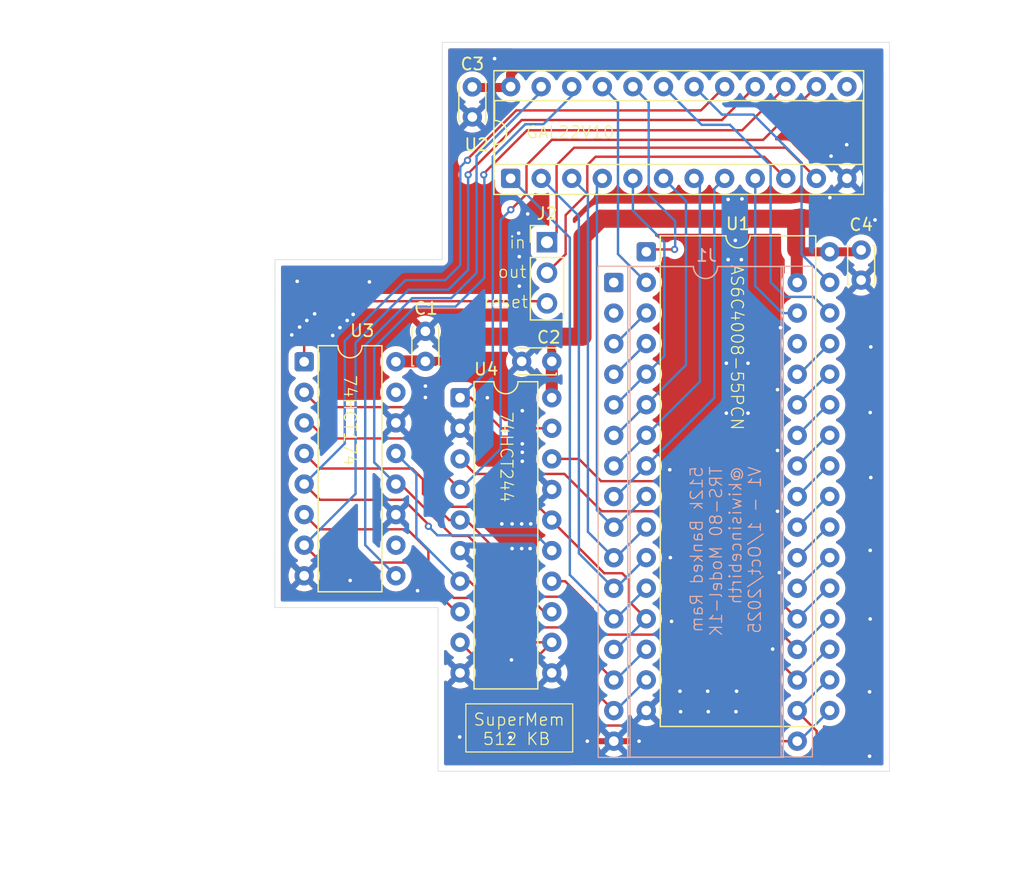
<source format=kicad_pcb>
(kicad_pcb
	(version 20241229)
	(generator "pcbnew")
	(generator_version "9.0")
	(general
		(thickness 1.6)
		(legacy_teardrops no)
	)
	(paper "A4")
	(title_block
		(title "SuperMEM Model 1k")
		(date "2025-10-17")
		(rev "1.0")
		(company "kiwisincebirth")
		(comment 1 "Model 1k V1")
		(comment 2 "This is specifically for V1 of Model 1k")
	)
	(layers
		(0 "F.Cu" signal)
		(2 "B.Cu" signal)
		(9 "F.Adhes" user "F.Adhesive")
		(11 "B.Adhes" user "B.Adhesive")
		(13 "F.Paste" user)
		(15 "B.Paste" user)
		(5 "F.SilkS" user "F.Silkscreen")
		(7 "B.SilkS" user "B.Silkscreen")
		(1 "F.Mask" user)
		(3 "B.Mask" user)
		(17 "Dwgs.User" user "User.Drawings")
		(19 "Cmts.User" user "User.Comments")
		(21 "Eco1.User" user "User.Eco1")
		(23 "Eco2.User" user "User.Eco2")
		(25 "Edge.Cuts" user)
		(27 "Margin" user)
		(31 "F.CrtYd" user "F.Courtyard")
		(29 "B.CrtYd" user "B.Courtyard")
		(35 "F.Fab" user)
		(33 "B.Fab" user)
		(39 "User.1" user)
		(41 "User.2" user)
		(43 "User.3" user)
		(45 "User.4" user)
	)
	(setup
		(pad_to_mask_clearance 0)
		(allow_soldermask_bridges_in_footprints no)
		(tenting front back)
		(pcbplotparams
			(layerselection 0x00000000_00000000_55555555_5755f5ff)
			(plot_on_all_layers_selection 0x00000000_00000000_00000000_00000000)
			(disableapertmacros no)
			(usegerberextensions no)
			(usegerberattributes yes)
			(usegerberadvancedattributes yes)
			(creategerberjobfile yes)
			(dashed_line_dash_ratio 12.000000)
			(dashed_line_gap_ratio 3.000000)
			(svgprecision 4)
			(plotframeref no)
			(mode 1)
			(useauxorigin no)
			(hpglpennumber 1)
			(hpglpenspeed 20)
			(hpglpendiameter 15.000000)
			(pdf_front_fp_property_popups yes)
			(pdf_back_fp_property_popups yes)
			(pdf_metadata yes)
			(pdf_single_document no)
			(dxfpolygonmode yes)
			(dxfimperialunits yes)
			(dxfusepcbnewfont yes)
			(psnegative no)
			(psa4output no)
			(plot_black_and_white yes)
			(sketchpadsonfab no)
			(plotpadnumbers no)
			(hidednponfab no)
			(sketchdnponfab yes)
			(crossoutdnponfab yes)
			(subtractmaskfromsilk no)
			(outputformat 1)
			(mirror no)
			(drillshape 1)
			(scaleselection 1)
			(outputdirectory "")
		)
	)
	(net 0 "")
	(net 1 "/A12")
	(net 2 "/A11")
	(net 3 "+5V")
	(net 4 "/A15")
	(net 5 "/A2")
	(net 6 "/D0")
	(net 7 "/D1")
	(net 8 "/D7")
	(net 9 "/D3")
	(net 10 "/A14")
	(net 11 "unconnected-(J1-NC-Pad1)")
	(net 12 "/D4")
	(net 13 "/A6")
	(net 14 "unconnected-(J1-A16-Pad2)")
	(net 15 "/D2")
	(net 16 "/D6")
	(net 17 "unconnected-(J1-CS2{slash}CE2-Pad30)")
	(net 18 "/A1")
	(net 19 "/A5")
	(net 20 "/A13")
	(net 21 "/D5")
	(net 22 "/A9")
	(net 23 "/A3")
	(net 24 "/A4")
	(net 25 "/A7")
	(net 26 "/A0")
	(net 27 "/A10")
	(net 28 "GND")
	(net 29 "/A8")
	(net 30 "/~{WR}")
	(net 31 "/~{CE}")
	(net 32 "/~{RD}")
	(net 33 "/RA16")
	(net 34 "/RA18")
	(net 35 "/RA17")
	(net 36 "/RA15")
	(net 37 "unconnected-(U3-Q5-Pad15)")
	(net 38 "unconnected-(U3-Q3-Pad10)")
	(net 39 "unconnected-(U2-CLK{slash}OD-Pad13)")
	(net 40 "~{RESET}")
	(net 41 "~{IN}")
	(net 42 "~{OUT}")
	(net 43 "~{LOAD}")
	(net 44 "/PA2")
	(net 45 "/PA3")
	(net 46 "/PA1")
	(net 47 "~{VIEW}")
	(net 48 "/PA0")
	(footprint "Capacitor_THT:C_Disc_D3.0mm_W2.0mm_P2.50mm" (layer "F.Cu") (at 86 49.15 90))
	(footprint "Package_DIP:DIP-32_W15.24mm" (layer "F.Cu") (at 101.65 42.6))
	(footprint "Connector_PinHeader_2.54mm:PinHeader_1x03_P2.54mm_Vertical" (layer "F.Cu") (at 96.1 39.25))
	(footprint "Package_DIP:DIP-24_W7.62mm_Socket" (layer "F.Cu") (at 93.08 33.95 90))
	(footprint "Package_DIP:DIP-20_W7.62mm" (layer "F.Cu") (at 88.88 52.17))
	(footprint "Package_DIP:DIP-16_W7.62mm" (layer "F.Cu") (at 75.93 49.18))
	(footprint "Capacitor_THT:C_Disc_D3.0mm_W2.0mm_P2.50mm" (layer "F.Cu") (at 89.9 26.35 -90))
	(footprint "Capacitor_THT:C_Disc_D3.0mm_W2.0mm_P2.50mm" (layer "F.Cu") (at 96.5 49.15 180))
	(footprint "Capacitor_THT:C_Disc_D3.0mm_W2.0mm_P2.50mm" (layer "F.Cu") (at 122.2 39.9 -90))
	(footprint "Package_DIP:DIP-32_W15.24mm" (layer "F.Cu") (at 104.35 40.05))
	(gr_rect
		(start 89.3625 77.6)
		(end 98.2375 81.6)
		(stroke
			(width 0.1)
			(type default)
		)
		(fill no)
		(layer "F.SilkS")
		(uuid "348c22f1-0f93-4ed7-9cb5-ed5c7abb2a4a")
	)
	(gr_rect
		(start 115.55 41.25)
		(end 118.15 82)
		(stroke
			(width 0.1)
			(type default)
		)
		(fill no)
		(layer "B.SilkS")
		(uuid "8195c8b2-2cc4-4068-afc7-eaa6b684fa20")
	)
	(gr_rect
		(start 100.35 41.25)
		(end 103 82.05)
		(stroke
			(width 0.1)
			(type default)
		)
		(fill no)
		(layer "B.SilkS")
		(uuid "a5c06e3f-0511-42fd-adbd-fe6e4507e7b9")
	)
	(gr_line
		(start 87.05 83.2)
		(end 87.05 69.6)
		(stroke
			(width 0.05)
			(type default)
		)
		(layer "Edge.Cuts")
		(uuid "132a4e2a-bd43-4129-bc1e-8948b0839b6c")
	)
	(gr_line
		(start 87.05 69.6)
		(end 73.4935 69.600019)
		(stroke
			(width 0.05)
			(type default)
		)
		(layer "Edge.Cuts")
		(uuid "145af140-f080-42a1-aa18-5549c1e70cb3")
	)
	(gr_line
		(start 124.55 83.2)
		(end 87.05 83.2)
		(stroke
			(width 0.05)
			(type default)
		)
		(layer "Edge.Cuts")
		(uuid "16f22de1-2c3e-4e45-9764-bef7c4b84449")
	)
	(gr_line
		(start 124.55 22.65)
		(end 124.55 83.2)
		(stroke
			(width 0.05)
			(type default)
		)
		(layer "Edge.Cuts")
		(uuid "79f66b51-fe23-49c1-8ad4-4eb462b249ef")
	)
	(gr_line
		(start 87.39375 40.7)
		(end 87.4 22.65)
		(stroke
			(width 0.05)
			(type default)
		)
		(layer "Edge.Cuts")
		(uuid "93604585-6491-40a9-bf6f-7bba8f0a8ea0")
	)
	(gr_line
		(start 87.4 22.65)
		(end 124.55 22.65)
		(stroke
			(width 0.05)
			(type default)
		)
		(layer "Edge.Cuts")
		(uuid "cbd38ab3-6edb-4e4e-89dc-1a27de20a9e4")
	)
	(gr_line
		(start 73.50625 40.7)
		(end 87.39375 40.7)
		(stroke
			(width 0.05)
			(type default)
		)
		(layer "Edge.Cuts")
		(uuid "e6aff9eb-6c9b-4a80-b586-34d8d6726681")
	)
	(gr_line
		(start 73.4935 69.600019)
		(end 73.50625 40.7)
		(stroke
			(width 0.05)
			(type default)
		)
		(layer "Edge.Cuts")
		(uuid "fa32eaa0-c745-44c6-9073-ecb64a4489a6")
	)
	(image
		(at 101.888177 56.35)
		(layer "User.1")
		(scale 0.224089)
		(data "iVBORw0KGgoAAAANSUhEUgAABcgAAAZOCAIAAAD4VFd0AAAAA3NCSVQICAjb4U/gAAAACXBIWXMA"
			"ABXgAAAV4AGNVCw4AAAgAElEQVR4nOzdf3Ab9Z3/8Y8tbVw5iZXLWclZshWnPY9Tk0DaWoJkQpPB"
			"d6RNmtIryUyTmk6Y6x+cmQukdcd3l7TzLYU/PLjNJJQc15mbAHbTGwocpZiBa8OPkgnBynDpYCC+"
			"cBfHsuQmciF2xlZtSfb3j20/XVY/LK1+rvx8/HGzWu1+9r0fw5V9aT+fT8Xy5csFAAAAAAAAMldZ"
			"7AIAAAAAAADMimAFAAAAAADAIIIVAAAAAAAAg6zFLgAAAAAAisPhcLS3tzc2Njocjmg0Ojc3d/Hi"
			"xZ/85CehUKjYpQEwjQomrwUAoCzxtAAAqdXW1n7ve9+rra3V7R8fH3/ggQfGx8eLUhUA07FUVVUV"
			"uwYAAJBj6tNCU1PT0qVLhRCVlZUWi2XVqlUej8fn801PTxe7QAAovm984xuf/vSn4/dXV1cvXbr0"
			"3LlzhS8JgBkxxwoAAGVo9+7d8b/BCiFqa2t3795d+HoAoAS53W4DXwGADsEKAABliKcFAFjQ1NSU"
			"ga8AQIdgBQCAMsTTAgAsaM2aNQa+AgAdghUAAMoQTwsAsKBwOGzgKwDQIVgBAKAM8bQAAAsaHh42"
			"8BUA6BCsAABQhnhaAIAF9fb2JlxTeXx8vLe3t/D1ADApllsGAKAMffDBBx6Pp7q6Wrd/fHz8kUce"
			"YbllABBCTE9Pnzt3rra2dsmSJUuXLo1Go9Fo9MKFC0eOHEkYuABAQhXLly8vdg0AACD3HA5He3t7"
			"Y2Ojw+GIRqNzc3MXL178yU9+EgqFil0aAABA+SBYAQAAAAAAMIg5VgAAAAAAAAwiWAEAAAAAADCI"
			"YAUAAAAAAMAgghUAAAAAAACDCFYAAAAAAAAMIlgBAAAAAAAwiGAFAAAAAADAIIIVAAAAAAAAgwhW"
			"AAAAAAAADCJYAQAAAAAAMIhgBQAAAAAAwCCCFQAAAAAAAIMIVgAAAAAAAAwiWAEAAAAAADCIYAUA"
			"AAAAAMAgghUAAAAAAACDCFYAAAAAAAAMIlgBAAAAAAAwiGAFAAAAAADAIIIVAAAAAAAAgwhWAAAA"
			"AAAADCJYAQAAAAAAMIhgBQAAAAAAwCCCFQAAAAAAAIMIVgAAAAAAAAwiWAEAAAAAADCIYAUAAAAA"
			"AMAgghUAAAAAAACDCFYAAAAAAAAMIlgBAAAAAAAwiGAFAAAAAADAIIIVAAAAAAAAgwhWAAAAAAAA"
			"DCJYAQAAAAAAMIhgBQAAAAAAwCCCFQAAAAAAAIMIVgAAAAAAAAyyFruAktPV1SWE6O7uLnYhiwvd"
			"XhR0e+HR54Wn9nksFquoqKisrKTzC4Z/2ouCbi8Kur0o6PaioNuLgm4vioy6nTdWAAAAAAAADKpY"
			"vnx5sWsAAAAAAAAwJd5YAQAAAAAAMIhgBQAAAAAAwCCCFQAAAAAAAIMIVgAAAAAAAAwiWAEAAAAA"
			"ADCIYAUAAAAAAMAgghUAAAAAAACDCFYAAAAAAAAMIlgBAAAAAAAwiGAFAAAAAADAIIIVAAAAAAAA"
			"gwhWAAAAAAAADCJYAQAAAAAAMIhgBQAAAAAAwCCCFQAAAAAAAIMIVgAAAAAAAAwiWAEAAAAAADCI"
			"YAUAAAAAAMAgghUAAAAAAACDCFYAAAAAAAAMIlgBAAAAAAAwiGAFAAAAAADAIIIVAAAAAAAAgwhW"
			"AAAAAAAADCJYAQAAAAAAMIhgBQAAAAAAwCCCFQAAAAAAAIMIVgAAAAAAAAwiWAEAAAAAADCIYAUA"
			"AAAAAMAgghUAAAAAAACDCFYAAAAAAAAMIlgBAAAAAAAwiGAFAAAAAADAIIIVAAAAAAAAgwhWAAAA"
			"AAAADCJYAQAAAAAAMIhgBQAAAAAAwCCCFQAAAAAAAIMIVgAAAAAAAAwiWAEAAAAAADCIYAUAAAAA"
			"AMAgghUAAAAAAACDCFYAAAAAAAAMIlgBAAAAAAAwiGAFAAAAAADAIIIVAAAAAAAAgwhWAAAAAAAA"
			"DCJYAQAAAAAAMIhgBQAAAAAAwCCCFQAAAAAAAIMIVgAAAAAAAAwiWAEAAAAAADCIYAUAAAAAAMAg"
			"ghUAAAAAAACDCFYAAAAAAAAMIlgBAAAAAAAwiGAFAAAAAADAIIIVAAAAAAAAgwhWAAAAAAAADCJY"
			"AQAAAAAAMMia7AuXy9XZ2SmE6OnpCQQCBpo21kL21y0PLpfr0KFD69atc7lc6p5IJBKNRgcHB7u6"
			"uvLRM0NDQ36//3e/+13q9tP8A5XB31H3J8ht/8f/fROKv+ji6X8AAAAAMAVLVVVVwi/+9V//ddu2"
			"bU1NTfX19f39/Qaa/t73vvelL32pqanpL/7iL371q1/l9awy43K5+vr6brrpppqaGrnTYrEoiuJy"
			"uf72b//217/+9fXr13N4Ra/X+9WvftVut7tcrtQ9/8ADD+zYsaOpqSlFGWr9n/3sZ5uamhwOx8sv"
			"v5zDUgsj/k+Q2/5/4IEHtm/frv37JiQvumzZslOnTolF0/8AAAAAYBaJhwJ5vV6Px6Nub9682Waz"
			"ZdquxWJpampSt+VGns4qP93d3U6nM9m3Tqezu7s7h5dzuVzaBtPs+RRlpK7fFFLcQs77Px11dXXp"
			"l1EG/Q8AAAAAZpE4WNm/f7/cttlsmzdvzrTdJUuWyEfBFStW5PWsMqNNtZLxeDxerzcnl/vCF77Q"
			"19enfQ5P3fM/+9nPUpehq197vFks+CfIvv97enpOnTqV/iCdsbExdWMx9D8AAAAAmEiCOVbik5Q7"
			"77xTHYaQvnA4LJ/P439sz+1ZZUabajU3N6sbiqLMz89Ho9GhoSF52MDAQJbX8nq9XV1durcbUvf8"
			"wMCAz+eTj+7d3d3t7e0yINC9/OLz+bIvsvDi/wQ57/9AINDR0ZHwK0VRrFbrX//1Xz/99NNy53PP"
			"PaduLIb+BwAAAAATSfDGSvzYn4xGA6mPhZnWYeys8qNNtcLhsOwTdRJTq9UaDofVPcaGaGkNDQ31"
			"9vYaGDPS1dUVDAbVbd2AFO0glGAw2NXVlU2FRZHwT5CP/k8mEomEw+F/+Id/kHt0+Uh59z8AAAAA"
			"mEuCYOXOO+/U7UlnNJDX6z1+/Pgrr7wyODj47rvvyh/2c3iWy+U6cuTIkSNHdu7cuXPnzuPHj//b"
			"v/3b+fPn+/r6dEuryGaHhoYGBwfVYxYcu6GeJdtM83i1+DRPWZD2cf3MmTPRaFT7bTQaPXPmjLqt"
			"/aPInkm2xEzCA/x+v7EiA4GA9oldDkjRDULJ0+pF+ZbiT5Cs/8VCf4IF/0A6usZPnDih/ba8+x8A"
			"AAAAzEX/kkiyDCXFaCB19MGC04Jkf9b999+/Y8cOIYT6fyWPx9PZ2Xnw4EH1oy6dURRFURSPx9Pb"
			"2+vz+RI+bcYXk+nxC14iTV/4whfk9ksvvRR/wEsvvdTW1iYPVv8onZ2dap9s3Lhx9+7dv//973XV"
			"amdRkR01MDDQ0NBgrM74ASlPP/307t275QHmHYSS+k+QsP/Fx/8E2rE5Inn/p6ANd8LhsExzpDLu"
			"fwAAAAAwF/0bK8kGOCTbrz40GkhVDJyVzmo1NptN95aHlsfjSbiQSrKIR41s0j8+xSlp0t7jBx98"
			"EH+Admd8hzidzh/+8IdLly6Ve1wu16FDhxKO93n00UdffPHFF1988Vvf+paczCV9x44d0173wIED"
			"2qtovzWX1H+C1P0vEi3WY2CNnrvvvltunzlzRo4/0irX/gcAAAAAc9EHK9pxQN/85jfldrI3WYwt"
			"7GrsrPjVatTZKHw+X09Pj7pn8+bNqedqiV9IJZ1VeLI5PiPae/zoo4/iD9DulAdrV37ZtGnT97//"
			"fXXIicvl6uzslG9Y6I4MBAIHDx48ePBgf3+/gVLVlyYSfmXq1yVS/wkS9r9IvliPgTV6dKc8/vjj"
			"CQ8r1/4HAAAAAHP5WAahm7bz3Llz2uEG8aOBtE+AwWDwwQcfHBoaunLlim79FB1jZ4mPr1YjTxwd"
			"HdUeox3HkWw9ly9+8Yvax86vfOUr2lMqKio+8YlPbNiwYe/evUIIGdkkO178aebdFKekT3uPcoVd"
			"Le1OebBuYMiuXbv+6q/+qr29XfdmTc6ft7u6unRLNQvzz5ma+k+QsP9ForE56j8G2teX0ux/7ZpE"
			"qU8py/4HAAAAAHP5WLCim7YzHA4/99xz8llR/VY7KmHPnj1y+8iRI2kuyWzsLJ1kJ6YzXCj16sLz"
			"8/PhcHhgYCDZA238asSRSCQSiaQ4pQB0z9jqSxPaVCUfz9uBQKCnp+dHP/qRdmdPT8/inDNV+ydw"
			"Op26bkmz/1NPW6tD/wMAAABA0X0sWNGOA1KHh7z11ltyj/rIp40zFpwQJCFjZ+kkO1E7OiPNlYkS"
			"vhiSw+MzEg6HZbali7HkTu3BcjsQCLS3t//yl7+UE6z09vbKb4PBoG5GVVNQJ4hZt25dOovpqCsi"
			"Dw4OZrkaTuo/QbL+F39arEfb7VppVrXgtLUAAAAAgJLy5zlWdD+Vq8GKbkVe7UAbkcaEIAkZO0sn"
			"2Ynxr5PEi8Vi2o/PPfec3E5neWbd8Rmt6LygmZkZuV1VVRV/gHan9mAhRCAQ+H//7/8Fg0HdKcFg"
			"8OGHH85HqqLO4aLb2dnZmeaiwgtSJ4hJszVFUWw2W5aTB4uF/gQp+l8kn/ck/UFY6UxbK+W7/wEA"
			"AAAAC/pzsKJb92foT7RHf+5zn1MURX5ccEKQhIydpWPsRHWm24ceeki7U/cwLJ/Pe3t7+/r64p9R"
			"4x+eFzwlfVNTU3J72bJl8Qdod2oPVj3//PPxM7z09PS8+OKLhktKIeEkxPHL4phL6j9B6v4XSaan"
			"TWfOWpH2tLVSWfY/AAAAAJjLn4MV7U/lyaxatWr16tXyo/bn9ISLMSdk7CzD5MpBHR0dmzZtSjgi"
			"pqurK+GLBsmWZ052vHrK/fffb7jaCxcuyO2ESyBrd2oPLrwUqyPFL71kTE9Pz6lTp9J81yZ+iShj"
			"Uv8J8tr/6U9bKwrS/wAAAACABf1xjpU0lxBWFKW5uVkuxDMzMyOTkaqqqjQTE2NnpUk7QUbCYCIh"
			"dYISr9e7f/9+3Ywe6jOq7hE3xfEivQl0k3nmmWfk6sjxyzCJj8+D88wzz+i+TTY25Pz586njCV3P"
			"J5zeRefAgQNyOxgMPv3007t375YvUBw4cKC9vT11CwsKBAIdHR1ZNpKp1H+C1P0vhFBXhorfueCa"
			"1hlNWysK0v8AAAAAgAX98Y0V7U/lqWkfLBcct5KQsbPSFD/tRfoGBgY6Ojq2b99+ww03aEMZ7frK"
			"6RyvnUQmU9ppNXSDs0Tceti6mU1dLlf84rtCCKfT2dfXJye1zQldEtfV1fXoo49qV70x70sTKf4E"
			"qftfJA8o0+mNjKatLeP+BwAAAABzqRRxP5U3a6xfv16XGmgf/1IMmkjxvoOxs9KUcNqLjKiLy2j3"
			"pJ4QN/74bIIV7RO17u8iEq2HLb9S31XRpip33XWX3HY6nd///vdTTP6i6/kF50zVjpCSg1Z0s890"
			"d3ebcRbVFH+CFP0v4rpFZ8HeSH/a2vLufwAAAAAwl0oR91O51frnNZhlaiAf2LSPmtrJNQ8fPtzW"
			"1lZfX68oirYFEfeUbuws7Z40UxuVOrOs1+s9cuTIkSNH4h81XS6X+lWySnQT5S54fDZvzYhE/bNt"
			"2zb1Fg4fPpzwMCFEd3f3jh075Ef1YVv7mL1r166Ej/3x9S9IO2dqMBjUvijR1dUllyUy7yyquj/B"
			"7t27N2/enLr/RVy3fOtb3/rWt76VZm9kNG1t2fc/AAAAAJiIVQghZ5QQQpw5c0b3/oXqxIkT8sGv"
			"ra1NnXhCfXRX9zudzuPHjye8hi5oMHaW0EzOkiK50E6QoVvSSDp48KD2Y2dnpxpJaIMJLe36yukc"
			"n+VbM+n0j25mU91juXzY7urq0g4O0s0X43K5Dh06FD9HjPhT16mx2uDgYFdXl5yiJX4Qinb2lkAg"
			"0NXV1dvbm/CKZqH7E+iWkRKJZpaN7xb1gFAolE5vaIebpZ62djH0PwAAAACYSKX4+FCXZD+Va8cm"
			"aI/X/kKeTHzQYOwsuSdFcpEsGDJswcVZ4mW/WEzq/tG9pCA+PmHquXPn5MpH6iS7Z8+eTXhkZ2dn"
			"W1tbitEichlp7YS42hYSdo7uTZmEk7mWvhR/gvj+F8m7Jc3e0P47dezYsRSFLZL+BwAAAACzqBSa"
			"oS4pQgTtxBPaoTHqo3uytYdV8UGDsbPknhTJhW4ok07CtXh7enqSVeLz+eIfoVMcr54S/4JDplL0"
			"j8/nS7hitOrll18+duyY7hWGRx555D//8z+zLClewnxBlU5wVuKS/QlS979I1C3p9EY6/w4ueKGM"
			"rggAAAAAyAlLVVXVhQsXHA7HxYsXH3jggevXryc79Pz58+phR48e1R52/fr1Z599dmBgwG63V1VV"
			"1dTUqPsjkcjs7Oz58+e/973vxTdr4CxZQHd3d4o6f/zjH2ublQ3+0z/90yOPPLJgJTabLaPj07mE"
			"AdqrjIyMrF69OkX7g4ODas88/PDD77//vu7bYDD4/vvvqwf09PTI0wcHB+vr67WdryPvS/sPhrxW"
			"Z2dnsnzh+vXrv/71r+OvaC7yTzA/P3/t2rXf/e53Kf6+Kbolnd5I89/B1BfK6IoAAAAAgJyoWL58"
			"ebFrAAAAAAAAMKXKYhcAAAAAAABgVgQrAAAAAAAABhGsAAAAAAAAGESwAgAAAAAAYBDBCgAAAAAA"
			"gEEEKwAAAAAAAAYRrAAAAAAAABhkve+++3S75ubmhBCVlZVHjx6N/xb5oO1zIYQZu51bKAXldwsA"
			"AAAAUOKsuqcXi8UyPz8/NzcnH8nM8nijrfzll1/evn27GSuXO81SvIpbKAXlegsAAAAAUMqsus+x"
			"WKwodWRPW/mHH35YxEoyZd4+l7iFUsAtAAAAAEDhleccK+FwuNglAAAAAACA8leewcr169eLXQIA"
			"AAAAACh/5RmsAAAAAAAAFIB1cHCwoqLCarU2Nzenec7Q0FBea8pIJBJJp34z1qzDLeQWt1AKjN0C"
			"AAAAAJQOq6Ioxa4hK2as34w163ALpYBbAAAAAICiYygQAAAAAACAQfrlljNSxLf3FUWZn5+PRqOZ"
			"jmswY8063EI2uAWpDG4BAAAAAIouq2CliCKRSLFLyJgZa9bhFkoBtwAAAAAApYOhQAAAAAAAAAYR"
			"rAAAAAAAABhEsAIAAAAAAGAQwQoAAAAAAIBBBCsAAAAAAAAGEawAAAAAAAAYRLACAAAAAABgEMEK"
			"AAAAAACAQdYCX8/tdre2tq5atcput6t7YrHY/Pz82NjY6dOnR0ZGClxPOsxYsw63UArMfgtmrx8A"
			"AAAA8qFwwYrb7d6yZUtDQ4Nuv8ViEUI0NDTs3bvX7/eX1BOaGWvW4RZKgdlvwez1AwAAABBCuFyu"
			"zs5OIURPT08gEEh2zKFDh9atW+dyuXRfRSKRaDQ6ODh47NixgYGBNC/q9Xr379+vbdBYOxndRZ4k"
			"u3QhghW73b5z5874p7LGxkYhxPDwsNwjn9D6+/snJiYKUFsyZqxZh1soBWa/BbPXDwAAAEC6//77"
			"d+zYIYSIRqPf+c53kh3T1taW8CtFURRF8Xg8vb29Pp+vq6srda7hcrm6u7s9Hk+W7ejINlPcRZ4k"
			"68C8z7Fit9v37dsX/2CWQkNDw759+/JX0oLMWLMOt1AKzH4LZq8fAAAAgFZTU5NuI8UxqXk8nr6+"
			"vhQHuFyuvr6++FQlYTvxb8ck4/V6ZZtplppDyTowv2+s2O329evX19TUaHeGQqGLFy9OTEzMzc0J"
			"IWZnZ1euXNnS0uJwOOQxNTU1n//853/7298W/qdvM9aswy1wC9kze/0AAAAAdFasWKHbSHHMgpxO"
			"58GDB5966qn4901cLtcdd9zhdDrTbKe7u7u9vX3BI9VXYAyUmivJOjC/wYpuEMH09LTP5wuFQupH"
			"m80mhIjFYqFQ6PXXX3c4HB6Pp7q6Wv1206ZN9fX1J0+ezGuF5VGzDrfALWTP7PUDAAAA0Kmrq9Nt"
			"pDhGCNHc3Kz9SlEUq9W6YcOG7u5uNTS55557Pve5z8VnIp2dneqQGSFEMBh88MEHh4aGRkdHEzYi"
			"hPB4PF6vd8H5VrSnpL6LPEnWgXkcCuR2u3UPZq+99pp8MIsXCoVee+017Z6Ghga3252/CuOZsWYd"
			"bkFwC1kze/0AAAAAci4SiYTD4YGBgfb29mAwqO5UM5Fkp/zP//xPe3v7qVOn1FRF14j2yO7u7gUH"
			"BC04sKhY8hisbNmyRW5PT09fvnx5eno69SnT09ODg4Paw7SNFIAZa9bhFuIbKTyz34LZ6wcAAACQ"
			"P4FA4MiRI/Ljnj17dAf09PS8+OKLL7744j333JNsYlq1ERnQOJ3Ob37zmwmP9Hq9fX19Q0NDuag9"
			"L/IVrOh+8fb5fO+++672gIqKCt2G6sKFCz6fT34s5O/eZqxZh1uQH7kFw8xePwAAAIB80/6kGj+J"
			"bCAQOHjw4MGDB1Mv9/PYY4/19PTIj/Fzsqgz4Pb29pbsuyqqfAUrN954o9wOhUIpBhHE0x2vbSqv"
			"tBeKRCKmqFnHjN2uwy0U/RbMXj8AAACAfAuHw3I7f8tWdHZ2lnikosrX5LW1tbVy+9KlS/EHzM/P"
			"6za0Ll26JNcZ0TaVV+qFPvnJTwohtO81SSVYs44Zu13V1dUlhOju7jbvLUgmuoWurq7333//+eef"
			"1+40Uf1mJP9RL3Yhi4ja57FYrKKiorKyks4vGP5pLwq6vSjo9qKg24uCbi+KIna7zWbTBihaly9f"
			"ltvr1q0zfImdO3fK7Vgslvpgn8/37//+74899pjhy6Uvo27PV7Ai1wcRQkxOTmq/qqioSPg8pqU9"
			"RdtUXmkvFIlEtF+VbM06Zux2HW6h6Ldg9voBAAAA5Jt2waCpqSljjdhsts2bN8uPzzzzjO6Anp6e"
			"cDhcV1enKMqxY8cGBgY+/elPG7tWXuUrWFm+fLkQwuFwLF261OFwzMzMJDtSXbdVx+FwNDY2CiGG"
			"h4fVpgpAvdDU1JTNZqupqdFlK1qlU7OOGbtdJYNA896CZKJbSJi/mqh+M+IXnsKjz4uFni8Kur0o"
			"6PaioNuLgm4viiJ2e7LXVVwu1+HDh+XHCxcuGGt/8+bN8pkiHA6fOXNGd0AgEPiXf/kX7Z5r164Z"
			"u1amMur2fM2xEo1G5fb4+Himp2tP0TaVV+qF1B/kLRZLpqcXpWYdM3a7DrdQ9Fswe/0AAAAA8kFR"
			"FJvNpq7Ro51o9vHHHzfQmi6dOXPmTLIcR2tsbMzAtfItX2+sRCIRq9WqzmQ5Ozur7SA5mkCNphL2"
			"XWVl5fDwsGwqT0XqqDVfvXpVCGGWmnXM2O063ELRb8Hs9QMAAADIiXRWOPb5fAMDA5m23Nra+vDD"
			"D8t0JhgMPvTQQxnXVzLy9cbK7Oys3Lbb7dqvFpyjQXeKtqm8MmPNOtwCt5A9s9cPAAAAoDCCwaA6"
			"yWtGWltbDxw4IFOVc+fOtbe3p16YucTlK1hR3/tQxS9qvSDtKdqm8sqMNetwC9xC9sxePwAAAIB8"
			"C4fDPp/PQCCipio333yz+vHcuXPHjh0zdaoi8hesnDt3Tm47HA65/Go6dMdrm8orM9aswy1wC9kz"
			"e/0AAAAA8iESiah5SkdHx6ZNm3KVqrz11lt5KLag8hWsjIyM+P1++dHj8aS58Gp1dbXH45Ef/X7/"
			"yMhI7utLxIw163AL8iO3YJjZ6wcAAACQE80ft379+o0bN7a3t586dSqdiWZ1zJ6qaBdF1d1+voIV"
			"IcTp06fldnV19bZt29asWZP6lPr6+m3btmmf4rSNFIAZa9bhFuIbKTyz34LZ6wcAAACgkyIXKACz"
			"pypCiKqqKrk9MzOj/SqPwYrud+/q6uobbrghxbACh8Nx4403ah/MCv+Ltxlr1uEWBLeQNbPXDwAA"
			"AEAnRS6Qb2WQqgghli1bJrenpqa0X+VruWVVf3//vn37ampq1I/V1dVbt24NhUIXL16cmJiYm5ur"
			"rKy0WCwrV65saWnRPbZNTk729/fntbyyqVmHW+AWsmf2+gEAAABopcgF8qo8UhUhRHNzs9y+cOGC"
			"9qv8BisTExMnT57csmXL+vXr5U45vWVjY6MQYnh4OP7EoaGhV199dWJiIq/lJWTGmnW4BW4he2av"
			"HwAAAIBWilwgf3KeqmgHNKkfCzas6e6775bbzzzzjParPA4FUk1MTJw+fVo7rECamppKmJP5/f7i"
			"PpiZsWYdbqEUmP0WzF4/AAAAAJXL5Tp8+LD8qMsF8kSXqgSDQZO+qyKE8Hq9cqWOcDh85swZ7bf5"
			"fWNFpf707Xa7t2zZ0tDQIPeHQiHdkX6///Tp06UwNYMZa9bhFkqB2W/B7PUDAAAA8Hq93d3dTqdT"
			"7tHlAvkQn6o8/PDD2acquvdTCvC6is1m27BhQ3d3t9xz5swZ3XULEayoRkZG1Ce01tbWVatW2e12"
			"dX8sFpufnx8bGyvBpzIz1qzDLZQCs9+C2esHAAAAFhtFUaxW64YNGw4cOCBftZBS5BHhcFgdbpNN"
			"ZuFyubSpihDin//5n0dHRw03KIRQFGV+fj4ajWbTSPrUPGX//v2bN2/WjT966KGHdAcXLlhRjYyM"
			"mO4BzIw163ALpcDst2D2+gEAAICy53K5Dh06tG7dOpfLlfCAYDD43HPP3XfffclaqKiokBspDkut"
			"o6NDt+eJJ55IdnAkEolGo4ODgxcuXLh+/fqCTWkNDQ0t2Mjc3JwQorKy8ujRo7rTk91gsouqvbd7"
			"927d/kIHKwAAAAAAIB86Ozvb2tqSfRsMBtvb2wOBQIoW7rjjDjWU+f3vfx+fRKRgsVjm5+fn5ube"
			"eeed9M8SQiiKoiiKx+MJhUIPPvigsabiG9FVlSxDkfe44EVT9F7eJ68FAAAAAABFFA6HfT7fgqmK"
			"0CwYlOnKQbFYTH035Le//a2xIvPaVDYXXbD3eGMFAAAAAIBy0NPTU1VVpRsK1NzcbLVa05yd5KGH"
			"HpqZmVkaESAAACAASURBVFGbMlZDV1dX6uFIOnIUT/wV028qRSOZUi9qsVhuvvnmwcHBEydOxM9W"
			"q0OwAgAAAABAOQgEArr5QdQhMOnP+RoIBA4ePJjbGkqhqbxeNKuhQLqpcQvPQAFmrDnnLRS9AG4h"
			"e9wCAAAAAJQC5lgBAAAAAAAwKKtgJZt1rXPCQAFmrDnnLRS9AG4he9wCAAAAAJSCPwYrGT3hlMLj"
			"kKIoVuufJ4hZsCQz1qzDLeQEt1AGtwAAAAAApSOryWuHhoZyVUfBmLFmHW6hFHALAAAAAEytzJ4I"
			"IpFIRUWF1Wptbm7OvrWMOuePwUpGs0iW4JSTC5ZkxpqzPL4AuIVSsAhvAQAAAAB0FEUp1qUr1dWe"
			"i3X57JmxfjPWrMMtlAJuAQAAAACKzrp+/fpMz8nJezUFZsaadbiFUsAtAAAAACgzpn5GUBRlfn4+"
			"Go3maWRTOp2T1RwrAAAAAAAAxRKJRIpdQpLllrVjk4o4TskAtVrt/zULXbXmKl7FLZSC8rsFAAAA"
			"AChliYMVIYQ68YFJpz/QruRqIrK3TdrtglsoDeV0CwAAAABQ4hIHK9p3aUrhvZr0qdWqv3ibsfJk"
			"H02BWygF5XcLAAAAAFDK9MGKxWKprKwUf3rpw2q1VlRUFKGuzMnKhRAOh6O4xWRE1+fCVN2u4hZK"
			"QVneAgAAAACUOOt9992n2zU3N6f9eODAgQLWkxtf+tKXhBDxt1aydH0uTNjt3EIpKMtbAAAAAIBS"
			"Zj169GiKr1N/izwpg27nFkpBGdwCAAAAAJS4pJPXAgAAAAAAIDWCFQAAAAAAAIMIVgAAAAAAAAwi"
			"WAEAAAAAADCIYAUAAAAAAMAgghUAAAAAAACDrMUuAAAAAAAAJOZyuQ4dOrRu3TqXy5XO8ZFIJBqN"
			"Dg4OdnV1BQKBfJcHwRsrAAAAAACUrM7Ozra2tjRTFSGEoig2m83j8XR2dua1MEgEKwAAAAAAAAYx"
			"FAgAAAAAgBLV09NTVVWV/lAg6Wc/+1meSlqQoih1dXWtra2rVq2y2+3qzlgsNj8/PzY25vP5hoeH"
			"I5FIscrLOYIVAAAAAABKVCAQ6OjoSPatoijz8/PRaHRoaEi73+fzDQwM5L86Pbfb3draunbtWqtV"
			"nzZYLBYhRENDQ0NDQzQaHRsbO3369MjISOGLzDmCFQAAAAAATEl972Pnzp3ancFgsKurq8CV2O32"
			"nTt3NjQ0pHOw1WptaGjYu3ev3+/v7++fmJjId3l5xRwrAAAAAACYlcvl0s5TGwwG29vbC7wekN1u"
			"37dvX5qpilZDQ8O+ffuWLl2aj6oKhjdWAAAAAAAwJZfL1dfX53Q61Y/BYPDhhx8ucKpSX1/v9Xpr"
			"amq0O2Ox2Icffnjx4sWJiYmpqanKysqKioqVK1c2NTWtXr1aHRakqqmp2bVr15tvvnn58uVClp1D"
			"BCsAAAAAAJiP+q6KTFWEEF1dXQWeWsVut996661ut1vumZ6ePn/+/JUrV2KxmNw5NzcnhAiFQqFQ"
			"yGKxrFy50uPxVFdXq9+uWbPGYrGMjY3Nzs4WsvhcYSgQAAAAAADm093dvWPHDvmx8BPW2u32bdu2"
			"6VKV1157LRgMalMVnVgsFgqFXnvttZmZGbmzvr5++/btcgkhcyFYAQAAAADAZLxer8fj0e758Y9/"
			"bLPZClnDzp07161bJz+Oj4+fP39+eno6nXOnp6ffeuutq1evyj0tLS26WXjNgmAFAAAAAACT2bt3"
			"r27PE0888eabb/b19blcrgIU4Ha7tbPVTk9Pv/vuu8FgMP0Wrl69+t5770WjUbmnoaFB+/6LWRCs"
			"AAAAAABQDmw2m8fjKUy20traKrenp6ffeeedUCiUaSPj4+Nvv/229iUXbbNmQbACAAAAAIDJ9PT0"
			"nDp1KuECQE6ns7u7O69XVxRl7dq18uP58+f9fr+xpkZGRs6fPy8/rl27VlGUbOsrLIIVAAAAAABM"
			"JhAIdHR03HbbbevXr9+4ceNdd92lHYbj8Xi8Xm/+rt7Y2Gi1/nGV4VgsduXKlWxa0y4hZLVaGxsb"
			"syyvwAhWAAAAAAAwq0gkEg6HBwYG2tvbtdnKnj178nfR5uZmua1bWdkAXTSjbdwUCFYAAAAAADC9"
			"QCBw5MgR+bGpqSl/16qtrZXbo6Oj2TeobUTbuClYi10AAAAAAKTrvvvuK3YJGZibmxNCVFZWHj16"
			"tNi1YFH44IMP5PaKFSvyd6Hq6mq5PTk5mX2D2ka0jZsCwQoAAAAAMzFLSGGxWObn5+fm5swVBsHU"
			"PvroI7ldV1eXvwstX75cbi9ZsiT7BrWNaBs3BYYCAQAAAEDuxWIx9Y0VoGCuXbtWmAtFo9HcXlTb"
			"iLZxUyBYAQAAAACgHFRVVcntcDicvwtFIhG5nZPVkbWNaBs3BYIVAAAAAADKwbJly+T2zMxM/i40"
			"Ozsrt+12e/YNahvRNm4KBCsAAAAAAJQD7ULFU1NT+bvQ1atX5XZjY2P2DWob0TZuCkxeCwAAAABA"
			"iXK5XPfee29dXZ2iKF1dXYFAIMWRhw8flh8vXLiQv6reeecduZzz6tWrLRZLLBYz3JrFYlm9erW2"
			"8WzrKyzeWAEAAAAAoER1dnbeeeedmzdv9ng8fX19bW1t9fX12gMURbHZbF6vt6+vz+l0yv2PP/54"
			"/qoaHh6WU8zqYhED1GhG3Y5Go8PDw1mWV2C8sQIAAAAAgAk4nc7jx4+nc6TP5xsYGMhfJZFI5NKl"
			"S/KllY0bN167dm16etpAU9XV1Rs3bpQfL126xOS1AAAAAAAgN3p6eoLBYEanBIPBrq6uPNUjnTt3"
			"Tm5XV1dv27Zt1apVmTZSW1u7bdu26urqhM2aBcEKAAAAAAAlKhAItLe3nzp1Kp3lk8PhsM/na29v"
			"TzEVS66MjIz4/X75sbq6uqWlJaNspba29oYbbtCmKn6/f2RkJJdVFgRDgQAAAAAAKF2BQKCjo8Nm"
			"s23YsGH//v3r1q1zuVzy20gkEo1GBwcHT5w4cebMmXTyl1zp7+/ft29fTU2N+rG2tralpcVms12+"
			"fHnBc+vr6z/1qU85HA65Z3Jysr+/P1+15pP1vvvuK3YNAPJibm5OCFFZWXn06NFi1wIAAAAgK+Fw"
			"eGBgIK8zp2RqYmLi5MmTO3bscLvd6p7a2trq6upIJHLlypVk6wRZLJaVK1feeOON2ndVRkdHX3jh"
			"hYmJiULUnWtWnriAsmSxWObn5+fm5ghPAQAAEnK73a2tratWrbLb7eqeWCw2Pz8/NjZ2+vRpM45H"
			"AApvYmLijTfeuPXWW2W2Ul1dvXnz5lgs9uGHH168eHFiYmJqaqqysrKiomLlypVNTU3aNYBUo6Oj"
			"b7zxhklTFcFQIKBcZbOMPAAAQHlzu91btmxpaGjQ7Vcf9hoaGvbu3ev3+4lXgHSoschNN920fv16"
			"udNisTgcDu1In2SGhobefvttU/+7RrACAAAAYLGw2+07d+6Mj1TiyXilv7/fvD+kA4UxOjp6/fp1"
			"u92ezr9cWn6//9VXXzX7v2IEKwAAAAAWBbvdrp1oU6uxsVEIMTw8rNvf0NCwb9++J598cmpqKv8F"
			"AiamzreijrBbu3at1ZoqbYhGo+U05o5gBQAAAED5s9vtbW1tulQlFAqpc0Cos/7Pzs6uXLmypaVF"
			"O36hpqZm165dzz777OzsbKGLBsxmZGRkZGREUZS6urpkcxj5fL7h4eFIJFLcUnOIYAUAAABAmbPb"
			"7du2bWtqapJ7QqHQe++9FwqF1I82m00IEYvFQqHQ66+/7nA4tPHKmjVrtm/f/pvf/MbsAxaAwohE"
			"ImrCUuxCCoRgBQAAAECZ086rMj097fP5ZKSSkIxXPB6PuiJsS0vL8uXLT548WYhyAZhKZbELAAAA"
			"AIA8crvd2gk1F0xVpFAo5PP55MeGhga5oCwASAQrAAAAAMrZli1b5HYoFEozVUl4vLYpAFARrAAA"
			"AAAoW7rXVd577734YyoqKnQbWtpTeGkFQDyCFQAAAABl68Ybb5Tbmb6ukvAsbYMAIAhWAAAAAJSx"
			"2tpauX3p0qWEx8zPz+s2dLQnahsEAFHgVYHcbneyhaxPnz5d4ksxmbp4YfL6TV28MH/9AAAA5qWu"
			"6aOanJzUfVtRUZEsTNHSnqhtEABEwYIVt9u9ZcsW7eBGlcViEUI0NDTs3bvX7/eX5kOmqYsXJq/f"
			"1MUL89cPAABgdsuXL1c3GhsbHQ7HzMxMioNtNlvC/Q6Ho7GxcXh4WNsgAKjyHqzY7XbtovEpyIfM"
			"/v7+iYmJfBeWDlMXL0xev6mLF+avHwAAoDxEo1Gr9Y9PPePj48Ya0Z4YjUZzUBaAMpLfOVbsdvu+"
			"ffvSebaUGhoa9u3bt3Tp0vxVlSZTFy9MXr+pixfmrx8AAKBsRCIRdWN4eHh2djb8cX/4wx/UDfWY"
			"cBKzs7Pq6yraBgFAlcc3Vux2e1tbW01NjXZnKBS6ePHixMTE1NRUZWVlRUXFypUrW1paHA6HPKam"
			"pmbXrl3PPvvs7Oxs/spLzdTFC5PXb+rihfnrBwAAKCezs7NygI/dbp+amtJ+m84EK+qJ2gZzWB6A"
			"MpCvYMVut2/btq2pqUnuCYVC7733nnahsrm5OXX/66+/7nA4tA+Za9as2b59+29+85uijIwwdfHC"
			"5PWbunhh/voBAADMYmhoSN1obm5OcdjVq1dlLNLU1BQMBg1cS/tfd1evXk2ntvn5+VgsZrVaU5cH"
			"oAzkK1jRzi4xPT3t8/lSrxgvHzI9Ho86z3ZLS8vy5ctPnjyZpwpTMHXxwuT1m7p4Yf76AQAAysy5"
			"c+dkLOJwOBwOR+r/PIunnqVtcMFT/H5/Q0ODnNsFQHnLyxwrbrdbO7vEgs+WUigU8vl88mNDQ4Pb"
			"7c59fSmZunhh8vpNXbwwf/0AAADlZ2RkxO/3y48tLS2ZtqA9xe/3p7OY48DAQKZXAWBeeQlWtmzZ"
			"IrdDoVBGkbDueG1ThWHq4oXJ6zd18cL89QMAAJSl06dPy23d6ycL0h2vbSqFs2fPpn8JAGaX+2BF"
			"96P9e++9l2kL2lMK/NO9qYsXJq/f1MUL89cPAABQrnQvrXg8njSzFXW8tvyY5usqQogPPvgg0yIB"
			"mFfug5Ubb7xRbmf6o33Cs7QN5pupixcmr9/UxQvz1w8AAFDG+vv7Jycn1e3q6uqtW7du3bo1Rbzi"
			"cDjUY9RZ8IQQk5OT/f39aV7uo48+yrJgACaS+2CltrZWbl+6dMlYI9oTtQ3mm6mLFyav39TFC/PX"
			"DwAAUMYmJiZOnjypfd9ERidOp3Pp0qVCiMrKSovFIvdrY5fR0dGTJ0+mv27j2NhYbusHUMpyP0+1"
			"zHSFEDIVzpT2RG2D+Wbq4oXJ6zd18cL89QMAAJS3iYmJN95446abblq/fr3cKadQaWxsFEIMDw/H"
			"nzg0NPT222+nn6oAWGxyH6wsX75cbi9ZssRYI9oTtQ3mm6mLFyav39TFC/PXDwAAUPZGR0evX79u"
			"t9u1U+OpEkYqQgi/3//qq6+SqgBIIffBSjQalQu2X7t2zVgj2hOj0WgOykqPqYsXJq/f1MUL89cP"
			"AACwGKhjgtxu95YtW+LjFS2/33/69Ok0Z6sFsJjlPliJRCLy8VJRlNnZWQONKIqibTA3laXB1MUL"
			"k9dv6uKF+esHAABYPEZGRtR4pbW1ddWqVXa7Xd0fi8Xm5+fHxsaIVACkL/fByuzsrM1mU7ftdvvU"
			"1JSBRuT/a1MbzE1laTB18cLk9Zu6eGH++gEAABabkZER0hMA2cv9qkBXr16V201NTcYa0Z6obTDf"
			"TF28MHn9pi5emL9+AAAAAIABuQ9Wzp07J7flJNsZ0Z2lbTDfTF28MHn9pi5emL9+AAAAAIABuQ9W"
			"RkZG/H6//NjS0pJpC9pT/H5/IV/PM3XxwuT1m7p4Yf76AQAAAAAG5D5YEUKcPn1abmf6073ueG1T"
			"hWHq4oXJ6zd18cL89QMAAAAAMpWXYEX3073H40nzCdPhcHg8HvmxKD/am7p4YfL6TV28MH/9AAAA"
			"AIBM5SVYEUL09/dPTk6q29XV1Vu3bt26dWuKh0yHw6EeU11dre6ZnJzs7+/PU3mpmbp4YfL6TV28"
			"MH/9AAAAAICM5H65ZdXExMTJkyd37NjhdrvVPeoDZCgUunjx4sTExNTUVGVlZUVFxcqVK1taWnRP"
			"nqOjoy+88MLExESeykvN1MULk9dv6uKF+esHAAAAAGQkX8GKEGJiYuKNN9646aab1q9fL3emM/HE"
			"0NDQ22+/XdxnS1MXL0xev6mLF+avHwAAAACQvjwGK0KI0dHR69ev2+32hoaGNE/x+/2vvvpqKTxb"
			"mrp4YfL6TV28MH/9AAAAAGCYoih1dXWtra2rVq2y2+3qzlgsNj8/PzY25vP5hoeHI5FIcYvMofwG"
			"K+JPIyPcbveWLVtSP2T6/f7Tp0+X1Jydpi5emLx+UxcvzF8/AAAAAGTK7Xa3trauXbvWatWnDRaL"
			"RQjR0NDQ0NAQjUbHxsbK5jko78GKamRkRH3ITBZZlXKHmrp4YfL6TV28MH/9AAAAAJAOu92+c+fO"
			"NN/Zt1qtDQ0Ne/fu9fv9/f39Zn9zv0DBimpkZMS8z5CmLl6YvH5TFy/MXz8AAAAApGC32/ft21dT"
			"U5PpiQ0NDfv27XvyySenpqbyUVhhFDRYAQAAheFwONrb2xsbGx0ORzQanZubu3jx4k9+8pNQKFTs"
			"0gAAQFmpr6/3er26VCUWi3344YfxS6M2NTWtXr1aHRakqqmp2bVr15tvvnn58uWC154bBCsAAJSb"
			"2tra7373u7W1tepHdZDzDTfc8N3vfveBBx4YHx8vanUAAKB82O32W2+91e12yz3T09Pnz5+/cuVK"
			"LBaTO+fm5oQQoVAoFApZLJaVK1d6PJ7q6mr12zVr1lgslrGxsdnZ2QLXnxOVxS4AAADk2O7du2Wq"
			"olVbW7t79+7C1wMAAMqS3W7ftm2bLlV57bXXgsGgNlXRicVioVDotddem5mZkTvr6+u3b98uZ6U0"
			"F4IVAADKjfa/b9L/CgAAICM7d+5ct26d/Dg+Pn7+/Pnp6el0zp2enn7rrbeuXr0q97S0tOzcuTP3"
			"VeYfQ4EAACg3KaZ/M/XMcABQBrxe7/79+y0Wy8033zw4OHjs2LGBgYH4A9atW+dyuYQQkUgkGo0O"
			"Dg6eOHHizJkz4XC4SIUDem63W7sG0PT09LvvvpvRbG5Xr16dm5tbuXKlXJu5oaHB7XabbukPghUA"
			"AMrNmjVrDHwFAMgrl8vV3d3t8XjkHo/H09vb6/P5urq6AoFA/AFCCEVRFEXxeDwejyccDg8ODqoH"
			"F7x8QK+1tVVuT09Pv/POOwbmyB8fH3/77bfXr18v51tpbW01XbDCUCAAAMpNit8z+akTAIrC5XL1"
			"9fXpQhOVx+Pp6+u79957kx0g2Ww29WD1ZRagiBRFWbt2rfx4/vx5v99vrKmRkZHz58/Lj2vXrlUU"
			"Jdv6CotgBQCAcjM8PGzgKwBYzFwu15EjR44cOZKnzOKVV15xOp3JvnU6nQcOHEhxgO7g7u7u3JUG"
			"GNHY2CjH78RisStXrmTTmnYJIavV2tjYmGV5BcZQIAAAyk1vb+/atWvjFwYaHx/v7e0tSkkAUOLk"
			"GByHw9He3p7XazU3N1dUVFgslmg0OjQ0pPs2GAw++OCDQ0NDo6OjQghFUaxW64YNG7q7u2Xy4vF4"
			"vF6vbnIWoJCam5vltm5lZQPUaEb+E97c3Hzx4sWs6iss3lgBAKDcjI+P/+AHP/D5fOpQ52g0Ojs7"
			"++677/7gBz8YHx8vdnUAUELU2EIIIcfgpB6MY0xHR4fc9vl8Qoj5+floNCo/anV1dZ06dUpNVYQQ"
			"kUgkHA4PDAy0t7cHg0F52J49e3JeJ5A+7e838h/XbGgbif9xqMTxxgoAAGUoFAodOXKk2FUAQL7Y"
			"bDbD57pcrkOHDslld+LJt0jkijw5nC/2qaee0n3URjk+ny/ZeyiBQODIkSMPP/yw+rGpqSkn9QDG"
			"yLlmhRCTk5PZN6htRNu4KfDGCgAAAACTqaqqMnxuZ2dnW1tbOnOpKIqizhfb2dlp+HI6H3zwQYqP"
			"utglxbkrVqzIVUmAAcuXL5fbS5Ysyb5BbSPaxk3BGj+oD4CpRSKRiooKq9WqHfeYUFdXlxCCyc8K"
			"iT4vPLXPY7FYRUVFZWUlnV8w/NNeFHR7UdDtRfHtb3+72CUY9NFHH6X4OD09neLcmpoauV1XV5fb"
			"wtLBP+1FUZrdHo1G5eS1165dy75BbSPqQDkTYSgQUG5MtzgZAABAprJZPL6np6eqqirFUCBJDgXq"
			"6ekxfDkd3SOo7mPq+7pw4UKaRwL5FolEZLCiKMrs7GyWDWqfYiKRSJatFRjBCrB4lVrsvRjQ54VH"
			"nxcLPV8UdHtR0O1FMTg4mM5hLpfr3nvvraurUxTlxIkTZ86cCYfDgUBAziarKIo6j6z2Rf4FX/vN"
			"RlVVlTYT0Y1punz5copzly1bJrdnZmZyXtuC+Ke9KEqz22dnZ+VUR3a7fWpqKssG7Xa7tvEsWyuw"
			"hQcLADCFhP9ZAAAAUJZ0U5Mk09nZuWPHDnXb4/GEw+HBwcFjx47JCWIL/8P4smXLtG+paLMSIURz"
			"c3OKBVa0z27ZP8cC2bh69aqMQhobG7VLVhnT2NiobTzL1gqMyWuBMqG+qlrsKgAAAApBNzVJmtSZ"
			"aHt7e/v6+tra2uTv7RUVFTmtLhXdD9u6j4cPH042QMnlch0+fFh+1A4LAgrvnXfekdurV6+2WCzZ"
			"tGaxWFavXp2wcVMgWAEAAABgMmNjY+kc1tPT4/P54vd7PJ7jx4+/+eabfX19O3funJ+fz3WBH3P8"
			"+HG5ffjw4ba2tm3bttlsNq/Xq81KhBBOp1MNferr69U96spEXq+3r6/P6XTKIx9//PG81gykNjw8"
			"LH/W1cUiBmijmWg0Ojw8nGV5BcYcKwAAAADKUyAQaG9v93q9+/fv37x5s3xFRaW+wOLxeH70ox/J"
			"nfmeFNbpdGpzFgMHCCF8Pp8czQQURSQSuXTpUlNTk/px48aN165dS72sVTLV1dUbN26UHy9dumS6"
			"yWt5YwUAAABAORsYGOjo6Ni0adNdd9116tSp1NFJniaFve2227KfhEIVDAbV9XeB4jp37pzcrq6u"
			"3rZt26pVqzJtpLa2dtu2bdXV1QmbNQuCFQAAAADlLxwOaxOWhEOERN4mhVXfnUl4UZ/Pd+jQobvv"
			"vjtFVapwOOzz+drb2wOBQD6KBDIyMjLi9/vlx+rq6paWloyyldra2htuuEGbqvj9/pGRkVxWWRAM"
			"BQIAAACwiKgJS7IhQvmbFFY7Lslisdx88826JYqEEPKAdevWqbPYqgsUDA4OyuWi81QeYEB/f/++"
			"fftqamrUj7W1tS0tLTabLfXC4ar6+vpPfepTDodD7pmcnOzv789XrflEsAIAAABgMRoYGBgYGLDZ"
			"bBs2bPjKV75SV1enKMpDDz1UgItmcwBQOiYmJk6ePLljxw63263uqa2tra6ujkQiV65cicViCc+y"
			"WCwrV6688cYbte+qjI6OvvDCCxMTE4WoO9cIVgAAAAAsXuoLLGQZgDETExNvvPHGrbfeKrOV6urq"
			"zZs3x2KxDz/88OLFixMTE1NTU5WVlRUVFStXrmxqaopfnnl0dPSNN94waaoiCFYAAAAAAIBhaixy"
			"0003rV+/Xu60WCwOh0M70ieZoaGht99+24xTq0gEKwAAAAAAwLjR0dHr16/b7faGhoaMTvT7/a++"
			"+qp531VREawAAAAAAICsqPOtuN3u1tbWtWvXWq2p0oZoNDo2Nnb69GlTv6giEawAAAAAWER0y+6o"
			"WHwHyImRkZGRkRFFUerq6lpbW1etWmW329WvYrHY/Pz82NiYz+cbHh6ORCLFLTWHCFYAAAAALApe"
			"r/fAgQMejyf+K0VRFEXxeDwejyccDscvhJzDGmSsI9Oc9K/lcrk6OzuFED09PYFAIOflATkRiUTU"
			"hKXYhRQIwQoAFE5VVdU999yTfTtzc3NCiMrKyscee2xmZib7BgEAKG8ul6u7uzthpBLPZrN5PJ7e"
			"3l6fz9fV1ZWr/CK+BpnmpH+t+++/f8eOHUKIaDT6ne98JyeFAcgSwQoA5JFMUvIRheS1cQAAyobL"
			"5err63M6nZme6PF4+vr62tvbs89WFqxBvVZXV1fqV1eampp0GwCKjmAFAHJGUZTVq1d/5jOfqa2t"
			"XbZsmchz2DEzM3P06FH5UZuzzM3NXbly5b//+79HRkbKafwqAAAGdHd3axMNdaTPiRMnhoaGRkdH"
			"1Z2Kolit1g0bNuzfv3/z5s02m03d73Q6u7u729vbs6zhlVdeWfAYp9O54KsrK1as0G0AKDqCFQDI"
			"lqIolZWV99xzj0w0fvOb34RCocnJyUKWoeYsFoulsrJSzXc+//nPL1u2rLKy8oUXXiBhAQAsTl6v"
			"V46+CQaDDz74YMK5aSORSCQSGRgYGBgYsNlsGzZskHGMx+Pxer05nG+lublZaKIc3bQv6qsru3fv"
			"/v3vfx9/bl1dnW4DQNERrACAQdo8RX0zpaqqKp0wRc0+XC7XzTffvHr16jR/cYrFYnNzc8Fg8OzZ"
			"s1euXLl27Vqyw2Kx2Ojo6OjoqMViicVi6pssapEkLACAxeaLX/yi3H700UdPnTq14CnhcHhgYODR"
			"Rx996KGHZCPZBCsdHR1y2+fzqRsyymlvb/d6vdrXapxO5w9/+MPHHnvs7Nmzhi8KoGAIVgAgY/X1"
			"9Z/5zGfcbrfVatVGFfFDfoxlKAlZLBaLxbJmzZo1a9bInanTllgsJv70JouMgaLR6JUrV86ePStf"
			"fgYAoIxpBwEFg8H0T9QebGB+lmSeeuqp+J1qvPLzn//8L//yL9U9mzZtUhRFCEG2ApQ+ghUAyEB9"
			"ff2dd96pZhO/+MUvEmYTOQxTFqRNW1KHLGr0c/ToUTUVuuOOO6xW6zPPPEO8AgBYPDLKR3IYpmh9"
			"v06KiAAAIABJREFU8MEHCfcHAoFvf/vb99xzzy233KLuaW1t/cd//EdBtgKUPIIVAEiLGqkIIZKN"
			"plEUpTBhSjLJQpb/+7//01arjhKSL7AIIYhXAABlTH1/U3Xvvfd+9NFHCedY0VLnWLn33nsTNpKl"
			"jz76KNlXb775pvo/2cmyFTmlLoCSQrACAAuQkUrCAELmKZ/85CfVV3YXlOZsKToZvQijDVkikUh8"
			"wqJ9gSXF3QEAYHaPP/54W1ubuu10Oo8fP57RqkCykVzVk/p/98+dO/fII4+IJNlKVVVVrsoAtGw2"
			"W+q0sfTlL3ZMp3MIVgAgqdShQ2NjYzp5irEYJWE7sVhseHh4eHhY3ZNm1KIoijZhef3112ULQojR"
			"0VHiFQBAGYufdNZms3k8Hu1CPAYaMayqqir1Q1qKbMXv9+eqDAA5RLACAAksGKls3bpVO4msjnxJ"
			"JJskZUG6qEWbsySMe9SE5Rvf+Mbly5eJVwAAi0dzc7PX69WtapwOn8937NixHKYqQohly5Yt+N8G"
			"ybIVdSeQc2Z/XUXk8xbSaZlgBQA+JptIJeGgm4LR5iypBygRrwAAFhu5qnE68Yo6VijnkYqqubk5"
			"nf95TZitPPHEEzmvB4tZOBwug4l7FEWZn5+PRqPqx1wlLBl1DsEKAPxRTU3N7bff7nA4Mo1Uipun"
			"JBSJRBZMWBaMV3bt2hUKhf7rv/5rcnKy0DcAAEAeyHhl//7969atc7lc8qtIJBKNRtW5Vxac3TYb"
			"d99996lTp9I5Mj5bAfJkaGio2CWUrnQ6h2AFAIQQQuYIP/3pT3U5QopI5fLlyyWVp8TTJSzxN5Ii"
			"XvnpT396++23f/3rX//lL3/JqysAgLIxMDCQj1dRUjh+/HhHR4e67fF4vF5vmgWkyFbKYOwGiq4M"
			"XleJl6ubyqgdghUAi518USU+PkgdqeiSiBInE5aEN5UwXpmcnHz66ad5dQUAgNzau3dv+smOmq2M"
			"jY393d/9nXb/zMxMHkoDTCwSiVRUVFitRUg5CFYALGq1tbV79uyJf1GlnCIVnUzjFe2rKz//+c/H"
			"x8eLUDQAACZ322239fX1OZ1OA+eeO3dubGysvr5eOzvM1NRU7qrDItXc3FzsEkpXRp1DsAJg8VLf"
			"xdC9qLJixYo77rijLCMVrXTilV/84hfqsgXy1ZU9e/YwLAgAAAMCgUB7e3tnZ6cQoqenx9jpXq+3"
			"u7tbTWcuXLiQ+yoBGEKwAmAxUof/fOITn4h/UeXLX/7yihUrdMeXU6SitWC88vzzz+teXfnyl7/8"
			"hz/8gWFBAIDFwOVyySgkEAhk2VogEDh48GA2LaiT7xpOZwDkCcEKgEWnpqbm61//eigUev7552U6"
			"kOxFlXKNVLSSxSsrVqyIf3Xl+eefV4cFPfHEE9PT08WrGgCAvLv//vt37NghhIhGo9/5zneKXY4Q"
			"uUhnAOQcwQqAxaWpqWn9+vW68SyrVq362te+pntR5dq1a9r3NcqejFd07+yor678x3/8x9WrV4Vm"
			"WNCXvvSlwcHB9957r3glAwCQRxaLpampSd2WGwAQr7LYBQBA4dTX1//N3/zNqVOntKlKY2NjfKpy"
			"+fLlJ598cvGkKtLw8PCTTz55+fJl7c4VK1Z87Wtfa2xslHtGR0dfeumlLVu21NfXF7pEAAAKYsmS"
			"JXV1dep2/DBhAJB4YwXAoqBOqlJRUaGdHCTh8J/F9qJKvGvXrj3xxBO6V1cSDgt66aWXvF7vLbfc"
			"wpQrAIDyEw6H5f8OyoQFAOLxxgqA8qdOqlJRUXH27Nn//d//VXeqSYEuVVm0L6rES/jqijosaOnS"
			"perHkZGRt956a25u7utf/3p1dXUxygQAIPcURbFa+QUaQLr4/xcAypzL5frsZz87Pj5+9uxZv9+v"
			"7nS73Zs2bdK+1suLKvGSvbry1a9+9fTp05cuXRJCBAKBt9566+abb/7CF77g8/lkDwMAUCJcLteh"
			"Q4fWrVvncrmKXonhNYZcLte9995bV1enKEpXV1f2SxQByCGCFQDlzOVy3XLLLZWVlbpUZdu2bdoZ"
			"Q65du/bkk0+qI1ygo7668vd///fyRZW1a9daLBYhhC5bueWWW4QQZCsAgJLS2dnZ1tZW7CqEy+Xq"
			"6+tzOp3qx0xX9uns7FTXJxJC9PX1tbe3k60ApYOhQADKVpqpyvvvv//yyy+TqqRw7dq1Z5999re/"
			"/a3c43a7t27dunbtWvWjmq3EYrFbbrmloaGhSGUCAFC6XnnlFZmqZMnpdHZ3d+ekKQA5QbACoDzV"
			"1NSkk6pcvnz5V7/61dDQUHGqNI9Lly69/vrr2ilXUmQrS5YsKVKZAADo9fT0BIPBYlfxMT/72c8y"
			"PUV3Fx6Px+v15rQoAMYxFAhAGaqpqdmyZUvqVIVJVTIVP+WKmq2IuDFBt91225kzZ1gnCABQCgKB"
			"QHt7e3d3t8fj0X3V3Nyc8BRFUebn56PRqPzpJRwOZ1NDR0eH3Pb5fAMDA5m2oN6FdjDRnj17DLQD"
			"IB94YwVAGbr99tuXLl2aOlVh9R9j1ClXpqam1I8J31uprq6+/fbbi1cjAAAfo6YSd911l/alj0gk"
			"kuz4SCQSjUa1x8zMzOSqmKeeesrYiYFA4MiRI/JjU1NTjioCkC2CFQDlpqqqSl1ZOVmqMjIywqQq"
			"2VCnXFHfUhFJspW5ubn6+vri1QgAgN7AwEBXV5f8ePXqVUVRUhyvKMrVq1fVbfmLQvamp6dzcq52"
			"cUMAxcVQoP/P3t3HtHXmiR5/wBgGkmCUYnLDi0N7m02Bvt5iptubLNnl3pZtmkRzm2qUhGbbf6ZR"
			"R5PuSNnh3pnJlXajjC66uYqS0VRNdVftFJKs+pJVmtBtu4paGu5Mi6NMRi0QltmGGEwUbM0CGaDB"
			"L9w/np1HpzYY29jnxf5+/jp+Occ/H8Oxz+/8nt8DIKuUlpZu27att7c3Tlalp6dHJQWQmuvXr4fD"
			"YSGEzKcsOiZo8+bN//RP/8SAIACAefT19Xk8Hjkm6Nq1a3GKVoQQwWDw2rVrcpLma9eupSuGlYwq"
			"0q5LYgVmZrfb169f39jYWFFR4XA45J3hcHhhYeHmzZsej2dkZCT+P6C1kFgBkD1KS0v37t174cIF"
			"sio6kDtTLJ1b6e3t3bt379///d/Pz88bGyoAAEp7e/vBgweFEEePHl32yUeOHJGDgBJ5coK0neBX"
			"sm4aRycBaeRyuRobG+++++6Cguhsg81mE0LU1NTU1NSEQqGbN2/29vZ6vV4jwkwzEisAsoRsWHv+"
			"/PmxsTF5T2xfFbIq6SVzK5WVlUVFRWKx3Mr58+dpZAsAMBWfz/fDH/4wE09O0KZNm9RvlRTWVctp"
			"HJ0EpIXD4di2bVtNTU0iTy4oKKipqdm9e/fo6Gh3d/fU1FSmw8soeqwAyBJPPPFESUmJ+qVSVlYW"
			"lVW5ePEiWZW083q977//vmpYI3MrMs8ihBgbG1u9ejWNbAEAUF544YW0rJvG0UmwuqqqqmPHjh07"
			"dkyOXDOEw+HYs2dPglkVrZqamj179qxatSoTUekmtypWqqqqVOGfz+fTbd0oTU1Nzz///H333af+"
			"7mXj8S+//PLEiRPLzppWVVX1k5/8RLt64tQLtbe3678HVhK5WFnwsftcJLnbYXLV1dVOp/PUqVPy"
			"ZllZWUtLi8qqCCGYWTlzvvjii9u3b+/bt0/edLlcTz311McffyyzLR999NHevXurq6tTvjoHAIDV"
			"vfLKK2rGZbfb3dTUlMKPz6amJu2M0W+88Ua6woOlVVVVqXm4Q6HQ3/zN3+gfQ3V1dVNTU2lpqfbO"
			"cDj8+9//fnh4eGpqShZY2Wy2tWvXbty4cd26dXJYkFRaWrp9+/Zf//rXKxkoZ6zcSqz89V//9VNP"
			"PSVS+oNbybpKU1PTgQMHtAdEyW632+12t9vd2dnp8Xjin+cfPHiwpaUltQDUCx08eDCpssa0/Luu"
			"JHKRavBVVVUdHR2x+1zE7PYU8jUwCXksPnXqlBpvsnPnzg0bNqgn3Lhxg6xKRo2MjNy4cUPt8wce"
			"eKC0tPSXv/ylEGJ6evrUqVN79+7VfkAAAOSyjo6Otra2pH55yt+06qbH4+G6IKSOjg55miYMmoTb"
			"4XBs2bLF5XKpe2ZnZ69evXrr1i0514EQori4WAgxNzfn9/v9fr/MsLjd7pKSEvmEDRs22Gy2mzdv"
			"WrQ3X24NBVJ/Zyn8wa1kXfHHxERnZ+eiZ/ha8jy/q6vLwDquWIb/u6ZG7vZl97kQwu12d3V13XXX"
			"XTpEhfSSDWvPnz+vTtpra2u1WZXJyclz584ZFF0OOXfunHYG6w0bNqiKoenp6fPnz+/duzfqOgYA"
			"ALmpsrKyq6urpaVFnm3GYbfbi4uLm5qa1DVOIcT4+Lh23mjksqg6Jv3ninI4HFu3bo3KqnzyySfj"
			"4+MqqxIrHA77/f5PPvlE24O5urr6ySefVFMIWUtuJVbU31kKf3ArWTfx03tFnucvmls5evToxYsX"
			"U6utCAaDc3NzHo8nqcbm6fp3XUnkWmfOnEnkaXLkkfoGWlZlZeX/+T//57HHHltBaDDAE0884ff7"
			"ta1VduzYoR6dnJx88803tSf8yBC5q7Xfjjt27FCHi7GxMb/fT7MVAEDO+ou/+Ivx8XF1s7Ky8pVX"
			"Xvn1r38tMyzV1dXqIZVMeeWVVz788MOrV692dnaq37SXL19OttoF2SqqjkkIsX79ep1j2LZt2333"
			"3aduBgKBq1evzs7OJrLu7Ozs559/PjExoe6pr6/ftm1b+qPMvNwaCqT+zlL4g0t53UVP7z0ez+uv"
			"vz40NDQ2Nma32wsKCh544IGoUUKVlZXf//73f/zjH0dt0OfzqSGait1uX1hYCIVCQ0ND6k5t2/CV"
			"OHDggPZmyv+ui0Yeh9wz99577zvvvKPuTLDuUXaE0Y480u5ztfGo3f6nf/qndrv9iy++oMu6VcS2"
			"Vtm3b586mZcNa8mq6GZycvL999//8z//c/kRyI9DJbZotgIAyGU+n6+tre0HP/jBd77zHXVncXGx"
			"2+1O/Prrhx9+eOrUKbIqEEK0tra2t7cnfhU5E1wul7Zb7ezsbH9/v9/vT3wLExMTkUhk7dq1am7m"
			"mpoal8tluTmYc6tiRX+Lnt4/99xzbW1tFy9elGcXsoqkr6+vra3tueee02ayE09hyD6s6Q1eiipX"
			"0VMwGFy7du2JEyfUPYnXPXZ0dMieOHKtqH0ult7tjY2Nf/u3f2uqcVhYimytoh0EtHPnTm1F1Xvv"
			"vdff329QdDnqiy++eO+999TNsrKynTt3ymU5IGj79u0MCAIA5Cafz/fzn//c4/GktrrH4+no6Pj8"
			"88/TGxWsqKmpyfCsihCisbFRLc/Ozn7xxRdJZVWkQCBw5coVbZGLdrNWQWIlsxY9vY9TcCHP8//l"
			"X/5F3rx586YeUS4ttrpM51ePGk2aYN1jVDKovb09fpGL3O0qt7J9+3YD3zUSFzUIKKq1Cg1rjSIb"
			"2aqb2mYrDAgCAOQ4Wbfy3HPPJT5AXg7kl+cR1KpA9e40PKtit9vvvvtudfPq1aujo6Opbcrr9V69"
			"elXdvPvuu+12+0rj0xeJlQzSnt7LpEAiY1h8Pt/+/fvff//9999//xe/+EWGY4yntbVVm9fQmSz2"
			"0WZV/vf//t8Jfpc8++yzajnBoUM+n09bCyOnwUsyZOhKDgL66KOP5M3Y1io0rDVQVCNbbbOVjz76"
			"yOl0akeSAwCQa/r6+l566aUnn3zy4YcfXjTJohojvvTSS3/6p3+a4HkEcsHBgwe1l5DHx8f3799v"
			"SCS1tbVq/E44HL5169ZSz8zLy4taiKWdQqigoEBdlrOK3OqxojNta5KkpvL1+XxJzYWcCYZXl0XN"
			"kbxs1YmWdt6i999/P8G1+vr6PB6PetG//Mu/5AvMzJ555pl33303ziAg87dWsdls+fn569evb2xs"
			"rKioiNMCPRwOLyws3Lx50+PxTExMTE1N6RlnCiYnJ9977719+/bJm3JAkJp9+fz5888888zx48cN"
			"jREAAIMFg8FgMNjX18dvTqTG4/G0t7cbNcha29BTmxZJjUzNqNPPTZs2DQ8Pryg+fZFYyRRtuYq1"
			"5plvamqKaqM7Pj7+d3/3d6+++qqeMWgDSHYHak87tT1rlnXmzBn1uoYX1yEOWe9gxUFAiSdTotYS"
			"QtTU1NTU1FglySIHBKnPRQ4Ikp+L/ODoYms5dXV1ra2ttbW1TqdT3hMKhSKRyPDw8NmzZwcHB40N"
			"DwCAXKBmdz1z5ow8RYpEIoZEUl5erpbj/6hbWFiIWljU2NiYOgXTbtwSSKxkinY0yltvvWVgJImT"
			"HVWiWtVevnz5Rz/6kZ550KjGLok3rFW0M34hK8lyFXWzublZLZt2EJDL5UoqmbKURZMsvb29Juyd"
			"fu7cOe0kTc3NzSrh9e6771K0YiFOp/N73/teQ0ND1P2yALihoaGhoaG/v/+1115LoWUdAABIXOzg"
			"BqP6cpaUlKhlVUUeJS8vL34yRUu7Ee3GE6dmyE3X9LiJI7GSEXa7/dFHH5XLwWDwypUrxsaToKgB"
			"e0Izo5tuedCUG9ZqzczMqHM5eRaaoN27d6vlFRazIXPil6uYcBCQy+XavHmzdi66dFFJlt27d4+O"
			"jpotvRI1IIiiFYtyOp2HDh1a9sJRQ0PDoUOHtGNgAQBAFluzZo1aLiwsLC4uXnaV+M8pLCxcdOOW"
			"QGIlI9atW1dRUSGXJyYm4jTyMTM5o5tMauiTB11Jw1qta9euqfmSX3jhhYsXLyayVtT4ozfeeCPZ"
			"14U+4pSrmG0Q0LIplUgksrCw8Pvf/354eHhqampmZib2Ofn5+Xl5eWvXrt24cWNZWdlS+Xtzplei"
			"BgRRtGI55eXlW7ZsSbAct7y8/Lvf/e7FixcDgUCmAwMAAMYKhUKqee3k5GRS17MXpb04GgqFVrg1"
			"neVuYqW4uHhubi7xJye18U2bNqkJoq5duxYMBpMLziBHjx6dm5tbv3693W4/ceKE/n1hogYi/Y//"
			"8T9++9vfprCdN954o6WlRS5H1eAspampSTv+yFptcXJK/HKVnp4eY8KKESelEg6H42dSosh6Mb/f"
			"LwdZaPMs69ati/oOM2F6paenh6IV63rxxRdjRwDFsXPnznvvvffIkSOZCwkAAJhBMBhUiRW73b7o"
			"z1o1FEieUMc/AV+1apV24+mMNfNyN7GSUa2trWr5gw8+MDCSpPh8vh//+MdGvXpUwYgQ4pe//OXc"
			"3NyXX36ZbJYnan6foaEhj8fz+uuvDw0NaU/h7HZ7QUHBAw88ENusN9muLtCN+ctV4qRU/H7/8PDw"
			"Cruma/MsNptt7dq19fX1qpmoZKr0CkUr1lVXV5dUVkVqaGioq6ujly0AANltfn5e1R84HI5FEyuJ"
			"N1iRG9FufIXh6Sx3EyuJl6sk+2Txzel+f/e73yW1bs7S9jdRiouL3W53Z2ennEss8WFB7e3t2l4t"
			"brc7wdKV1Lq6QB8mL1dxOBzbtm1bKqUyMDCQ9r6e4XDY7/f39PQ4nc446ZXu7m5jJw+iaMWitInL"
			"ZFcksQIAQHabmJhQqZDa2tqkJmNdVG1trXbjK9yazvKNDsDsZFFDsmupzqlCiH/7t39La0Q5yu12"
			"d3V1Jf58n8/X1taW7L93yl1doA8zl6s4nc49e/bEZlVk4qOnpyejs6XEeZWampo9e/ZE5Vx0JotW"
			"1E3tByeLVowICstzuVw6rwgAAKziiy++UMux49OTZbPZ1q1bt+jGLSF3K1bUVEyZsH79erVs1PRX"
			"lnP06NGioqL77rtP9Z2NUllZ+cMf/vCtt95KMPHh8/nefvvtl19+OfEY3n777ffffz/x50NPZi5X"
			"cblc27Zti5qVPENVKnEsVb1SWlq6a9eu7u5uA4cFUbRiRSk35LdcJ3+kRracF0IcPXo02WsSK1k3"
			"o5v6yU9+EuenSJRgMBgKhb788sukimoBIDuMjIyo/rUyLbKSohVtaiYUCplhgH9ScjexArPx+Xwv"
			"vfSSurloA5T9+/c/+uijbW1tiWywqqrq2WefTSqGZ5999ty5c/w2MqdnnnnmwoUL6qZJylUWHf4z"
			"Ozvr8Xj0TKloqfSK2+1WUwiVlpYaOywoTqeVCxcu0GnFnO666y6dV4S1/PVf//VTTz0lhAiFQn/z"
			"N3+j27paVVVVauTvCjclo1LN7xNht9vtdrvb7T548OAPf/jDlbw0AFhOMBi8fv26aoLx8MMPT05O"
			"zs7OprCpkpKShx9+WN28fv265ZrXMhQIJhUMBufm5vr6+tra2jZt2qTud7vdTU1Ny66u/aUleTye"
			"l156qaWlZdOmTZs2bbr//vsffvjh5557zuPxqOdUVlZ2dXVp+1HDJKqrq0OhkCq4MEm5isPhiB3+"
			"4/f7P/nkE6OyKvHDkMOCjPoL135MsmhFLnu93lAoJCuSYCop942zXMM5pEb9mNa2ltNhXaWqqmrn"
			"zp3qu34lmxJC2Gy2FW4BAHLN5cuX1XJJScnWrVsrKiqS3Uh5efnWrVvV5cCozVoFFSuwBu0sP88+"
			"++yykwR1dHSoX1pylp+oVYLBYDAYlIkbOdeyfH5lZeXf/u3fHjt2jLoVU3nkkUe8Xq9KXZuhXKW6"
			"urqpqUk7/MfYQpVYs7Ozi5aubN++/de//rW26Yk+lipaCQaDXq/3kUceYTSQ2czPzxcWFqa2YtqD"
			"gQmpjnLa1nI6rKt0dHRoO9OvZFNCiDVr1miHcidCDQU6evToSl4aBnK5XI2NjRUVFaoHZzgcXlhY"
			"uHnzphlm1gMSoabmUTeTnXolZV6vd3R0VF1lLCkpqa+vF8m0ni0vL29oaNBmVUZHR634r5e7iRVt"
			"EUQcdrt9YWEhFAql3JNFz7/sLPbWW2+pH0/LXlCKmrk5NqsSRaZXVIXL9u3b/8N/+A8JDjiCDux2"
			"u8vlOnfunLxphnIVh8OxZcsWbYfO2dnZTz75JLXqx4ySpSstLS1FRUXyng0bNthstps3b+p/9rtU"
			"p5Xf/OY3O3futNvtliv7zG5zc3OrV69ObcW0BwMTUmmIZPMRK1xXivquX8mmpNWrV2tTMwn+UIR1"
			"uVyuzZs3x3adl10e1Mx6pFeA+Lq7u/fs2aOuNZaXl9fX1xcXFydyDa+6uvo//sf/qO0MOD093d3d"
			"nalYM4mhQMuQ1yKSXUv7m1KdzGAltLNWL3tJSttaxePxLFveIoTw+Xzt7e3qZoIDjqAPl8tVUFCg"
			"yhm+/e1vq4cMKVdxOBxbt27VZlUCgcDVq1dNmFWRZmdnP//8c+2lg+rq6ieffFJdndNN1PRA6qMc"
			"GxsrKChgKhmzSfmfy3IN52A5VVVVHR0d6d2mNpOiHSaM7CNH8u7evTs2qxJFplf27Nmj/zcmkLio"
			"6xk6X96Ympo6ffq0Nv8oi1AqKyvjzBNks9mcTueDDz6ozaqMjY2dPn3akG6AK0diJSPu3LmjllO7"
			"3Ico2lmrl70kpS1peeuttxJ8ib6+Pu0PqWQb3yJznn76adW21m6333PPPeqhzz77TP94tm3bdt99"
			"96mbgUCgv79/JV3QdTAxMTEwMKDNrdTX12/btk3/SLQf2T333GO32+XyhQsXnn76af3jQRwffPCB"
			"zisCiWhsbIxqo5YWra2tajnxHw8wiaihEHEs2h8tPmM7lAFxyOk+jI5CTE1NXbp0SZtbKSkpefzx"
			"x3fs2NHc3FxZWblq1aq5ubk7d+7IfIp6SDsCaGxs7NKlSxbNqohcHgqUUTMzM6qqYtOmTTQOWLmk"
			"Zq3WlrRoS12WldSAI+jDbrdHIhF1pNaeigeDwa+++krneFwul/bXmMyqmKevShyBQGBgYEAIoZqK"
			"1dTUuFwunSucv/rqq2AwKD9EmSaTAy29Xm8kEmE0kKkMDg729/c3NDQktVZ/f//g4GCGQgIaGxsP"
			"HDiQ9qyK+Ob3flI/HmAGRUVFiVyldzgcLS0t2v5oQgi/3z88PDw1NTUzM5Ofn5+Xl7d27dr6+nrt"
			"hXTZoezs2bP0kILhlp0YXrWwUH2grl27lumoZFrkoYceuv/++9WdMo2i/VdaytDQ0JUrVyw97I6K"
			"lYzQ/u1qL4BAH9qSFm2py7KSGnAEfbhcrvz8fHWyrZ2JTZ6i6xmMnFxZ3ZydnbVKVkWSuRXt8MZt"
			"27bpXN4clQ5TH2gwGMzPz2c0kNmcPHkyEAgk/vxAIHDy5MnMxYMc19raeuDAAe2A0DTSfu8n9eMB"
			"ZpBIhbgcyavNoPn9/p6enp6envHx8ZmZGSFEJBIJh8Pqfu1X/IYNGwwZRQtEOXjwYEtLy1JZFS27"
			"3V5cXOx2u7Wl1pkzNjbW29s7Ojqa7Iqjo6Mff/yxpbMqgsRKhmiroB999FF1gR36S6rUJakBR9DH"
			"008//eGHH8rlqHFAV69e1TMSWTysLnPNzs5+8cUXFsqqSIFA4MqVK6odTGlpqf5Dx7UfnLYE6cMP"
			"P2Q0kNkEAoHDhw9funQpkSf39fUdPnw4qUQMkLimpqb29nZtVmV8fHz//v3p2r72ez+pHw8wkKpS"
			"SaTZsHYkr5w4Lyp1EkWlV9SXZrKjaGV49POG4aJafWeO7Ldy5syZ4eHhZRuVhkKh0dHRM2fOWLev"
			"ihZDgTLiypUrqta9oqJi3bp1jAayhMnJSaNDwDfIcUCqfYmx44C2bdumLR421czKSfF6vXNzc2rK"
			"6tLS0m3btp0+fVq3AJYaDTQ+Ps5oIBPy+/1vv/322rVr448J6u/v7+rqIquCTJCtaqNODC5fvvyj"
			"H/0oakxHujClo+W0tLRcvHgxzhOiRvIm/iXu9/s9Ho/60jRkFC2gdfTo0aKiojhDgaLMz8//3//7"
			"fzMdlZbX6/V6vXa7ff369UtNZ+7xeEZGRrLpJx+JlYy4devWxMSE/Fu32+20WVm5xHuSxa6Y+G8j"
			"7RRO/KIyA5fL9Yc//EFW5woh6uvr1UM6jwOK+kHm9/stmlWRZPxqyKvOPxNlUkxdXayvr5e5KZss"
			"AAAgAElEQVSJlZmZmT/84Q8ul+tf//Vf9YkECQoEAkeOHKmrq2ttba2trVV/OaFQKBKJDA8Pnz17"
			"lr4qyJyDBw9GZVU+/PDDU6dO+Xy+SCSSlpdI+WcGjKU+uGUnc9y8ebNaTvZLPOpLc/PmzQlejZDh"
			"8deF9PL5fC+99FJSq7z88ssZCiaOYDAoMyz6v7QhSKxkRDAYvHbtmkoivvDCC/GT6FhWUimPubk5"
			"9R2WYDMzSTtAVzu1E4xy7733BgKBcDgshLDZbNrUhs7jgLQ/yGZnZ7NgJk6Px7N161bVjD3xn4lp"
			"cfXqVZVYqampsdls4XA4HA4HAoF7772XxIo5DQ4Okj2BGXg8no6ODp/PJ9I3Zkf7M0NwccVqQqFQ"
			"/Fl+oq6OyFbuSRkYGKBoBUAcJFYy5Y033mhpaZHLbre7qampr6/P2JAsLamUx507d1RiZfXq1YkP"
			"8NEO0FVVEjBKfn7+XXfddeXKFXlzzZo1a9askcs6jwOKrR9Ww62tS6aHjPqZqB0NJD9Z+X86PDz8"
			"6KOP5ufnp+sqNIAscPTo0bm5ufXr19vt9hMnTmTiB1UirU9hQom0VhFCPPjgg2o5tZrTqKKVBx98"
			"MJFvzATDA5AFSKxkSl9fn8fjUZWrHR0dbW1t8uqKFUUVMeo/9jiplEfK012/8MILalmHackQX1FR"
			"kcPhUA1W1q1bZ7PZ5LLO44BWUj9sZinXNq+cdjSQzWZbt26dTKyMj4//+Z//eVKFZgCyns/n+/GP"
			"f5zRl4g6AVaTlcZS05e+/vrrv/rVrzhYWUJ5eblavn79emobuX79uvrG1G4QAASzAmXUiRMn1HJl"
			"ZWVXV9d3vvOdRFasqqo6duzYsWPHEuxIZBUreV9JpTy0T9CuGF9TU5N2CPcbb7yRRHzIgLm5ucLC"
			"wkUbrKRQxJuyldcPm5n27ciiFUNeWn24MzMzhYWFnKgA0Flra2uCz1TTl77yyiu//vWvu7q6suzX"
			"WlZS416FENPT06ltRLuidoMAIEisZJQsWlE3KysrDxw4sGxvraampq6urqeeeuqpp576/ve/n+EY"
			"ExV1npPaac/3v/99+b66urr+5E/+JKl1k0p5aJ+Q4OxiTU1NHR0d6qbH42HoluHkiPfYBiuRSETP"
			"mpFsLVeRot6R9s3q8NJqvI9ssyL++HFHNTsAgExL7TxZZljIrZifGkoshCgsLExtI9oVtRsEAJFr"
			"iRWVDkghL5Dauu3t7WoggxCisrKys7Ozq6urpaWlurpa3S+vfsiUSmdnZ2Vlpbx//fr1+sQZh91u"
			"LyhIz5Ax9XYqKytPnjwZtRNiX1ftE21FbiIpj6iU1tDQUOw+F0vv9vHx8fb29mTfHdJu//79r776"
			"qlzWNlj5+uuvU77clKzsLleRjCpamZ6e/vrrr+Wy9vN99dVX9+/fr08MACCtZN6WyspK7bUZmFAo"
			"FFLLibfei6JdUbtBABC51mNF9TRNYcKX1Nb1+XxtbW0/+9nPHnvsMXWn2+1OsIwihV73K3mPVVVV"
			"P/nJTxKZFD127LEactze3r5UKxnt26msrHzllVeSjTDxlEd7e3tXV5fKlSS+zy9fvvyjH/3Iut1w"
			"skZ+fv7CwoLD4ZiYmBDfbLAyPz+vW+/Y7C5XkYzqtDI7Ozs/Py+vEmvbrDgcjoWFBfrXAtBTbW2t"
			"9qbH43n99deHhoZi27TJC04PPPBAR0eH9mcG0xSYWTAYVJcJ7Xb7/Px8ChuRDdfVBtMTGYBskVsV"
			"K6pZQwoTvqS8rs/n+/nPf/6P//iPyb7i+Pj4L37xi2TXWsl7PHjwYEtLS2rlrGrI8cGDB5d6zi9+"
			"8Qtt/U6yPvzww8QbAMuUVrK7/cMPPzxx4gRZFTMoKioKh8O3b9+WN7UNVm7duqVPDLlQriIZVbSi"
			"/SjVR3z79u1wOMxoIAB6Ut3ZxsfHn3vuuba2tosXLy7a/D4YDM7NzfX19bW1tWl/1Rw4cECnWJE8"
			"bSbF4XCkthHtiqmlZgBksdxKrKhvzRQmfFnJupcvX/75z39+8eLFBIfnzM3NeTye1GYRWkmcmSaT"
			"HYnvBy2Px9PR0ZHUDpEpLe2YoERe4vPPP082NmTC3NxcQUGB+lNR9RRCxwTHymdntIqod6d94xml"
			"/SjVRxz10QOADo4cOfL++++///77bW1tCRae+Hw+bRWtLFrJWIBYEVn9Km3cuDG1jWhX1G4QAESu"
			"DQU6cuSIHCBz9OhRPdcVQvh8vpdeeqm4uPiBBx54/vnnY4fbpGv2vpXEefTo0aKiokSGAsVS8cd/"
			"3WX3w6LbPHHiRGrltTKV09TUtNRrrfwlkCFRBQva0e/6JDhsNpu2Kc/w8LAOL2qg4eFhldqorq62"
			"2Wyyj2xGaT/KqAYHRUVFKYxnBIDU+Hy+H/7wh8muJXu6qbHGzz77LL8lzOny5csqLeJ0Op1OZ7K/"
			"JeRa2g2mMz4A1pdbiZXUvjVXvq4ia0cz+qW7wvf40ksvpTeeRemwH7T0fC2ki7Zzrd1uV/W3sgZb"
			"hwBWr169evVquRwOh3Ubf2SUW7duhcNh2chGvvepqalMv+jc3FwwGJSj1h0Oh91ul6PWZf/a48eP"
			"ZzoAS6urq2ttba2trVW/9UOhUCQSGR4ePnv27ODgoLHhATnirbfeUomVlEshkGler3d0dFQN762v"
			"r+/p6UlqC9ohyaOjo16vN53xAbC+3EqsALAQVbAQ1S5OhxN+IURFRYVqlyuTDjq8qIFk8kg2YrTZ"
			"bBUVFTrs56mpKZVYEUKoxAq1KvE5nc7vfe97DQ0NUffL1owNDQ0NDQ39/f2vvfZaFo9fA0zid7/7"
			"nVouKyszMBLE19vbu3v3brmcbNFKVLlKb29v+uMDsGIrmd9t5XKrxwoAKyosLFTLurWL27Rpk1pe"
			"tH9hRhUXF+v/3aB9m9q3n1HaD1T7QWMpTqfz0KFDsVmVKA0NDYcOHdInJCCX/du//ZtaXr9+vYGR"
			"ID5ZtKJuut1uba4kDqfTqZ1ZknIVAIsisQLA7NatW6eW9RmSo22wsrCwMD09rcOLGm56enphYUEu"
			"yzYrOryo9gPVftBYVHl5+ZYtW8rLyxN88ne/+90EnwwgNTdv3jQ6BCSqu7tbfaGXlJQ0Nzc3NzfH"
			"Sa84nU75nJKSEnnP9PR0d3e3HrECSJ6xUx+QWAFgdtqBzfpMCaRtsBIMBmdnZ3V4UcPNzs7KkTji"
			"m3sgo7QfqPaDxqJefPHFXbt2Jf78nTt3vvjii5mLBwAsZGpq6vTp09p6E5U6qaysXLVqlRAiPz/f"
			"ZrOp+7Vpl7GxsdOnT+szHhlAUux2uxwQLRmSYaHHCgCz0/6s0adnhLbBSigU0m38kbHm5+dDoZAc"
			"j6NbmxXtB5pgVXbOqqurW3YEUKyGhoa6ujp62cJUtEMdrT63eja9l1wwNTV16dKlhx566P7771d3"
			"RrVQWdTQ0NCVK1fIqgApGxoaMjqEzKJiBYDZ6f+zVdthZHJyUodXNAntm9WnzYr2AzW25Zj5NTc3"
			"67wiEF/K/79FRUVq2erNqrPpveSIsbGx3t5ebb+VZY2Ojn788ce0VgGswpCflFSsADA7NdeyEEKf"
			"i0XathT6d6410NjYmJwYSHxzJ2SO9gPVftCI5XK5dF4RiO/OnTvqx2tRUVHiiW/tSMOZmZn0R6aj"
			"bHovuUOOCXK5XJs3b1ZzMC9qdHS0t7eXlApgFcFgMC8vTzssSDckVgAgmmpTJ4TQv3NtXl6eWlDd"
			"ZPWhfbPanQAzWLNmjc4rAvHNzMyoCYZXr16deH2ftiDu2rVr6Y9MR9n0XnKN1+uV6ZXGxsaKigqV"
			"3A+HwwsLCzdv3iSlAqSRbjNOGoXECgBE056I5kiDFUn7ZjkbN5u77rpL5xWB+K5du1ZVVSWXN23a"
			"lGB9X1VV1U9/+lN184033lhJDFH13sXFxTo3OnnhhRfU8grfCwzh9XrJngBYOXqsAEA8+k8JpKpU"
			"dC5XEUa8WSQu5RxfTiUHoad3331XLf/0pz9VSZY4Wltbu7q61JBDj8fT19eXqfiSUVVV9bOf/ez1"
			"11/v6upK5I1ITU1NbrdbLpvnvQAA9EdiBQDMQg0CAmKRWIHZ/OpXv1LlIZWVlV1dXU1NTXGe39TU"
			"1N7errIqQogTJ06sMIao+pSUy1UOHjz4zDPPPP744263e9k3IjU1NXV0dKibK38vAADrYigQABgg"
			"kXbl8Z/DvJ65Zm5uTtsmM6kV0x4MIISYm5v71a9+1dLSIm9WVlZ2dnZ6PJ7XX399aGhIjgyy2+0F"
			"BQUPPPDAgQMHVHGHtMISD7vdvrCwEAqFVvIWFrXoG1EvuujboVwFAHIciRUAACxgZGTE6XSmtmK6"
			"YwH+3ZEjR+rq6rRFKG63OyqBsqjx8fH29vYEX6WqquonP/nJfffdt+wgnaGhoah7gsFgKBT68ssv"
			"29vbfT7fUisePXr04YcfTuGNiCTfCwAYwm63B4NBo6Mwkt1uj/PQyncOQ4EAwABzi/n666/lQpzn"
			"KMbGD/198MEHOq8ILMvn87W1tXk8nqTW8ng8bW1tcdIcUQ4ePNjS0pJ46xMtu91eXFzsdrsPHjwY"
			"52mpvRGR/HsBAP1lorjPihbdD+naOSRWACAem82m22vp3602ip5vFskaHBzs7+9Pdq3+/v7BwcFM"
			"xANIMiXx3HPPJZKV8Hg8zz33nDkzEUm9EWHu9wIAUXK8XEXE3QNp2TkMBQKAaKFQqKDg3w+PNpst"
			"HA4bG49utIkVLm6Y0MmTJ//n//yf5eXlCT4/EAicPHkyoyEBUl9fX1tbW1NT0/PPPx81ZkcNxjlx"
			"4kRqjUiOHj1aVFSUyFCgWOrVjx49msjz47wRkY73AgD6KygoyMvLM/wCnlFsNtvCwkIkElE/77XS"
			"tXNIrABAtGAwqI68drs9dyZV0Y4+5cqGCQUCgcOHD+/atWvLli3LPrmvr+/UqVOBQECHwACpr68v"
			"E+kGn8/30ksvpX2zcWTojSCNrNUwIk5zB0AfBw4cMDoEI0UikTiPpmXnkFgBYHbBYFD9ItHnh9T8"
			"/LyakcfhcMzMzGT6FU3C4XCoZX3SSaRykuX3+99+++21a9c2NDTEeVp/f39XVxdZFQBZyYo1lVaM"
			"GVnj+PHjRodgXunaOSRWAJid/omViYkJlWKorq4eHx/P9CuaRHV1tVqemJjQ4RVJrKQgEAjIqVha"
			"W1tra2vVVEGhUCgSiQwPD589e5a+KgCym7W+MqwVLYAUkFgBYHbz8/MlJSVyubCwcHZ2NtOvODQ0"
			"tHHjRrlcWlqq/6hUQwbB5uXllZaWqpuxs5ZmQmFhoVrOnSFXaTE4OEj2BEBuslDDiPjNHQBkDf7D"
			"AZjdrVu3ysrK5PK6desmJycz/YpjY2PhcFh2ci0pKcmRNit2u10lsMLh8NjYmA4vum7dOrV869Yt"
			"HV4RAJAFLNQwIn5zBwDZgcQKADPSDkUeGBjYtGmTXK6vr9ehkuIPf/jDH/7wBzkaqLCwUP/ESl5e"
			"np4vJ9ntdlU/IveADi9aX1+vlgcGBtQyY9EBAEuhYQQAs8k3OgAAWIbf71fLqp1ERoXDYW2HEW1L"
			"1yymfZsTExP6TDKt/UC1HzQAAABgFSRWAJiRdijy3NycWi4uLtZnzkJtXUxtba0Or6g1Nzenfdf6"
			"0L5NfRqs2O12NfuS+OYHzVh0AAAAWAWJFQAmVVRUJBempqZUO32Hw6FPYkW2WZHL69atk/1WspjN"
			"ZlPtTnRrsGK321WZTDAYnJqaksvqowcAAADMj8QKADN69dVX9+/fr25q5ynUziOTOdomI9qkQ7bS"
			"Jo90a7Ci/Si1H/H+/ftfffVVHQIAAAAAVo7ECgAzcjgcCwsL+fn/fozS9o7VJ8cR1WZFzb6crbRv"
			"ULcGK9qPUn3E+fn5CwsLOdLXBgAAAFmAQewAzOj27dvhcLioqEj23dDOuKzPxEBCiMuXL6t0g9Pp"
			"dDqd2dpdVb47dfPy5cv6vK52SiA113JRUVE4HL59+7Y+MSC+l19+2egQACB7yKmX8/PzmdgIyDIk"
			"VgCY0dzcXEFBgepmqp1x2el05ufny58mGeX1ekdHR2tqauTN+vr6np6eTL+oIbQJjtHRUa/Xq8OL"
			"5ufna7M5aq7lqI8ehuPXPwCkhc1mW1hYiEQi5KyB7MNQIADmpZqYjo6OqsEppaWl3/rWt/QJoLe3"
			"Vy1HlXVkjaj3pX3LGfWtb32rtLRULofD4dHRUblM51oAQFYKh8M6XBYCYAgqVgCYlOxfK6+W3759"
			"+/bt23I0UElJSWFh4ezsrA4x5ELRiiHlKkKIwsLCkpISuSw/X7lM51rT0mcIHgBkn2AwmJeXV1BQ"
			"oMpvAWQZKlYAmJTsXyunqgmHw6oHh9Crf62U3UUrRpWriG9+iLdu3ZIVSbJMms61AIBsYrfbCwq4"
			"ng1kMxIrAEzq9u3bwWBw1apV8qbqwSGEePjhh3ULQxatqJva+o4sYFS5ivjmh6g+3FWrVgWDQTrX"
			"AgAAwEJInUZrb28XQnR0dBgdSG5htxvC5Lt9bm7u66+/djqd09PT4o9tVmQByz333GO324PBoD6R"
			"9Pb27t69Wy6vcHogOfhFn3FMyzKwXMVut99zzz1yWdtgxel0fv311+ntXCv/zsPhcF5eXn5+vmn/"
			"4C0kfim73W5fWFgIhUJmOMKoYBjHZHJmGB/BX4tVqL8WMxxk4svKPyrz7/asxG43RFK7ncQKAPMK"
			"BAL33nvvv/7rv4pvtlmRp+W6/UyJ6rTidrs/+eQTkyRHUlZSUuJ2u9VNnctVZGpMLmsbrNx7772B"
			"QEC3MDKhrq6utbW1trZWJa1CoVAkEhkeHj579uzg4KCx4elAm/E0/P3qln5FFuCvxYoMP8jExx8V"
			"kDtIrEQjEWgIdrshzL/bBwYG/uzP/sxms4XDYdlmRSZWhBAPP/ywntd/tEUrMiWRWhdb86Rj3G63"
			"6h0r9C1XEd8cB6RtsFJZWfnpp5+m97V0+zt3Op3f+973Ghoaou6X4+obGhoaGhr6+/tfe+21lCue"
			"rMWcRxgzVEYg9jL+1q1bP/nkE0ODWgR/LWYQp+jDnAeZrMduNwS73RBJ7XZ6rAAwL6/Xu3r1atVm"
			"5erVq+ohbcmDPpFoO61YvYttVPw6l6toxwEJzce6atWq1atX6xlJGjmdzkOHDsVmVaI0NDQcOnRI"
			"n5AA0woGg6FQSAjh8XjkPXKYpxmo9L1M+MJw6q8FAMyMxAqQVYqLi40OIZ2CwWB+fv6dO3fkza++"
			"+kpV1UadnOugu7tbdnuRoio+LCRqEND09HR3d7eeAWiTYsFg8KuvvpLLd+7cyc/Pt2LhdHl5+ZYt"
			"W8rLyxN88ne/+90Enwxkt7feeksutLa2GhuJsnr1arlw+/btLPtKBQBkDokVAKZ24cKF/fv3y2Xt"
			"SbjQd24gIcTU1NTp06dVbqWkpGTr1q0VFRV6xrBy5eXlW7duVSmh6enp06dPT01N6RmD9oPTJsv2"
			"799/4cIFPSNJlxdffHHXrl2JP3/nzp0vvvhi5uIBrOJ3v/udLAx59NFH9SxCjEMN/5mZmUlvI20A"
			"QBYjsQJklez7Fej1eiORiPrBbeBoICHE1NSUtrijpKSkvr7eQrmV8vLyhoYGbaFNd3e3zlmVpcYB"
			"2e32SCRixXFAdXV1y44AitXQ0FBXV5eJeAALGR8fl72rKyoq1q1bZ3Q4QgjxwgsvyIVr164ZGwkA"
			"wEJIrABZwm63yx6ZUtZkWORoIJfLJW8aOxpIxDRbKS8vt0puRWZVDGytIi01Dsjlcll0HFBzc7PO"
			"KwJZY3JycmZmRghht9vN0Cm2qalJjZR84403DI0FAGAlBdk0rTqArHThwoWnn376+PHj4o+n4ur3"
			"92OPPab/Qay7u3vPnj2lpaXypsytCCEmJiZ0jiRxsVkV/VurSI899pha1qbJnn76aYuOA1JZP91W"
			"BLLJtWvXqqqqhBAvvPDCxYsXjQ3mwIEDcsHj8fT19RkbDADAQqhYAbJTNrXc83q9oVCourpa3vz8"
			"88/VQxs2bKitrdU5HtlsRVvrIXMrGzZs0DmSBFVXV0dlVcbGxvRvrSKEqK2t1e4l9VFWV1eHQiEr"
			"jgMSQqxZs0bnFYFsogpD3G53U1OTgZFoy1VOnDhhYCQAAMshsQJkm+ybmDAYDHq93kceeUTeHBkZ"
			"uXHjhnrUkPEUU1NTly5disqtRCUvTMLpdD744INRWZVLly7pn1UR3/ywbty4MTIyIpcfeeQRr9dr"
			"xXFAQoi77rpL5xWBbNLX16cmXX7++ecNjES9OuUqAIBkFZhhRCsAxPeb3/xm586ddrtdnnv39PTs"
			"27dPPiSLVtQpum5keuKhhx66//775T0lJSXNzc1+v9/j8czOzuocTyw5rXJUrmdoaOjKlSuG1IZE"
			"lav09PTIBbvd7nK5zp07p39IaTE/P19YWJjaimkPBrCiEydOdHZ2CiEef/zx4uJiQ3qEFRcXP/74"
			"4yoe/QMAAFgaFSsALGBsbKygoED1pDBD0YqMqre3V9vLVgjhdDq3bt1qeOnKomGMjo5+/PHHRo24"
			"WapcxeVyFRQUjI2NGRLVyqWcHyGxAkiqaEWb3dCZzOkIylUAACkhsQLAGt59992nn35a3VT1DsKg"
			"TiuS7Ldy5syZ6elpdacsXWlubjYkveJ0OuWra6dVnp6ePnPmjCF9VaSlylWEEE8//fS7775rRFDp"
			"kfLV9ayZugtYOVUk8tOf/lT2stVTVVXVT3/606hIAABIHIkVANYgKxpUC1uTFK1IXq/39OnTgUBA"
			"e6dKcOiWXlnqFQOBQFS3Xf0tVa4iP1DrlqsIIVIehqb/+DXAtFTRSmVlZVdXl3b6sExrbGzs6uqq"
			"rKwUlKsAAFJFYgWAZbz77rvPPPOMummSohVpamrqnXfeiRoWJPRKr8R5ldHR0XfeeceoQhUpTrnK"
			"M888Y+lyFSHEBx98oPOKQFZSpSKVlZU/+MEP9MmtNDY2HjhwQGZVBOUqAIBUFRgdAAAkShWtyAVZ"
			"tKLO2Jubm40tAZDDglwu1+bNm2tqarQPycSH3+8fHh6+detWOBxOyyvabLa1a9fW19cvmrUZHR3t"
			"7e01wxzGWVyuIoQYHBzs7+9vaGhIaq3+/v7BwcEMhQRYkSxakRMeNzY2/uAHPxBCfPbZZ5l7RZlV"
			"+fa3vy1vUq4CAEgZFSsArMTMRSuSHBZ05syZRatXHn/88R07djQ3N1dWVq5atSqF7efn59tsNu2m"
			"Fq1SkR1VzJBVye5yFenkyZNRA8HiCwQCJ0+ezFw8gEW1t7ePj4/LZZlbyVzdSlRWZXx8vL29PUOv"
			"BQDIelSsALASkxetKDK9smj1ikyLyGxIJBJZWFj4/e9/Pzw8PDU1NTMzE7up/Pz8vLy8tWvXbty4"
			"saysTNuSNpZ5qlSU7C5XkQKBwOHDh3ft2rVly5Zln9zX13fq1KmkEjFAjvD5fG1tbT/72c9kPkXm"
			"VtavX/+P//iP6X2h1tbWPXv2qKzK5cuXf/SjH/l8vvS+CgAgd5BYAWAxsmjl+PHj8mZPT8++ffvk"
			"sixaMUluRcRNr0j5+flCCJVnWQkTplREbpSrSH6//+233167dm38MUH9/f1dXV1kVYCl+Hy+n//8"
			"5zdv3vzOd74jhGhsbKysrPT5fGkcpNPU1NTe3q76qnz44YenTp0iqwIAWAkSKwAsJn7Ryo4dO958"
			"883JyUkjQ/wmlV5pbGysqKhwOBzp2nI4HF5YWLh586YJUypCiLKysh07dqib2VquogQCgSNHjtTV"
			"1bW2ttbW1qpkWSgUikQiw8PDZ8+epa/KomL/O0z+t42Munz58s2bN6urq2W/lcrKys7OTo/H097e"
			"vsL0R1VVVUdHh9ys5PF4Ojo6yKrkGo45ANKOxAoA64lTtFJWVrZz585f/vKXxkW3OK/X6/V6bTZb"
			"fn7++vXrU06yqB9/Ho9nYmLC2Ol+4tu5c2dZWZm6mcXlKlqDg4NkTxK3VD2XzWYTQtTU1Ozevduc"
			"1VjIKDkmqKmpqaOjQ5aWuN3urq6u9vb2lEtXtFsTf2yqQrfaXMMxB0CGkFgBYD3xi1bMNiBIKxwO"
			"h8PhZJMsFkqmKFGDgLK+XAXJcjgc27ZtW3SIXBR1qtPd3W2JP36kS19fX1tb26uvvvonf/InQlO6"
			"8vrrrw8NDSVyDLHb7QUFBQ888MCBAwe0hSr/8i//sn//fgpVcgrHHADLevnll1Nel8QKAEt69913"
			"t2/ffurUqenpaSHEuXPn9u3bp+ojTDggKJY2yWJ0LGkWNQhocnLy3Llzcrm0tHT79u3ZWq6CBDkc"
			"jj179pSWlsY+JOf2ik2M1tTU7Nmz580331y0xzOylc/n279/v3b8jtvtlsvBYDAUCn355ZfaPIvK"
			"pDz//PP33XdfVVVV7DbTMqoI1hLnmLMUjjlAblIV8ckisQLAksbGxvx+/xNPPPHOO+8IISYnJ997"
			"7z3zDwjKEVGDgN577z2V5HriiSf8fj/lKrnM4XC0tLREneH4/X45N1YkEhFCzM/Pr127tr6+XtvX"
			"WWblzp49Oz8/r3fQMI4aFvT8888//vjjxcXF8n673W6321WeZVlzc3NffvnliRMnGP6Ta+Ifc2Zm"
			"ZtTsexxzAKRM18SKpTtFWTp4YfH4LR28sH78pvXRRx/t3bvXigOCslv8QUBOp/PUqVPGRAYTcDgc"
			"W7du3bhxo7rH7/cPDAz4/X55U542h8Nhv9/f09PjdDq1pzobNmx48sknP/30U+rzc01fX19fX19x"
			"cXH8apQo2qqWX/3qV3NzczqEClNZ9pgjhJD5XI45ALSGhoaSer5OiRVLd4qydPDC4vFbOnhh/fhN"
			"bnp6+vz581YfEJRllh0EdP78eflhITdpexzMzs56PB7t6U0sdarjdrtLSkqEEPX19WvWrDl9+rQe"
			"4cJk5ubmZIZFLDHqZ9HxQchlHHMA6CPjiRVLd4qydPDC4vFbOnhh/fitInZA0JtvvpWb+JkAACAA"
			"SURBVKlyK2VlZfv27Tt58uSdO3eMjjQnyB2uElvy42AQEBSXy6U9Ki57hqP4/X6Px9Pc3Cxv1tTU"
			"uFwu8tE5LhgMBoNBlWcBYnHMAaCb/IxuXXaKSuTcUpGdolatWpW5qBJk6eCFxeO3dPDC+vFby0cf"
			"feR0OuVEM+KPzVbUo2VlZU899ZS23wcypKysrKWlZanWKnIQ0EcffWRQdDCFzZs3q2W/35/gGc6i"
			"z9duCgAWxTEHwMptSkwGK1Ys3SnK0sELi8dv6eCF9eO3nOnp6VOnTu3du1cNCIpqtvLAAw+UlpbS"
			"yDbTdu7cuVRrFfm3rT4g5KaoS8cDAwOxz8nLy1MLCwsLUY8ODAyY6gKy0+lsa2urra11Op2hUCgS"
			"iQwPD7/22mtJnbwByJBEjjnxme2YA8DMMlWxsminqJ6enp6envHxcTlvWSQSUd3penp6tD9EZKco"
			"1elTZ5YOXlg8fksHL6wfv0XJZit79+5V+axz585pW6vIRrbGBJcbohrWRrVW2bt3L61V8OCDD6rl"
			"ZC8dL7qWdoP6Ky8vP3TokNvtlvnxgoKCwsLChoaGQ4cOlZeXGxgYACnLjjkATC5TiZVt27bdd999"
			"cnl2djb2BDKKOsmcnZ2V99TX12/bti1D4cVn6eCFxeO3dPDC+vFbl2q2Im/K7h7Xr19XT9ixYwcD"
			"gjIkqmGt1+ultQpiadMN2v9NLVWlEluuEruisfmLXbt2LRpAeXn5rl279I8HQJREjjnLMs8xB4DJ"
			"ZSSxssJOUeqmLLpLf3xxWTp4YfH4LR28sH78VhfbbKWnp0f9JJJ9Ve+++27jAsxOLpdL27DW6/X2"
			"9PTQWgWx5PwaUmz5khoEFJ92Re0G9RfnKM0BHDCD+MecBJnnmAPA5DKSWLF0pyhLBy8sHr+lgxfW"
			"j9/qZLOV//yf/7MaECRP8rW5lebmZnIraeRyubZu3RqVVVE7vLS0dMuWLbRWgbRmzRq5IJuSFH/T"
			"t771Lbkgn1O8BKfTqYb1qQ0aQg7tTPYhALrRHiIKCwtT24h2RWOPOQBMLv2JlbR0ilLLOl+6t3Tw"
			"wuLxWzp4Yf34s8P09HRvb+/evXvVZxF1qu9yucitpIvMqqiz3KhdXVVVtXfv3t7eXrIqkEKhkFoO"
			"BAKpbUS7onaD+tM2FUr8IQC60R4itG3XkqJd0dhjDgCTS39ixdKdoiwdvLB4/JYOXlg//qzh8/nO"
			"nz//2GOPkVvJqGWzKo899tj58+dHR0cNCxEmEwwG5cLIyMj8/PzcN3399ddyQT5nbgnz8/Nqtim1"
			"QUOoUJN6CIButIcIu92e2ka0Kxp7zAFgculPrFi6U5SlgxcWj9/SwQvrx59NxsbGFhYWls2tPPTQ"
			"Q8bFaG11dXXLZlXy8vJoWAst7UTysXOfLdWtNop2RWNnplf5naQeAqCb+MecBJnnmAPA5NKfWLF0"
			"pyhLBy8sHr+lgxfWjz/LfPTRR+Xl5cvmVpiDOQW1tbX/9b/+1/hZlYqKChrWIsrExIRa1s5JnxTt"
			"itoN6q+zs3PRAU2BQKCzs1P/eABEybJjDgCTS39ixdKdoiwdvLB4/JYOXlg//iwjG9mGw+E4uRU5"
			"T9Bf/dVfMQ1zgsrKyv7qr/4qdg6gqKxKfn4+DWsR6/Lly2rZ6XQ6nc5ktxC1lnaD+gsEAocPH1az"
			"v4VCofn5+f7+/sOHD6fcQQZAGmXZMQeAyRWkfYuhUKig4N83a7lOUZYOXlg8fksHL6wff/aZnp7+"
			"/PPPv/3tbz/22GNCCNnsQyYChBCqx8qGDRv27dv393//90zkEZ/MQ2mTUEtlVT777DOyKojl9XpH"
			"R0dVorO+vl7+Myauvr5eLY+Ojnq93nTGlzy/33/s2DFjYwCwlOw75gAws/RXrFi6U5SlgxcWj9/S"
			"wQvrx5+VfD7f559/Hr9uRQhRVlb23/7bf6PlShx1dXVPPvlkglkVGtZiKb29vWo52QvIUc/XbgoA"
			"FsUxB4Bu0p9YsXSnKEsHLywev6WDF9aPP1slmFu5++67abmyFNlUZdOmTeoesipIjbyArG663e4E"
			"z3OcTqfb7VY3uXQMIBEccwDoJv2JFUt3irJ08MLi8Vs6eGH9+LOYzK1MTU3F5lZ++9vfqqfRciVW"
			"bFMVIcTg4GBsVuXrr78mq4JEdHd3q5FiJSUlzc3Nzc3NcU51nE6nfI7q5z09Pd3d3a1HrACsj2MO"
			"AH2kP7Fi6U5Rlg5eWDx+SwcvrB9/dvP5fJ999tmiczDfuHFD+0zZcoXSFSFEbW3tvn37NmzYoL3z"
			"xo0b//zP/xw7s/KlS5fIqiARU1NTp0+f1l77VacxlZWVq1atEkLk5+fbbDZ1v/bAODY2dvr06amp"
			"KQNCB2BBHHMA6CP9zWst3SnK0sELi8dv6eCF9ePPetPT0++88051dfWWLVt++9vfDgwMCCEmJyd/"
			"+ctf1tbW7tixQxVlyNKVGzdunDt3LuU+xJZWVla2c+fOqJTK5OTke++9NzIyou7ZuHHjf/pP/+n/"
			"/b//NzY2pneIsLKpqalLly499NBD999/v7pTZZZlWlP7l6YMDQ1duXKFMxwASYl/zImDYw6AxKW/"
			"YkVYvFOUpYMXFo/f0sEL68efC8bGxrq7uzdv3lxdXa3uHBkZefPNN6PGXuVs6cqihSoTExNvvvmm"
			"9ly3urr6v/yX//JP//RPZFWQgrGxsd7e3kWrnEZGRhbNqoyOjn788cdknAGkIM4xZykccwAkJSOJ"
			"FUt3irJ08MLi8Vs6eGH9+HPE9PT0Bx98UF9fv2vXrtLSUnnn5OTkP/zDP0QNC1JdV3IkvVJbWxvb"
			"UUUIcePGjX/4h39QxTulpaW7du166KGHPvroI6ZVRspkff6ZM2eWPdUZHR09c+YM1fgAVoJjDoCM"
			"Sv9QIKm7u3vPnj3ypEV2ivL7/QMDA36/f9HnO53O+vp67VmogZ2iLB28sHj8lg5eWD/+HOH1eicn"
			"J5944om9e/e+/fbbgUBALDEsSPyxdOXGjRs9PT2LXkjPArW1tc3NzVFVKmKx4T/l5eXPPvus3++/"
			"dOkSWRWsnNfrPX36tMvlamxsrKioUDOjhcPhhYWFmzdv9vb2kmgGkC4ccwBkSN6aNWsytGmHw/HU"
			"U0+5XC7tnX6/f3h4eGpqamZmJj8/Py8vb+3atVEnlkKIsbGxCxcuGJgntnTwwuLxWzp4Yb74X375"
			"5ePHj6dxg9mkurp6+/bt58+f145nWbTDiJR96ZWlUipCiNguM4vuLmQ37QFkaGhILmjn3rYKSwcP"
			"QFj8vzgqeH6bAea0kp89mapYERbvFGXp4IXF47d08ML68eeUsbGxU6dO7dix4+uvv1YDW1TpSmzG"
			"IZuqV+KnVKLeYGlp6RNPPPGtb33r1KlTFKoAAAAAWhlMrAghxsbGbt++7XA41FQpy5Kdosxwbmnp"
			"4IXF47d08ML68eeU6enp9957Tw4L0tZiyA6aWZleSSqlIv5YqOL3+9977z2yKgAAAECUzCZWxB87"
			"Rblcrs2bN8c/yRwdHTXbsEZLBy8sHr+lgxfWjz+nqJmYZfpA25M1kfTKZ5999tVXXwWDQSNiT4Ld"
			"bq+qqkoqpSILVZxOJ8N/AAAAgKVkPLEiWbpTlKWDFxaP39LBC+vHn1PksKDY0hWxXHplw4YNwWBw"
			"fHzcnBkWmU/59re/fc8999jt9tgnLFV6ozJNDP8BAAAA4tApsSJ5vV7rnkNaOnhh8fgtHbywfvy5"
			"Q5WuPPPMM0KId999N8H0it1uN1uGZdl8ioibUll0DwAAAACIpWtiBQDMb2xs7Pjx4ymkV8RiGZZb"
			"t25pJ9bJKJvNlp+fv2w+RZBSAQAAANKHxAoALCLB9MpSKQyVYRFChMPhSCSSiTyLNpOybt26srKy"
			"+M+X6R5SKgAAAEAakVgBgCUlkl5ZdtCNzWaz2WwqzyJSTbUkm0ZR4g9QIqUCAAAArASJFQBYRlR6"
			"5cKFC16vV2UogsFgVIZl2axHbKol7bS5m0XzKXa7PT8/f//+/YKUCgAAALACJFYAICHa9EooFLp1"
			"69Znn32mzUeoDEvKpSUrlGAhTHV19SOPPOJyuQoKCkipAAAAACtEYgUAkqDSK4888sjOnTsLCgqi"
			"CliEEOFwOBwO65NkSXxUkSpRkVmhc+fOkVIBAAAAVo7ECgAkbWxsbGxsTKUqIpFIfn7+q6++WlRU"
			"ND09rX2mNsmi7kwt25JCZxabzRYOh4uKilSQsWkgAAAAACtBYgXIZnEm3MXKyfTE8ePHtRmWSCRy"
			"69at3/zmN36/PyrJoiyabUkXmbVZt27dI488Ul5evnr1avIpiaurq2ttba2trXU6nfKeUCgUiUSG"
			"h4fPnj07ODhobHgAAAAwIRIrQJYLhUJGh5D9tBkWmdH4sz/7s9WrVwshZCXLnTt3dAhDVqYIIVR+"
			"59NPPyWfkiCn0/m9732voaEh6v6CggIhRENDQ0NDQ39//2uvveb3+40IEAAAACZFYgXIZpxR6ywY"
			"DMpRQuoebbJDpDvPktGN5xSn03no0KHy8vL4T2toaDh06NCBAwf0iQoAAACWQGIFyE42m21hYSES"
			"icjr7TDKnTt3jh8/rm6qVMgKkUlJo/Ly8i1btiybVVFP/u53v3vx4sVAIJDpwAAAAGAJBS+//LLR"
			"MQDICHnuDVOJyrPADF588cXYEUBx7Ny589577z1y5EjmQgIAAICFFPATHwCQs+rq6pLKqkgNDQ11"
			"dXX0sgUAAIAQIt/oAAAAMExzc7POKwIAACDLkFgBAOQul8ul84oAAADIMiRWAAC5a82aNTqvCAAA"
			"gCxDYgUAkLvuuusunVcEAABAliGxAgDIXfPz8zqvCAAAgCxDYgUAkLtIrAAAAGCFSKwAAHLX3Nyc"
			"zisCAAAgy5BYAQDkrpGREZ1XBAAAQJYhsQIAyF0ffPCBzisCAAAgy5BYAQDkrsHBwf7+/mTX6u/v"
			"HxwczEQ8AAAAsBwSKwCAnHby5MlAIJD48wOBwMmTJzMXDwAAAKyFxAoAIKcFAoHDhw9funQpkSf3"
			"9fUdPnw4qUQMAAAAshuJFQBArvP7/W+//fayY4L6+/u7urr8fr8+UQEAAMASCowOAAAA4wUCgSNH"
			"jtTV1bW2ttbW1jqdTnl/KBSKRCLDw8Nnz56lrwoAAABikVgBAODfDQ4Okj0BAABAUhgKBAAAAAAA"
			"kCIqVgAAgJFcLldjY2NFRYXD4ZD3hMPhhYWFmzdv9vb2er1eY8MDkGU45gBIOxIrAADAGC6Xa/Pm"
			"zTU1NVH322w2IURNTc3u3btHR0c51QGQFhxzAGQIiRUAAKA3h8Oxbdu22NObWOpUp7u7e2pqSofY"
			"AGQfjjkAMooeKwAAQFcOh2PPnj2JnOEoNTU1e/bsWbVqVeaiApCtOOYAyDQqVgAAgH4cDkdLS0tp"
			"aan2Tr/fPzw8PDU1NTMzk5+fn5eXt3bt2vr6ejXvtRCitLR0+/btZ8+enZ+f1z1qAFbFMQeADkis"
			"AAAAnTgcjq1bt27cuFHd4/f7BwYG/H6/uicSicj7e3p6nE6n9lRnw4YNTz755Keffkp9PoBEcMwB"
			"oA8SKwAAQCfaHgezs7Mej0d7ehNLneq43e6SkhIhRH19/Zo1a06fPq1HuAAsjmMOAH3QYwUAAOjB"
			"5XJpexwse4aj+P1+j8ejbtbU1LhcrvTHByC7cMwBoBsqVgAAgB42b96slv1+f4JnONrnq/r8zZs3"
			"m/MCstPpbGtrq62tdTqdoVAoEokMDw+/9tprSb1ZAGmRC8ccACZBxQoAAMi4qEvHAwMDyW5Bu4o5"
			"LyCXl5cfOnTI7XbLk7GCgoLCwsKGhoZDhw6Vl5cbHR2QW3LhmAPAPEisAACAjHvwwQfVcrKXjhdd"
			"S7tBk9i1a9eiCZTy8vJdu3bpHw+Qy3LhmAPAPBgKBAAAMk6bcbh+/XpqG7l+/bqqzDdhDUicC9pc"
			"6wZ0lgvHHAMx7BGIQsUKAADIODm/hjQ9PZ3aRrQrajdoEjMzMyk8BCATcuGYYxSGPQKxSKwAAICM"
			"W7NmjVouLCxMbSPaFbUbNIkNGzak8BCATMiFY45RGPYIxCKxAgAAMi4UCqnlycnJ1DaiXVG7QZOY"
			"m5tL4SEAmZALxxyjMOwRiEViBQAAZFwwGFTLdrs9tY1oV9Ru0CRGRkZSeAhAJuTCMccoDHsEYpFY"
			"AQAAGTc/P6+WHQ5HahvRrqjdoEl0dnYGAoHY+wOBQGdnp/7xALksF445RmHYIxCLxAoAAMi4iYkJ"
			"tbxx48bUNqJdUbtBkwgEAocPH/Z4PHJejFAoND8/39/ff/jw4UUTLgAyJxeOOUZh2CMQi+mWAQBA"
			"xl2+fFmdojidTqfTmeysnHIt7QbTGV+a+P3+Y8eOGR0FgFw55hhiZGREu2eiHtI3FsAsqFgBAAAZ"
			"5/V6R0dH1c36+vpkt6BdZXR01Ov1picyANmIY07mMOwRiEViBQAA6KG3t1ctR10KXlbU87WbAoBF"
			"cczJEIY9ArEYCgQAAPQgLyDX1NTIm263W/0uj8/pdLrdbnWTS8cAEsExJ3MY9ghEoWIFAADopLu7"
			"e3p6Wi6XlJQ0Nzc3NzfHuYzsdDrlc0pKSuQ909PT3d3desQKwPo45gDQBxUrAABAJ1NTU6dPn37q"
			"qadcLpe8R57G+P3+4eHhqampmZmZ/Pz8vLy8tWvX1tfXR53/jI2NXbhwYWpqyojYAVgPxxwA+iCx"
			"AgAA9DM1NXXp0qWHHnro/vvvV3cm0v5gaGjoypUrnOEASArHHAA6ILECAAB0NTY2dvv2bYfDoXof"
			"LGt0dPTjjz/mDAdACjjmAMg0EisAAEBvsj7f5XJt3rw5/qnO6Ohob28vnSMBrATHHAAZRWIFAAAY"
			"w+v1ylOdxsbGiooKh8Mh7w+HwwsLCzdv3uT0BkAaccwBkCEkVgAAgJG8Xi9nMgB0wzEHQNox3TIA"
			"AAAAAECKSKwAAAAAAACkiMQKAAAAAABAikisAAAAAAAApIjECgAAAAAAQIpIrAAAAAAAAKSIxAoA"
			"AAAAAECKSKwAAAAAAACkiMQKAAAAAABAikisAAAAAAAApIjECgAAAAAAQIpIrAAAAAAAAKSowOgA"
			"AABABjmdzra2ttraWqfTGQqFIpHI8PDwa6+95vf7jQ4NAJDr+JJCdiCxEq29vV0I0dHRYXQguYXd"
			"bgh2u/7Y5/qT+zwcDufl5eXn5+fazi8vLz906FB5ebm8WVBQIIRoaGg4dOjQ3/3d3wUCgcy9NH/t"
			"hmC3G4Ldbgh2uyHSu9sN/JKyFv7azY/ECgAAWWvXrl3qB6tWeXn5rl27Xn31Vf1DAgBA4ksqyqL1"
			"O6+//rrRcWF5JFaikQg0BLvdEOx2/bHP9Zfj+9zlcqXwUFrk+J43CrvdEOx2Q7DbDZHe3W7gl5QJ"
			"LVW/89//+3//X//rf42PjxsaHZZB81oAALLWzMxMCg8BAKADvqS04tTv7NixQ/94kBQSKwAAZK0N"
			"Gzak8BAAADrgS0qL+h1LI7ECAEDWmpubS+EhAAB0wJeUFvU7lkZiBQCArDUyMpLCQwAA6IAvKS3q"
			"dyyNxAoAAFmrs7Nz0ekqA4FAZ2en/vEAAKDwJaVF/Y6lkVgBACBrBQKBw4cPezwev98vhAiFQvPz"
			"8/39/YcPH170tywAALrhS0qL+h1LY7plAACymd/vP3bsmNFRAACwCL6klM7Ozrvvvjt2YqDcrN+x"
			"HCpWAAAAAAAwEvU7lkbFCgAAAAAABqN+x7qoWAEAAAAAAEgRiRUAAAAAAIAUkVgBAAAAAABIEYkV"
			"AAAAAACAFJFYAQAAAAAASBGJFQAAAAAAgBSRWAEAAAAAAEgRiRUAAAAAAIAUkVgBAAAAAABIEYkV"
			"AAAAAACAFBUYHQAAAMhpLpersbGxoqLC4XDIe8Lh8MLCws2bN3t7e71er7HhAcgyHHMApB2JFQAA"
			"YAyXy7V58+aampqo+202mxCipqZm9+7do6OjnOoASAuOOQAyhMQKAADQm8Ph2LZtW+zpTSx1qtPd"
			"3T01NaVDbACyD8ccABlFjxUAAKArh8OxZ8+eRM5wlJqamj179qxatSpzUQHIVhxzAGQaFSsAAEA/"
			"DoejpaWltLRUe6ff7x8eHp6ampqZmcnPz8/Ly1u7dm19fb3T6VTPKS0t3b59+9mzZ+fn53WPGoBV"
			"ccwBoAMSKwAAQCcOh2Pr1q0bN25U9/j9/oGBAb/fr+6JRCLy/p6eHqfTqT3V2bBhw5NPPvnpp59S"
			"nw8gERxzAOiDxAoAANCJtsfB7Oysx+PRnt7EUqc6bre7pKRECFFfX79mzZrTp0/rES4Ai+OYA0Af"
			"9FgBAAB6cLlc2h4Hy57hKH6/3+PxqJs1NTUulyv98QHILhxzAOiGxAoAANDD5s2b1bLf70/wDGfR"
			"52s3BQCL4pgDQDcMBQIAABkXdel4YGAg2S0MDAw0NzfLZXkB2ev1pi0+ANkla445Tqezra2ttrbW"
			"6XSGQqFIJDI8PPzaa68llScCkGlUrAAAgIx78MEH1XKyl44XXUu7QQCIkh3HnPLy8kOHDrndbtlP"
			"t6CgoLCwsKGh4dChQ+Xl5frHA2ApJFYAAEDGac8Brl+/ntpGtCtyUgEgjuw45uzatWvR1y0vL9+1"
			"a5f+8QBYCkOBAABAxsn5NaTp6enUNqJdUbtBE6J6HzBWdhxz4jTNpZ8uYCpUrAAAgIxbs2aNWi4s"
			"LExtI9oVtRs0G6r3AcNlxzFnZmYmhYcA6I/ECgAAyLhQKKSWJycnU9uIdkXtBs2G6n3AcNlxzNmw"
			"YUMKDwHQH4kVAACQccFgUC3b7fbUNqJdUbtBs6F6HzBcdhxz5ubmUngIgP5IrAAAgIybn59Xyw6H"
			"I7WNaFfUbtBsqN4HDJcdx5yRkZEUHgKgPxIrAAAg4yYmJtTyxo0bU9uIdkXtBs2G6n3AcNlxzOns"
			"7AwEArH3BwKBzs5O/eMBsBQSKwAAIOMuX76slp1Op+zqmpSotbQbNBuq9wHDZccxJxAIHD582OPx"
			"yAnFQqHQ/Px8f3//4cOHF024ADAK0y0DAICM83q9o6OjNTU18mZ9fX1PT09SW6ivr1fLo6OjXq83"
			"nfGl1cjIyFJncVTvA/rImmOO3+8/duyYIS8NIHFUrAAAAD309vaq5WQvIEc9X7spE6J6HzCD3Dnm"
			"ADAciRUAAKAHeQFZ3XS73Qme5zidTrfbrW6avFxFUL0PmEPuHHMAGI6hQAAAQCfd3d179uwpLS0V"
			"QpSUlDQ3N/v9/oGBAZmAiOV0Ouvr67XnQtPT093d3TqFuwJU7wNmkDvHHADGIrECAP+fvfsLjevM"
			"88RdklUOUmJVcKs8Y1WrnLkQ9ihxsrA6Nd1GYIMv0tiY3QbnIkYGB4bdZULcm8WLoBPD9JhcCBxM"
			"POww5MbZkcYXgQ4DGw07LL0hifDMVoWwMI6xUMBGfyGloV3KKiL6Y+9F7e/8DmVblsqqUyrpea7e"
			"OnXet94UyVd5P3XOe4CYlEql69evnzhxIpvNlo+k0+nyUmd8fLxUKi0sLDQ3Nzc1Ne3du7dieZNI"
			"JKampj799NNSqVSPuQONR80B4iFYAQDiUyqVvvzyy1deeeWll14KD65n+4OxsbGvv/7aCgfYEDUH"
			"iIFgBQCI1dTU1Pfff59KpcIHdjzR5OTkZ599ZoUDVEHNAWpNsAIAxK18fX42m+3r61t7qTM5OTk6"
			"OmrnSOBpqDlATQlWAID6mJiYKC91ent79+3bl0qlysdXV1cfPHgwOztreQNsIjUHqBHBCgBQTxMT"
			"E1YyQGzUHGDTNdd7AgAAAACNSrACAAAAUCXBCgAAAECVBCsAAAAAVRKsAAAAAFRJsAIAAABQJcEK"
			"AAAAQJUEKwAAAABVEqwAAAAAVEmwAgAAAFCllnpPYGPS6XR/f/8LL7yQTqdXVlbu378/Pj7+4Ycf"
			"FovFek8NAAAA2HEa6YqVjo6OixcvBkGQTqcTiURLS8vu3btffPHFixcvdnR01Ht2AAAAwI7TSMHK"
			"6dOnHxmgdHR0nD59Ov75AAAAADtcI90KlM1mq3hri3NzEwC14O8LAEA8GumKlYWFhSre2src3ARA"
			"Lfj7AgAQm0YKVg4cOFDFW1uZm5sAqAV/XwAAYtNIwcri4mIVb21l2/LmJgDqzt8XAIDYNFKwcvfu"
			"3Sre2sq2381NAGwF/r4AAMSmkYKVoaGhubm5h4/Pzc0NDQ3FP5+nt/1ubgJgK/D3BQAgNo0UrMzN"
			"zV26dKlQKJSfaLCysrK0tPTNN99cunTpkYHL1rf9bm4CYCvw9wUAIDaN9LjlRCJRLBavXLlS71ls"
			"mrt375af1/DIt+KdCwDbh78vAACxaaQrVraf7XdzEwBbgb8vAACxEazU0/a7uQmArcDfFwCA2DTY"
			"rUDbzza7uQmALcLfFwCAeLhiBQAAAKBKghUAAACAKglWAAAAAKokWAEAAACokmAFAAAAoEqCFQAA"
			"AIAqCVYAAAAAqiRYAQAAAKiSYAUAAACgSoIVAAAAgCq11HsCAMCOls1me3t79+3bl0qlykdWV1cf"
			"PHgwOzs7Ojo6MTFR3+kB24yaA2w6wQoAUB/ZbLavr6+rq6vi+K5duxKJRFdX1+uvvz45OWmpA2wK"
			"NQeoEcEKABC3VCp18uTJh5c3DwuXOiMjI6VSKYa5AduPmgPUlD1WAIBYpVKpM2fOrGeFE+rq6jpz"
			"5syzzz5bu1kB25WaA9SaK1YAgPikUqnjx4+3t7dHDxaLxfHx8VKptLCw0Nzc3NTUtHfv3p6ennQ6"
			"HZ7T3t5+6tSpTz75ZGlpKfZZA41KzQFiIFgBAGKSSqWOHTvW3d0dHikWi7du3SoWi+GR+/fvl49/"
			"/vnn6XQ6utQ5cODAq6+++sUXX7g+H1gPNQeIh2AFAIhJdI+DH374oVAoRJc3DwuXOkEQtLW1JRKJ"
			"np6ePXv2XL9+PY7pAg1OzQHiYY8VACAO2Ww2usfBE1c4oWKxWCgUwpddXV3Z7ZdIzwAAIABJREFU"
			"bHbz5wdsL2oOEBvBCgAQh76+vrBdLBbXucJ55PnRoQAeSc0BYiNYAQBqruKn41u3bm10hGgXPyAD"
			"a1NzgDgJVgCAmnv55ZfD9kZ/On5kr+iAABXUHCBODbZ5bTqd7u/vf+GFF9Lp9MrKyv3798fHxz/8"
			"8MMqaiUAEJuOjo6wfefOneoGuXPnTvi0juiAABXUHCBOjXTFSkdHx8WLF4MgKBe4lpaW3bt3v/ji"
			"ixcvXlTpAGArKz9fo2x+fr66QaIdowMCVFBzgDg1UrBy+vTpRwYoHR0dp0+fjn8+AMA67dmzJ2zv"
			"3r27ukGiHaMDAlRQc4A4NVKwssaWUXaTAoCtbGVlJWzfu3evukGiHaMDAlRQc4A4NVKwsrCwUMVb"
			"AEDdLS8vh+1kMlndINGO0QEBKqg5QJwaKVg5cOBAFW8BAHW3tLQUtlOpVHWDRDtGBwSooOYAcWqk"
			"YGVxcbGKtwCAuvvuu+/Cdnd3d3WDRDtGBwSooOYAcWqkYOXu3btVvAUA1N1XX30VttPpdPgE0/Wr"
			"6BUdEKCCmgPEqZGClaGhobm5uYePz83NDQ0NxT8fAGCdJiYmJicnw5c9PT0bHSHaZXJycmJiYnNm"
			"BmxHag4Qp0YKVubm5i5dulQoFIrFYiKRWFlZWVpa+uabby5duvTIwAUA2DpGR0fD9kZ/QK44PzoU"
			"wCOpOUBsWuo9gY0pFotXrlyp9ywAgA0r/4Dc1dVVfhkEQfhjydrS6XQQBOFLPx0D66HmALFppCtW"
			"AICGNjIyMj8/X263tbUdPXr06NGja/yMnE6ny+e0tbWVj8zPz4+MjMQxV6DxqTlAPBrsihUAoHGV"
			"SqXr16+fOHEim82Wj5SXMcVicXx8vFQqLSwsNDc3NzU17d27t6enp2L9MzU19emnn5ZKpXrMHWg8"
			"ag4QD8EKABCfUqn05ZdfvvLKKy+99FJ4cD3bH4yNjX399ddWOMCGqDlADAQrAECspqamvv/++1Qq"
			"Fe598ESTk5OfffaZFQ5QBTUHqDXBCgAQt/L1+dlstq+vb+2lzuTk5OjoqJ0jgaeh5gA1JVgBAOpj"
			"YmKivNTp7e3dt29fKpUqH19dXX3w4MHs7KzlDbCJ1BygRgQrAEA9TUxMWMkAsVFzgE3nccsAAAAA"
			"VRKsAAAAAFRJsAIAAABQJcEKAAAAQJUEKwAAAABVEqwAAAAAVEmwAgAAAFClltg+KZ1O9/f3v/DC"
			"C+l0emVl5f79++Pj4x9++GGxWIxtDgAAAACbKKYrVjo6Oi5evBgEQTqdTiQSLS0tu3fvfvHFFy9e"
			"vNjR0RHPHAAAAAA2V0zByunTpx8ZoHR0dJw+fTqeOQAAAABsrpiClWw2W8VbAAAAAFtZTHusLCws"
			"VPFWXQwMDCQSicHBwXpPZGfxtdeFrz1+vvP4lb/z1dXVpqam5uZmX35s/NteF772uvC114WvvS58"
			"7XXha9/6Yrpi5cCBA1W8BQAAALCVNe3ZsyeGj/nggw/K29Y+rFgs/upXv4phDgDAhvzqV7/64IMP"
			"yu2xsbFy4+DBg/WbUZUaevJAosH/K66YfLS0AlvH0/xvT0xXrNy9e7eKtwAAAAC2spiClaGhobm5"
			"uYePz83NDQ0NxTMHAAAAgM0VU7AyNzd36dKlQqFQLBYTicTKysrS0tI333xz6dKlRwYuAAAAAFtf"
			"TE8FSiQSxWLxypUrsX0cAAAAQK3FdMUKAAAAwPYjWAEAAACokmAFAAAAoEqCFQAAAIAqCVYAAAAA"
			"qiRYAQAAAKiSYAUAAACgSoIVAAAAgCoJVgAAAACqJFgBAAAAqJJgBQAAAKBKghUAAACAKglWAAAA"
			"AKokWAEAAACokmAFAAAAoEqCFQAAAIAqCVYAAAAAqtRS7wkAADtaNpvt7e3dt29fKpUqH1ldXX3w"
			"4MHs7Ozo6OjExER9pwdsM2oOsOkEKwBAfWSz2b6+vq6urorju3btSiQSXV1dr7/++uTkpKUOsCnU"
			"HKBGBCsAQNxSqdTJkycfXt48LFzqjIyMlEqlGOYGbD9qDlBT9lgBAGKVSqXOnDmznhVOqKur68yZ"
			"M88++2ztZgVsV2oOUGuuWAEA4pNKpY4fP97e3h49WCwWx8fHS6XSwsJCc3NzU1PT3r17e3p60ul0"
			"eE57e/upU6c++eSTpaWl2GcNNCo1B4iBYAUAiEkqlTp27Fh3d3d4pFgs3rp1q1gshkfu379fPv75"
			"55+n0+noUufAgQOvvvrqF1984fp8YD3UHCAeghUAICbRPQ5++OGHQqEQXd48LFzqBEHQ1taWSCR6"
			"enr27Nlz/fr1OKYLNDg1B4iHPVYAgDhks9noHgdPXOGEisVioVAIX3Z1dWWz2c2fH7C9qDlAbAQr"
			"AEAc+vr6wnaxWFznCueR50eHAngkNQeIjWAFAKi5ip+Ob926tdERol38gAysTc0B4iRYAQBq7uWX"
			"Xw7bG/3p+JG9ogMCVFBzgDgJVgCAmuvo6Ajbd+7cqW6QaMfogAAV1BwgToIVAKDmys/XKJufn69u"
			"kGjH6IAAFdQcIE6CFQCg5vbs2RO2d+/eXd0g0Y7RAQEqqDlAnAQrAEDNrayshO179+5VN0i0Y3RA"
			"gApqDhAnwQoAUHPLy8thO5lMVjdItGN0QIAKag4QJ8EKAFBzS0tLYTuVSlU3SLRjdECACmoOECfB"
			"CgBQc999913Y7u7urm6QaMfogAAV1BwgToIVAKDmvvrqq7CdTqfT6fRGR6joFR0QoIKaA8RJsAIA"
			"1NzExMTk5GT4sqenZ6MjRLtMTk5OTExszsyA7UjNAeIkWAEA4jA6Ohq2N/oDcsX50aEAHknNAWIj"
			"WAEA4lDxA3IQBOtc56TT6SAIwpd+OgbWQ80BYiNYAQBiMjIyMj8/X263tbUdPXr06NGjayx10ul0"
			"+Zy2trbykfn5+ZGRkTjmCjQ+NQeIR0u9JwAA7BSlUun69esnTpzIZrPlI+VlTLFYHB8fL5VKCwsL"
			"zc3NTU1Ne/fu7enpqVj/TE1Nffrpp6VSqR5zBxqPmgPEQ7ACAMSnVCp9+eWXr7zyyksvvRQeXM/2"
			"B2NjY19//bUVDrAhag4QA8EKABCrqamp77//PpVKdXV1rbPL5OTkZ599ZoUDVEHNAWpNsAIAxK18"
			"fX42m+3r61t7qTM5OTk6OmrnSOBpqDlATQlWAID6mJiYKC91ent79+3bl0qlysdXV1cfPHgwOztr"
			"eQNsIjUHqBHBCgBQTxMTE1YyQGzUHGDTedwyAAAAQJVcsbKWdDrd39//wgsvpNPplZWV+/fvj4+P"
			"f/jhh8Visd5TAwAAAOrPFSuP1dHRcfHixSAIyg9ja2lp2b1794svvnjx4sWOjo56zw4AAACoP8HK"
			"Y50+ffqRAUpHR8fp06fjnw8AAACw1QhWHiubzVbxFgAAALBzCFYea2FhoYq3AAAAgJ1DsPJYBw4c"
			"qOItAAAAYOcQrDzW4uJiFW8BAAAAO4dg5bHu3r1bxVsAAADAziFYeayhoaG5ubmHj8/NzQ0NDcU/"
			"HwAAAGCrEaw81tzc3KVLlwqFQrFYTCQSKysrS0tL33zzzaVLlx4ZuAAAAAA7TUu9J7ClFYvFK1eu"
			"1HsWAAAAwBblihUAAACAKglWAAAAAKokWAEAAACokmAFAAAAoEqCFQAAAIAqCVYAAAAAqiRYAQAA"
			"AKiSYAUAAACgSoIVAAAAgCoJVgAAAACqJFgBAAAAqJJgBQAAAKBKghUAAACAKglWAAAAAKokWAEA"
			"AACokmAFAAAAoEqCFQAAAIAqCVYAAAAAqiRYAQAAAKiSYAUAAACgSoIVAAAAgCoJVgAAAACq1FLv"
			"CQAAO1o2m+3t7d23b18qlSofWV1dffDgwezs7Ojo6MTERH2nB2wzag6w6QQrAEB9ZLPZvr6+rq6u"
			"iuO7du1KJBJdXV2vv/765OSkpQ6wKdQcoEYEKwBA3FKp1MmTJx9e3jwsXOqMjIyUSqUY5gZsP2oO"
			"UFNbMVhJp9P9/f0vvPBCOp1eWVm5f//++Pj4hx9+WCwW6z01AOBppVKpM2fOtLe3r79LV1fXmTNn"
			"/uZv/mZhYaF2EwO2JTUHqLUtF6x0dHRcvHixo6Oj/LKlpSWRSLz44osXL178i7/4i7m5ubrODgB4"
			"KqlU6vjx4xUrnGKxOD4+XiqVFhYWmpubm5qa9u7d29PTk06nw3Pa29tPnTr1ySefLC0txT5roFGp"
			"OUAMttxTgU6fPh2mKlEdHR2nT5+Ofz4AwGZJpVLHjh3r7u4OjxSLxc8///zzzz+fmZkp/zJ8//79"
			"1dXV8Hj0etUDBw68+uqr4X6TAGtTc4B4bLkrVrLZbBVvAQBbX3SPgx9++KFQKKx9n295qZNOp4Mg"
			"aGtrSyQSPT09e/bsuX79ehzTBRqcmgPEY8tdsbLGfYxucQSAxpXNZqM7Rz5xhRMqFouFQiF82dXV"
			"5bcW4InUHCA2Wy5YOXDgQBVvAQBbXF9fX9guFosb2pO+4vzoUACPpOYAsdlywcri4mIVbwEAW1nF"
			"T8e3bt3a6AjRLn5ABtam5gBx2nLByt27d6t4CwDYyl5++eWwvdGfjh/ZKzogQAU1B4jTlgtWhoaG"
			"HvlM5bm5uaGhofjnAwA8vegj/+7cuVPdINGOj3yGIECZmgPEacsFK3Nzc5cuXQo3l1pZWVlaWvrm"
			"m28uXbr0yMAFANj6ys/XKJufn69ukGjH6IAAFdQcIE5b7nHLiUSiWCxeuXKl3rMAADbNnj17wvbu"
			"3burGyTaMTogQAU1B4jTlrtiBQDYflZWVsL2vXv3qhsk2jE6IEAFNQeIk2AFAKi55eXlsJ1MJqsb"
			"JNoxOiBABTUHiJNgBQCouaWlpbCdSqWqGyTaMTogQAU1B4iTYAUAqLnvvvsubHd3d1c3SLRjdECA"
			"CmoOECfBCgBQc1999VXYTqfT6XR6oyNU9IoOCFBBzQHiJFgBAGpuYmJicnIyfNnT07PREaJdJicn"
			"JyYmNmdmwHak5gBxEqwAAHEYHR0N2xv9Abni/OhQAI+k5gCxEawAAHGo+AE5CIJ1rnPS6XQQBOFL"
			"Px0D66HmALERrAAAMRkZGZmfny+329rajh49evTo0TWWOul0unxOW1tb+cj8/PzIyEgccwUan5oD"
			"xKOl3hMAAHaKUql0/fr1EydOZLPZ8pHyMqZYLI6Pj5dKpYWFhebm5qampr179/b09FSsf6ampj79"
			"9NNSqVSPuQONR80B4iFYAQDiUyqVvvzyy1deeeWll14KD65n+4OxsbGvv/7aCgfYEDUHiIFgBQCI"
			"1dTU1Pfff59Kpbq6utbZZXJy8rPPPrPCAaqg5gC1JlgBAOJWvj4/m8329fWtvdSZnJwcHR21cyTw"
			"NNQcoKYEKwBAfUxMTJSXOr29vfv27UulUuXjq6urDx48mJ2dtbwBNpGaA9SIYAUAqKeJiQkrGSA2"
			"ag6w6TxuGQAAAKBKghUAAACAKglWAAAAAKokWAEAAACokmAFAAAAoEqCFQAAAIAqNafT6XrPAQAA"
			"AKAhNV+8eLGjo6Pe0wAAAABoPM0dHR2nT5+u9zQAAAAAGk9LIpHIZrP1nsYWMjAwkEgkBgcH6z2R"
			"ncXXXhe+9vj5zuNX/s5XV1ebmpqam5t9+bHxb3tdbO+vPZPJvPnmm/v3708mk9euXbtx48bi4mK9"
			"J5VIbPevfcvytdeFr70ufO1bX0sikVhYWKj3NAAAYC0XLlw4ceJEuR0EweLi4s2bN7dUwgLAztT0"
			"3/7bf/s//+f//Lt/9+/qPRMAYGv51a9+9cEHH5TbY2Nj5cbBgwfrN6MqNfTkCV25ciUMVqIkLDtB"
			"Q/9XXDH5aGkFto6n+d+elkQi4S8QAABb3OXLl9PpdBAEFcdbW1uDIIhewzI2NjY1NVWXSQKwA7Uk"
			"Eom7d+/WexoAALCW6enp/v7+XC537ty5Q4cOZTKZihPChGV5eXllZcVlLADEo2Vubm5oaKje0wAA"
			"gCfL5/P5fD6ZTLa0tBw+fPjcuXNHjhxpbW2NnpNMJpPJZMVlLBIWAGqk5dKlS3Nzc/WeBgAArNfy"
			"8vLy8nI5ZGlpaVlZWQnvh6/w8I1CEhYANldLsVis9xwAAKBKKysr6zlNwgJAjbTUewIAALCZDh48"
			"ePLkyZMnTz58l1BCwgLAZhOsAACw3YyMjIyMjLS2tj5uH5aExwkBsEkEKwAAbE+Li4vlfVjChGWd"
			"jxO6evVqPp+vy5wBaDiCFQAAtrkwYVnn44SGhoYKhcLAwMD09HS95gxAo2iu9wQAACAmy8vL5ZDl"
			"z/7sz3p7ew8ePPi4M4MguHDhQpxzA6BBCVYAAAAAquRWIAAAdpZcLve4HW1DhULh8uXLcc4KgAYl"
			"WAEAYFtpbW195OOTy1vYnj9/PgiCx/UtPyHI5rUArJ9gBQCAxlZx4ckzzzwTDVbWfuhyWfjE5Rs3"
			"bjwylAGAxxGsAADQ2J555pnoy+eee+7evXvyFADiIVgBAKCxPffcc9GXP/3pT3/961/LUwCIh2AF"
			"AIDGVvHU5P/6X//rI0+TpwBQC4IVAAAaVfl+n3fffXeNc+QpANSUYAUAgAZj/xQAtg7BCgAADSOX"
			"y62dpyQSiUKhIE8BIDaCFQAAGkAmkxkcHAyC4HEnlC9RuXr1aj6fj3NiAOxwghUAABrAhQsXHpmq"
			"uOUHgPoSrAAA0HjkKQBsEYIVAKCestlsb2/vvn37UqlU+cjq6uqDBw9mZ2dHR0cnJibqOz22jsuX"
			"Ly8uLu7fvz+ZTMpTqJqaA2w6wQoAUB/ZbLavr6+rq6vi+K5duxKJRFdX1+uvvz45OWmpQ9n09PSv"
			"f/3res+CBqbmADUiWAEA4pZKpU6ePPnw8uZh4VJnZGSkVCrFMDdg+1FzgJpqrvcEAICdJZVKnTlz"
			"Zj0rnFBXV9eZM2eeffbZ2s0K2K7UHKDWXLECAMQnlUodP368vb09erBYLI6Pj5dKpYWFhebm5qam"
			"pr179/b09KTT6fCc9vb2U6dOffLJJ0tLS7HPGmhUag4QA8EKABCTVCp17Nix7u7u8EixWLx161ax"
			"WAyP3L9/v3z8888/T6fT0aXOgQMHXn311S+++ML1+cB6qDlAPAQrAEBMonsc/PDDD4VCIbq8eVi4"
			"1AmCoK2tLZFI9PT07Nmz5/r163FMF2hwag4QD3usAABxyGaz0T0OnrjCCRWLxUKhEL7s6urKZrOb"
			"Pz8aQSaTuXLlypUrVzKZzNOMk8vl/uqv/up//s//efPmzf/9v//38PBwLpfbrEmyRag5QGwEKwBA"
			"HPr6+sJ2sVhc5wrnkedHh2JHeeedd06cOHHixIk//dM/rW6EXC43PDw8NDR0/PjxTCaTTCZbW1uD"
			"IBgaGhKvbDNqDhAbwQoAUHMVPx3funVroyNEu/gBeWdqbW09cuRIud3Z2bnR7plMphypBEHwyBPC"
			"eOUpL4dhK1BzgDgJVgCAmnv55ZfD9kZ/On5kr+iA7BBHjhxpbW2trm85VXlcpBIVBIFsZRtQc4A4"
			"CVYAgJrr6OgI23fu3KlukGjH6IDsEL/4xS/C9urq6ob6Dg4ORi9yKRQKf/Znf/bv//2//1f/6l+d"
			"PXs2uqFGIpHo7OwcHBx8ytlSX2oOECdPBQIAaq78fI2y+fn56gaJdowOyA4RfWjuf//v/339HXO5"
			"XHityszMzMDAQD6fD9/N5/P9/f25XC4avgRBkMvloqfRWNQcIE6uWAEAam7Pnj1he/fu3dUNEu0Y"
			"HZAd4vnnnw/b33777fo7nj9/PmxXpCqhcrzyuF40HDUHiJNgBQCouZWVlbB979696gaJdowOyA6x"
			"f//+sP373/9+nb2il6sUCoU1LkKZnp6+cuXKzMxM+WX5opVqJ0udqTlAnAQrAEDNLS8vh+1kMlnd"
			"INGO0QHZgWZnZ9d5ZvTCk2vXrq198l//9V9fuXIlfPnaa69VMTe2AjUHiJNgBQCouaWlpbCdSqWq"
			"GyTaMTogPE70cpXFxcUbN248sUv0JqPori40FjUHiJNgBQCoue+++y5sV71YjXaMDgiPc+7cubB9"
			"48aNxcXFJ3aJ3mQU3dWFxqLmAHESrAAANffVV1+F7XQ6nU6nNzpCRa/ogPBIra2tR44cCV/+9re/"
			"XU+v6E1G0V1daCxqDhAnwQoAUHMTExOTk5Phy56eno2OEO0yOTk5MTGxOTNj+zpy5Ehra2u5vc77"
			"gNg21BwgToIVACAOo6OjYXujPyBXnB8dip0jeiNPmJis4Re/+EXYXud9QGwnag4QG8EKABCHih+Q"
			"gyBY5zonnU6H+48m/HS8g/34449h+5lnnln75GQy+a//9b8OX67zPqDE+iIbGoKaA8RGsAIAxGRk"
			"ZGR+fr7cbmtrO3r06NGjR9dY6qTT6fI5bW1t5SPz8/MjIyNxzJWtZ2FhIWw/99xza5/8B3/wB/v2"
			"7Su3N3QfUDSycZFLo1NzgHi01HsCAMBOUSqVrl+/fuLEiWw2Wz5SXsYUi8Xx8fFSqbSwsNDc3NzU"
			"1LR3796enp6K9c/U1NSnn35aKpXqMXfq7/bt25lMptw+ePDg1NTUGicfPHgwmUyW2xu6Dyga2USv"
			"kaERqTlAPAQrAEB8SqXSl19++corr7z00kvhwfVsfzA2Nvb1119b4exkv/3tb48fP15uv/vuu7dv"
			"356enn7kmZlM5t133412XP+nHDx4MGxHr5GhQak5QAzcCgQAxGpqamp0dDS698ETTU5OfvbZZ7Y5"
			"2OGiF550dnYODw/ncrmHT8vlcsPDw52dneWXG30e0BtvvBG2b9++/RTzZatQc4Bac8UKABC38vX5"
			"2Wy2r6+vq6trjTMnJydHR0ctb0j8fxFJeNFKZ2fn0NBQoVC4du3a6urq//pf/+vw4cPnz5+Pbjua"
			"2OB9QLlcLtr9o48+2qS5U2dqDlBTghUAoD4mJibKS53e3t59+/alUqny8dXV1QcPHszOzlreUOG9"
			"99774z/+4/BqlEQiEQRBRZISNTMz8957761//H/7b/9t2C4UCvl8vrp5sjWpOUCNCFYAgHqamJiw"
			"kmGdpqen+/v7BwcH1whTQoVCYWBg4HH7sDzS/v37w/bVq1ermSJbnpoDbDp7rAAA0DDK2crZs2cL"
			"hcLjzikUCmfPnu3v799QqpJIJGZnZ8MRXK4CwDq5YgUAgAaTz+f7+/tzudy5c+cOHTqUyWSWl5dX"
			"VlZu3rx59erVqjOR//Jf/ktra2sikbh8+fKmzheA7UywAgBAQ8rn85t7Xcn09PTbb7+9iQMCsBO4"
			"FQgAAACgSoIVAAAAgCoJVgAAAACqJFgBAAAAqJJgBQAAAKBKghUAAACAKglWAAAAAKokWAEAAACo"
			"Uku9JwAAANXI5XLnzp07dOhQJpN54snLy8srKys3b968du3ajRs3FhcXY5ghADuBYAUAgAaTyWQG"
			"BweDIFh/l2QymUwmgyAIgmBxcfHmzZtXr17N5/O1myQAO4RbgQAAaCSZTGZ4eHhDqUqF1tbWIAiG"
			"hoaGh4dzudwmzg2AHUiwAgBAw8hkMu+8805nZ+emjCZeAeDpuRUIAIDGkMlkLly4cPz48fBIoVC4"
			"du3a2NjY1NRUeDCZTLa0tBw+fPj8+fPrubClHK8UCoWBgYHp6emaTB2A7csVKwAANIbBwcETJ06U"
			"2zMzM2fPnu3v7//d734XTVUSicTy8vLi4mI+n+/v7z979uzMzEz03YMHD/6n//SfCoVCxeBBEAwP"
			"D//kJz+p6T8CANuPYAUAgAaQy+Wil58MDAysZ+vZfD4/MDAQPXLy5MmRkZFy5lIRr3R2dr7//vs/"
			"+9nPNmvOAOwEghUAABrAa6+9FrYLhcL6H+iTz+ejAcqxY8fC4w/HKz//+c/feuutZ599dhNmDMDO"
			"IFgBAKABdHd3h+2PP/54Q32j50fHSUTilfCOod7e3t/85jeZTOYpJgvADiJYAQCgATz//PNh+9tv"
			"v91Q3+j50XFC5XglzFZOnTo1ODhY1TQB2HEEKwAANID9+/eH7d///vcb6hs9PzpO1PT0dHQ3liAI"
			"PIMZgPUQrAAA0GBmZ2drcX7FbizRXV0A4HEEKwAA8P+ssRsLADySYAUAgAbT2tpao/OfuBsLAFQQ"
			"rAAA0AAWFxfD9jPPPLOhvtHzo+M8bD27sQBAlGAFAIAG8OOPP4bt5557bkN9o+dHx3nYRndvAQDB"
			"CgAADWBhYSFsHzx4cEN9o+dHx3mk8JKWta9tAYAywQoAAA3g9u3bYfuNN97YUN/o+dFxHim8pGXt"
			"a1sAoEywAgBAA/joo4/CdhAEG+obPT86ziOFl7Q88doWAEgIVgAAaAj5fL5QKIQvx8bGhoeHjx8/"
			"/tOf/vThk5PJZGtray6XGx4eHhsbC48XCoV8Pr/2B4WXtDzx2hYASCQSLfWeAAAArMvAwMDw8HBn"
			"Z2f5ZRAEG7p0ZWZmZmBg4Imnvffee+WbgC5fvlzdPAHYUQQrAAA0hunp6f7+/rfeeuuXv/zlRvv+"
			"wz/8w+Dg4PT09Ho+5e23365qggDsRG4FAgCgYUxPT//lX/5l9J6g9SgUCutMVQBgo1yxAgDUUzab"
			"7e3t3bdvXyqVKh9ZXV198ODB7Ozs6OjoxMREfafHFlS+biWXy507d+7QoUOZTOaRpy0vL6+srNy8"
			"efPq1atP3FeFnUPNATadYAUAqI9sNtvX19fV1VVxfNeuXYlEoqur6/XXX5+cnLTU4ZHy+by4hA1R"
			"c4AaEawAAHFLpVInT558eHnzsHCpMzIyUiqVYpgbsP2oOUBN2WMFAIhVKpU6c+bMelY4oa6urjNn"
			"zjz77LO1mxWwXak5QK25YgUAiE8qlTp+/Hh7e3v0YLFYHB8fL5VKCwsLzc3NTU1Ne/fu7enpSafT"
			"4Tnt7e2nTp365JNPlpaWYp810KjUHCAGghUAICapVOrYsWPd3d3hkWKxeOvWrWKxGB65f/9++fjn"
			"n3+eTqejS50DBw68+uqrX3zxhevzgfVQc4B4CFYAgJhE9zj44YcfCoWph3Y+AAAgAElEQVRCdHnz"
			"sHCpEwRBW1tbIpHo6enZs2fP9evX45gu0ODUHCAe9lgBAOKQzWajexw8cYUTKhaLhUIhfNnV1ZXN"
			"Zjd/fsD2ouYAsRGsAABx6OvrC9vFYnGdK5xHnh8dCuCR1BwgNoIVAKDmKn46vnXr1kZHiHbxAzKw"
			"NjUHiJNgBQCouZdffjlsb/Sn40f2ig4IUEHNAeJk81oAoOY6OjrC9p07d6ob5M6dO+HTOqIDQiKR"
			"SCaTLS0thw8fPnfu3KFDhzKZzMPnLC8vr6ys3Lx589q1a2NjY1NTU/HPk3ioOUCcBCsAQM2Vn69R"
			"Nj8/X90g0Y7RAdnhcrncGmFKVDKZTCaTQRAEQRCGLFevXs3n8/FMldioOUCcBCsAQM3t2bMnbO/e"
			"vbu6QaIdowOyY+VyufPnzwdBUEXfMGQZGhoqFArilW1GzQHiZI8VAKDmVlZWwva9e/eqGyTaMTog"
			"O1AmkxkeHh4aGqouValQjleGh4efeM0LjULNAeLkihUAoOaWl5dbWv7f/3Ukk8mlpaUqBkkmk9EB"
			"N2dmNKByqtLZ2Vlx/IlbqKy9D0sQBMPDw6dPn/6Xf/mX2v4DUHtqDhAnwQoAUHNLS0utra3ldiqV"
			"WlhYqGKQVCoVHXBzZkajyWQy77zzTkWqUigU1rMf7fLy8vLycj6fz+fzYcgSvZmos7Pz/ffff/PN"
			"N6v7V5StQ80B4uRWIACg5r777ruw3d3dXd0g0Y7RAdk5MpnMhQsXjh8/Hh6ZmZk5e/Zsf3//7373"
			"uw095Wd5eXlxcTGfz/f39589e3ZmZqZ8/Oc///lvfvMb9wQ1OjUHiJNgBQCoua+++ipsp9Pp8Amm"
			"61fRKzogO8c777xz4sSJ8OXMzEx/f//TbzpbjlfCbOXUqVODg4NPOSb1peYAcRKsAAA1NzExMTk5"
			"Gb7s6enZ6AjRLpOTkxMTE5szMxpHa2vrkSNHwpczMzN/93d/Nz09vSmDT09PDwwMhC+DIMjlcpsy"
			"MnWh5gBxEqwAAHEYHR0N2xv9Abni/OhQ7BxHjhwJd81IJBIDAwMffPDBJo6fz+cLhUL48vz585s4"
			"OPFTc4DYCFYAgDhU/IAcBME61znpdDr6SF0/He9Yv/jFL8J2oVB4+juAHnb16tWw7aKVRqfmALER"
			"rAAAMRkZGZmfny+329rajh49evTo0TWWOul0unxOW1tb+cj8/PzIyEgcc2Xrie4k+vHHH9fiIyou"
			"Wnnttddq8SnERs0B4uFxywBATEql0vXr10+cOJHNZstHysuYYrE4Pj5eKpUWFhaam5ubmpr27t3b"
			"09NTsf6Zmpr69NNPS6VSPeZO/T3//PNh+9tvv63Rp3z88cfh1QpVP02GLULNAeIhWAEA4lMqlb78"
			"8stXXnnlpZdeCg+uZ/uDsbGxr7/+2gpnJ9u/f3/Y/v3vf1+jT4lGNtEohwal5gAxEKwAALGampr6"
			"/vvvU6lUV1fXOrtMTk5+9tlnVjiEZmdnazRye3t72I5GOTQuNQeoNcEKABC38vX52Wy2r69v7aXO"
			"5OTk6OionSOp0Nrauri4WIuRb9++HbZr9BHET80BakqwAgDUx8TERHmp09vbu2/fvlQqVT6+urr6"
			"4MGD2dlZyxuiFhcXw8ctP/PMMzVKPZ577rmw/eOPP9biI6gXNQeoEcEKAFBPExMTVjKsx48//hgG"
			"K88999y9e/dq8SkHDx4M2wsLC7X4COpLzQE2ncctAwDQAKIxRzT+2FxvvPFG2I7eFgQAjyNYAQCg"
			"AURjjmj8sYlyuVz4rOVEIvHRRx/V4lMA2GYEKwAANIDf/va3YTsIglwut7njZzKZwcHB8GWhUMjn"
			"85v7EQBsS4IVAAAawI0bN6Ib1g4ODmYymc0aPJPJDA8Pd3Z2hkeuXr26WYMDsL0JVgAAaACLi4s3"
			"btwIX3Z2dl64cGGzBr9w4UI0VXG5CgDrJ1gBAKAxvPfeezMzM7X+lJmZmYGBgVp/CgDbhsctAwDQ"
			"GKanp/v7+9988839+/cnk8nLly9v1siXL19eXFwsDzswMDA9Pb1ZIwOw7QlWKpV/oIhuXUYMfO11"
			"4WuPn+88fuXvfHV1tampqbm52ZcfG/+218VO+Nqnp6d//etfb6lhd8LXvgX52uvC114Xvvatz61A"
			"AAAAAFVq2rNnT73nAABsRb/61a8++OCDcntsbKzcOHjwYP1mVKWGnjyQaPD/iismHy2twNbxNP/b"
			"44oVAAAAgCoJVgAAAACqJFgBAAAAqJJgBQAAAKBKghUAAACAKglWAAAAAKokWAEAAACokmAFAIAG"
			"kMlkrly5cuXKlUwms3WGAoCWek8AAACe7D/+x/944sSJRCKxsrLyn//zf36aod58883yUOl0ur+/"
			"f3PmB8BO5YoVAAAaQHd3d0Wjavv37y83giDI5XJPORoAO5xgBQCABvD8889XNKo2OzsbtgcHB90Q"
			"BMDTEKwAANAAwstMwkbV/u7v/i5sd3Z2Dg8P/+xnP3vKMQHYsQQrAADsLPl8vlAohC87Ozvfeust"
			"2QoA1RGsAADQYFpbW59yhIGBgZmZmfBlb2/vW2+99ctf/vIphwVgBxKsAACw40xPT/f39y8sLIRH"
			"ent7z58/by9bADZKsAIAQINZXFx8+kGmp6f//M//PHrdSmdn59DQ0PDwsO1sAVg/wQoAADtRMpn8"
			"H//jf5w/f77ieBAEw8PDdZkSAI2opd4TAACAjRkbG6vp+J2dnW+//fbHH388PT1d0w8CYBtwxQoA"
			"AFT6D//hP1y4cKHeswCgAQhWAAAAAKrkViAAAPj/LS8vr6ys3Lx58/Lly/WeCwANQLACAECDOXjw"
			"YL2nAAD/j1uBAAAAAKokWAEAAACokluBAIB6ymazvb29+/btS6VS5SOrq6sPHjyYnZ0dHR2dmJio"
			"7/SAbUbNATadYAUAqI9sNtvX19fV1VVxfNeuXYlEoqur6/XXX5+cnLTUATaFmgPUiGAFAIhbKpU6"
			"efLkw8ubh4VLnZGRkVKpFMPc2LIWFxdbW1vLjXrPhQaj5gA1ZY8VACBWqVTqzJkz61nhhLq6us6c"
			"OfPss8/WblZsfT/++GNFA9ZDzQFqzRUrAEB8UqnU8ePH29vboweLxeL4+HipVFpYWGhubm5qatq7"
			"d29PT086nQ7PaW9vP3Xq1CeffLK0tBT7rNkSFhYWnn/++XKj3nOhYag5QAwEKwBATFKp1LFjx7q7"
			"u8MjxWLx1q1bxWIxPHL//v3y8c8//zydTkeXOgcOHHj11Ve/+OIL1+fvTLdv385kMuVGvedCY1Bz"
			"gHgIVgCAmET3OPjhhx8KhUJ0efOwcKkTBEFbW1sikejp6dmzZ8/169fjmC5bzHvvvVe+Cejy5cv1"
			"nguNQc0B4mGPFQAgDtlsNrrHwRNXOKFisVgoFMKXXV1d2Wx28+fHljc9Pf3222+//fbb09PT9Z4L"
			"DUDNAWIjWAEA4tDX1xe2i8XiOlc4jzw/OhTAI6k5QGwEKwBAzVX8dHzr1q2NjhDt4gdkYG1qDhAn"
			"wQoAUHMvv/xy2N7oT8eP7BUdEKCCmgPESbACANRcR0dH2L5z5051g0Q7RgcEqKDmAHESrAAANVd+"
			"vkbZ/Px8dYNEO0YHBKig5gBx8rjlmkun0/39/S+88EI6nV5ZWbl///74+PiHH35YxRWJANCg9uzZ"
			"E7Z3795d3SDRjtEBASqoOUCcXLFSWx0dHRcvXgyCIJ1OJxKJlpaW3bt3v/jiixcvXnQ9IQA7x8rK"
			"Sti+d+9edYNEO0YHBKig5gBxEqzU1unTpx8ZoHR0dJw+fTr++QBAXSwvL4ftZDJZ3SDRjtEBASqo"
			"OUCc3ApUW2s8mM0z2wDYOZaWllpbW8vtVCq1sLBQxSCpVCo64ObMjMaXTCZbWloOHz587ty5Q4cO"
			"ZTKZtc9fXl5eWVm5efPmtWvXxsbGpqam4pkncVJzgDgJVmprjSJeXX0HgEb03XffhUuU7u7umZmZ"
			"Kgbp7u6ODrg5M6OR5XK5dYYpUclkMplMBkEQBEEYsly9ejWfz9duqsRMzQHi5Fag2jpw4EAVbwHA"
			"NvPVV1+F7XQ6Xd56bEMqekUHZAfKZDLDw8NDQ0PHjx/fUKpSIZlMtra2BkEwNDQ0PDz8NEOxpag5"
			"QJwEK7W1uLhYxVsAsM1MTExMTk6GL3t6ejY6QrTL5OTkxMTE5syMBlROVYIg2NxhgyAYHh7+yU9+"
			"srnDUhdqDhAntwLV1t27dx8XkN+9ezfeuQBAPY2Ojr7++uvldvmn4GKxuM6+FT8dj46Obv78aBCZ"
			"TOadd97p7OyMHlz/tilrb8jS2dn5/vvv//Vf//U//dM/1eofgLioOUBsBCu1NTQ09Ed/9EcPPxho"
			"bm5uaGioLlMCgLoo/4Dc1dVVfhkEQaFQWM86J51OR69N8NPxTpbJZC5cuHD8+PHwSKFQ2NAetMvL"
			"y8vLy/l8Pp/PhyHL+fPnw3/Hfv7znyeTyX/+53+2HV6jU3OA2LgVqLbm5uYuXboUFvGVlZWlpaVv"
			"vvnm0qVLc3Nz9Z4dAMRqZGRkfn6+3G5razt69OjRo0fX2PsgnU6Xz2lraysfmZ+fHxkZiWOubEmD"
			"g4MnTpwot2dmZs6ePdvf3/+73/2uuif7LC8vLy4u5vP5/v7+s2fPhvub9vb2/uY3v7Hfyjag5gDx"
			"cMVKzRWLxStXrtR7FgBQf6VS6fr16ydOnMhms+Uj5WVMsVgcHx8vlUoLCwvNzc1NTU179+7t6emp"
			"WP9MTU19+umnpVKpHnOn/nK5XPQ6goGBgU18jk85XhkeHi7fZHTq1Kk//MM/7O/v36zxqQs1B4iH"
			"YAUAiE+pVPryyy9feeWVl156KTy4nmd2jI2Nff3111Y4O9lrr70WtguFwqY/HXl6enpgYCC8WTsI"
			"glwu5xnMjU7NAWLgViAAIFZTU1Ojo6PRB3Y80eTk5GeffWabgx2uu7s7bH/88ce1+Ih8Pl8oFMKX"
			"0SiHxqXmALXmihUAIG7l6/Oz2WxfX1+4teQjTU5Ojo6OWt6QSCSef/75sP3tt9/W6FP+/u//Przh"
			"KNxog0an5gA1JVgBAOpjYmKivNTp7e3dt29fKpUqH19dXX3w4MHs7KzlDVHRYKW9vb1GnxJuYZtI"
			"JFpbW2v0KdSFmgPUiGAFAKiniYkJKxnW48cffwyTjtu3b8fwiS+88EIMn0LM1Bxg09ljBQCABrCw"
			"sBC2n3vuuRp9yq5du8J2PPENAI1OsAIAQAOIxhwHDx6sxUdkMpl33303fPnRRx/V4lMA2GYEKwAA"
			"NIDf/va3Yfvdd9/NZDKbO/4vfvGL4eHhzs7O8staPNEZgG1JsAIAQAO4cePG4uJiud3Z2Tk8PJzL"
			"5TZr8FwuNzAwEKYqiUTi6tWrmzU4ANubYAUAgAawuLh448aN8GVnZ+fQ0NDTxyu5XG54eHhoaCia"
			"qrhcBYD181QgAAAaw3vvvffHf/zH0QQkCIKhoaFCoXDt2rWxsbGpqan1jJNMJltaWg4fPnz+/Pkg"
			"CCrenZmZGRgY2Mx5A7CtCVYAAGgM09PT/f39g4ODFWlIEARBECwvL6+srNy8efORIUsYppw7d+7Q"
			"oUOP26KlUCgMDAxMT0/X8B8DgO1FsAIAQMMoZyu5XO7hi02SyWQymSyHLFWMXCgUrl696g4gADZK"
			"sAIAQIPJ5/OPi1eqIFIB4GkIVgAAaEhhvLL23T2PFN43JFIB4CkJVgAAaGD5fD6fz69nC5W1N2EB"
			"gOoIVgAAaHjLy8vLy8vlkKXecwFgZ2mu9wQAAAAAGpVgBQAAAKBKghUAAACAKglWAAAAAKokWAEA"
			"AACokmAFAAAAoEqCFQAAAIAqCVYAAAAAqtRS7wkAAMDTSiaTLS0thw8fPnfu3KFDhzKZzMPnLC8v"
			"r6ys3Lx589q1a2NjY1NTU/HPE4DtR7ACAECjam1tXTtMiUomk8lkMgiCIAiiIcuNGzcWFxfjmTAA"
			"249gBQCAxpPL5c6dO3fkyJHW1tYqukdDlsXFxZs3b169ejWfz2/6PAHY9gQrAAA0kkwmMzg4GATB"
			"Zg3Y2toaBMHQ0FChUBgYGJient6skQHYCQQrAAA0jEwmMzw83NnZ+fBba2+hsp5NWIIgGB4ePn36"
			"9L/8y7/U6h8AgG1HsAIAQGPIZDL/5t/8m4pUpXwjzxP3o11eXl5eXs7n8/l8PhqyVNxM1NnZ+f77"
			"77/55psLCws1/CcBYBsRrAAA0Bgq7gAqFArVbT0bDVnK29+eP38+HPnnP//5b37zmytXrrgnCID1"
			"EKwAANAAcrlcNFU5ePDgpgy7uLiYz+f7+/tzudzg4GD5cphTp0794R/+YX9//6Z8BADbW3O9JwAA"
			"AE/22muvhe1CobDp4+fz+YGBgfBlEAS5XG7TPwWA7UewAgBAA+ju7g7bH3/8cS0+Ip/PRyObaJQD"
			"AI8jWAEAoAE8//zzYfvbb7+t0af8/d//fdiORjkA8DiCFQAAGsD+/fvDdnt7e40+ZWZmJmyXSqUa"
			"fQoA24lgBQCABhB99M/t27dj+MRDhw7F8CkANDrBCgAADeDHH38M288991yNPmXXrl1he2FhoUaf"
			"AsB2IlgBAKABRGOOzXrW8sPeeOONsB3PdTEANLqWek8AANjRstlsb2/vvn37UqlU+cjq6uqDBw9m"
			"Z2dHR0cnJibqOz22jtu3b2cymXL7jTfe+N3vfrfpH5HL5YIgCF9+9NFHm/4R1J2aA2w6wQoAUB/Z"
			"bLavr6+rq6viePlejK6urtdff31yctJSh7KPPvro+PHj5XY0/tgsuVxucHAwfFkoFPL5/KZ/CnWk"
			"5gA1IlgBAOKWSqVOnjz58PLmYeFSZ2RkxCNadrh8Pl8oFMJIZWxsrFAoXLt27caNG9F9bTeqtbX1"
			"8OHD58+fj4Y1MzMzAwMDTztjtgw1B6gpe6wAALFKpVJnzpxZzwon1NXVdebMmWeffbZ2s6IhDAwM"
			"RB+HHATBX/3VX/3jP/7j8PDw8ePHf/rTn65znGQy2dramsvlyt2HhoaiqcpXX33V398/PT29ybOn"
			"TtQcoNZcsQIAxCeVSh0/fry9vT16sFgsjo+Pl0qlhYWF5ubmpqamvXv39vT0pNPp8Jz29vZTp059"
			"8sknS0tLsc+arWJ6erq/v/+tt9765S9/GR5sbW0NgiAIguXl5ZWVlZs3b167dm1sbGxqairaN5lM"
			"trS0HD58+Ny5c4cOHQq3a6nwD//wD3/7t38rVdk21BwgBoIVACAmqVTq2LFj3d3d4ZFisXjr1q1i"
			"sRgeuX//fvn4559/nk6no0udAwcOvPrqq1988YXr83ey6enpv/zLv/zpT3/68DYryWQymUyWQ5bq"
			"Bi8UCoODg1KVbUPNAeIhWAEAYhLd4+CHH34oFArR5c3DwqVOEARtbW2JRKKnp2fPnj3Xr1+PY7ps"
			"VeXrVnK53Llz544cOdLa2vqUAy4uLt68efPq1at2q91m1BwgHoIVACAO2Ww2usfBE1c4oWKxWCgU"
			"jh49Wn7Z1dWVzWY9s4N8Pp/P58tbz659d88jRe8besrtb9ma1BwgNoIVACAOfX19YbtYLK5zhRM9"
			"P7w+v6+vzw/IlC0uLpYTlvVsobL2JixsM2oOEBvBCgBQcxU/Hd+6dWujI9y6dcsPyKxheXl5eXm5"
			"HLLUey7Un5oDxMnjlgGAmnv55ZfD9kZ/On5kr+iAABXUHCBOghUAoOY6OjrC9p07d6obJNoxOiBA"
			"BTUHiJNgBQCoufLzNcrm5+erGyTaMTogQAU1B4iTYAUAqLk9e/aE7d27d1c3SLRjdECACmoOECfB"
			"CgBQcysrK2H73r171Q0S7RgdEKCCmgPESbACANTc8vJy2E4mk9UNEu0YHRCggpoDxEmwAgDU3NLS"
			"UthOpVLVDRLtGB0QoIKaA8RJsAIA1Nx3330Xtru7u6sbJNoxOiBABTUHiFNLvScAAGx/X331VbhE"
			"SafT6XS6WCxuaIRyr+iAmzk/GlMulzt37tyhQ4cymUx4cHl5eWVl5ebNm1evXs3n82v33bVr15/8"
			"yZ888WQajpoDxMkVKwBAzU1MTExOToYve3p6NjpCtMvk5OTExMTmzIzGlMlkhoeHh4aGjh8/Hk1V"
			"EolEMplsbW0NgmBoaGh4eLji3Yq+x44dW/tkGpSaA8RJsAIAxGF0dDRsV/wU/EQV50eHYgcqJyNB"
			"EDzxzCAIhoeHf/KTn6yn78Mn09DUHCA2ghUAIA4VPyAHQbDOdU46nY4ug/10vMNlMpl33nmns7Nz"
			"ned3dna+//77P/vZzxKJRG9v79p9oyfT6NQcIDb2WAEAYjIyMnLmzJn29vZEItHW1nb06NFisXjr"
			"1q3H7X2QTqd7enqia6H5+fmRkZGYpsvWk8lk/i979x8b53nYB/xIkfIkRzxX4ym1JJ6UAoJSWrbX"
			"jWTigKi8qasLaYq7WQZihWmdYRgCB5X7RzoB61QgFhZA6ArBDmAYwgC1paIVXuImjgkkBTxDNpE4"
			"ouANaKyFYDYrR8pEfByso0dxFn9of7zbu3fH4/Hu5d17d+Tn89d774/nHr5HPtLzved53q997WtH"
			"jhwJ94yNjV28eHF8fHxqaiqVSnV2dnZ0dDz44IOnTp0K+8aPPPJIZ2fn3//7f/+zn/3sZz7zmei1"
			"/+E//IdUKvXUU08Vnfy3f/u3c3Nzyf1g1Ic2B0iGYAUASEihULh8+fLRo0ez2WywJ5PJBF2diYmJ"
			"QqEwNzfX3t7e1ta2c+fOou5NKpWampp67bXXCoVCI+pOUzh37lyYgLz//vunT58uWnF2YWFhYWHh"
			"6tWrQ0NDAwMD586dC8an9PX19fX1hacVXTsyMlJ08te//vXz58/fvHkzoR+M+tDmAMkQrAAAySkU"
			"Cm+99dbDDz986NChcGclyx+Mj4+/8847ejib2cDAQHSCxspUpUgQr1y6dGnl3J+V1xadfPz48V/9"
			"1V8dGhqqXfVpDG0OkABrrAAAiZqamhodHY2ufbCmycnJN954wzIHm9yTTz4Zbo+NjVXydOSbN2+e"
			"Pn26aOdq1xad3N/fPzAwELeyNBFtDlBvRqwAAEkLxudns9nBwcGenp4yZ05OTo6OjurekEqlDhw4"
			"EG6//PLLFV519erVsbGx6FCXMtcWnfzkk09WEt/Q/LQ5QF0JVgCAxsjlckFXp6+vb9euXel0Oti/"
			"tLR09+7d6elp3Rui7rvvvnD75z//eeUXvvzyy9Fgpfy10ZOjUQ4bgDYHqBPBCgDQSLlcTk+GStx/"
			"//3h9ocfflj5hUVJSvlroydHoxw2DG0OUHPWWAEAoMVMT09XfnJRklL+2ujJ0SgHAFYjWAEAYCO7"
			"detWnU4GgJRgBQCAlrNt27bKT77nnnsqvzZ68vz8fLUVA2ATssZKseAxe+fOnWt0RTYXt70h3Pbk"
			"uefJC+750tJSW1tbe3u7m58Yv+0NsbFv+/z8fJiJ3HPPPZWnHp/4xCeiL8tfGz35448/rqT8jX3b"
			"m5bb3hBue0O47c3PiBUANr4tW7a0t/snD1pbNOYoykrKO3jwYPRl+WujJ8/NzVX+LgBsWv6XCQBA"
			"C4jGHEVZSXlf/vKXoy/LXxs9+Wc/+1nl7wLApiVYAQCgBURjjqKspIyBgYH+/v7onjLXFp3853/+"
			"59VVEYBNSbACwMa3tLS0vLzc6FoA6xKNOYqyktUMDAysXJVgtWuLTh4bG7t69WrVtQRg82nbsWNH"
			"o+sAADSjZ5999vnnnw+2x8fHg42qpmA0iZauPFGXLl2KxiJjY2MXL14cHx+fmpoKd3Z2dnZ0dDz4"
			"4IOnTp0qk78E1y4tLf3kJz9ZefL7778/NDR08+bNOv0gVKul/4qLKh9tWoHmsZ7/9ngqEAAAreH0"
			"6dOXLl3avXt38LK/v7/CoSvvv//+f/yP//HJJ5+s5Npr1679q3/1r6QqAFTIVCAAAFrDzZs3h4aG"
			"/vqv/7qqq374wx8ODQ29+OKLlVz7wx/+8IUXXpCqAFA5wQoAAC3j5s2b3/zmN8fGxio8f2xs7Ny5"
			"c0FQsua1wck/+clPalNXADYHU4EAAGglwbiVgYGBp59++tOf/vSePXuKTlhYWFhcXPzpT3/6wgsv"
			"FC1Au/LaMicDQCUEKwAAtJ6rV6/GzkHWcy0AFDEVCAAAACAmwQoAAABATIIVAAAAgJgEKwAAAAAx"
			"CVYAAAAAYhKsAAAAAMQkWAEAAACISbACAAAAEJNgBQAAACAmwQoAAABATIIVAAAAgJgEKwAAAAAx"
			"CVYAAAAAYhKsAAAAAMQkWAEAAACISbACAAAAEJNgBQAAACAmwQoAAABATIIVAAAAgJgEKwAAAAAx"
			"dTS6AgDAppbNZvv6+nbt2pVOp4M9S0tLd+/enZ6eHh0dzeVyja0esMFoc4CaE6wAAI2RzWYHBwd7"
			"enqK9m/ZsiWVSvX09Dz11FOTk5O6OkBNaHOAOhGsAABJS6fTx44dW9m9WSns6oyMjBQKhQTqBmw8"
			"2hygrqyxAgAkKp1Onzx5spIeTqinp+fkyZP33ntv/WoFbFTaHKDejFhpJZlMZmhoaP/+/ZlMZnFx"
			"cXl5eWJi4sKFC/l8vtFVA4CKpNPpI0eOdHV1RXfm8/mJiYlCoTA3N9fe3t7W1rZz587e3t5MJhOe"
			"09XVdfz48VdeeeXOnTuJ1xpoVdocIAGClZbR3d195syZ7u7u4GVHR0cqlXrggQfOnDnz3HPPzczM"
			"NLR2ALC2dDr96KOPHjhwINyTz+evX78e/YZgeXk52H/lypVMJhPt6uzbt++xxx578803jc8HKqHN"
			"AZJhKlDLOHHiRJiqRHV3d584cSL5+gBAtY4dO/bpT3862L59+/aVK1euXLlSZtxl0NW5cuXK7du3"
			"gz29vb3Hjh1Loq5A69PmAMkQrLSMbDYb4xAANIlsNhtd42BsbKzCqaz5fH5sbCx82dPT4x8+YE3a"
			"HCAxgpWWMTc3F+MQADSJwcHBcDufz1e1QFjR+dGiAErS5gCJschbb50AACAASURBVMZKy9i3b1+M"
			"QwDQDIq+Or5+/Xq1JVy/fv3w4cPBdvAFci6Xq1n9gI1lg7U5HmGxSfigW5cRKy1jfn4+xiEAaAYP"
			"PfRQuF3tV8clr4oWCFBkI7U5wSMs+vv7g1V1Ozo6tm7dGjzCouQKjLQoH3RLE6y0jBs3bsQ4BADN"
			"IPqfwvfeey9eIdEL/S8TKGMjtTkeYbFJ+KBbmqlALWN4ePhTn/rUyj+2mZmZ4eHhhlQJACq0ffv2"
			"cHt2djZeIdELowU2LYO6oVE2UpvjERabhA+6pRmx0jJmZmbOnj0brme+uLh4586dd9999+zZszMz"
			"M42uHQCUs2PHjnB769at8QqJXhgtsDkZ1A0NtJHaHI+w2CR80C3NiJVWks/nz58/3+haAEDVFhcX"
			"Ozr+z/86bt26Fa+Q6IWLi4s1qFY9lR/U/dJLLyVfJdg8NlKb4xEWm4QPuqUZsQIA1N3CwkK43dnZ"
			"Ga+Q6IXRApuTQd3QQBupzfEIi03CB93SBCsAQN3duXMn3E6n0/EKiV4YLbA5GdQNDbSR2hyPsNgk"
			"fNAtTbACANTdBx98EG4fOHAgXiHRC6MFNieDuqGBNlKbMzw8XHJFRY+w2GB80C1NsAIA1N21a9fC"
			"7UwmE6znWpWiq6IFNieDuqGBNlKb4xEWm4QPuqVZvBYAqLtcLjc5OdnT0xO87O3tvXLlSlUl9Pb2"
			"htuTk5O5XK6W9auDGzdurNaXM6gb6m2DtTkeYbFJ+KBblxErAEASRkdHw+1qv0AuOj9aVNMyqBsa"
			"a7O1OUADCVYAgCQEXyCHL/v7+yvs52Qymf7+/vBlw786rpBB3dBYm63NARrIVCAAICEjIyMnT57s"
			"6upKpVLbt28/fPhwPp+/fv16ED2slMlkent7o32h2dnZkZGRhKq7bgZ1Q2NttjYHaBTBCgCQkEKh"
			"cPny5aNHj2az2WBPJpMJujoTExOFQmFubq69vb2trW3nzp1F3ZtUKjU1NfXaa68VCoVG1B1oPdoc"
			"IBmCFQAgOYVC4a233nr44YcPHToU7qxk+YPx8fF33nlHDweoijYHSIBgBQBI1NTU1EcffZROp8MH"
			"dqxpcnLyjTfe0MMBYtDmAPUmWAEAkhaMz89ms4ODg+W7OpOTk6Ojo1aOBNZDmwPUlWAFAGiMXC4X"
			"dHX6+vp27dqVTqeD/UtLS3fv3p2enta9AWpImwPUiWAFAGikXC6nJwMkRpsD1Fx7oysAAAAA0KoE"
			"KwAAAAAxCVYAAAAAYhKsAAAAAMQkWAEAAACISbACAAAAEJNgBQAAACAmwQoAAABATIIVAAAAgJgE"
			"KwAAAAAxCVYAAAAAYhKsAAAAAMQkWAEAAACISbACAAAAEJNgBQAAACAmwQoAAABATIIVAAAAgJgE"
			"KwAAAAAxCVYAAAAAYhKsAAAAAMQkWAEAAACISbACAAAAEJNgBQAAACAmwQoAAABATIIVAAAAgJgE"
			"KwAAAAAxCVYAAAAAYhKsAAAAAMQkWAEAAACISbACAAAAEJNgBQAAACAmwQoAAABATIIVAAAAgJgE"
			"KwAAAAAxCVYAAAAAYupodAUAgE0tm8329fXt2rUrnU4He5aWlu7evTs9PT06OprL5RpbPWCD0eYA"
			"NSdYAQAaI5vNDg4O9vT0FO3fsmVLKpXq6el56qmnJicndXWAmtDmAHUiWAEAkpZOp48dO7aye7NS"
			"2NUZGRkpFAoJ1A3YeLQ5QF1ZYwUASFQ6nT558mQlPZxQT0/PyZMn77333vrVCtiotDlAvRmxAgAk"
			"J51OHzlypKurK7ozn89PTEwUCoW5ubn29va2tradO3f29vZmMpnwnK6uruPHj7/yyit37txJvNZA"
			"q9LmAAkQrABAs8tkMkNDQ/v3789kMouLi8vLyxMTExcuXMjn842uWnXS6fSjjz564MCBcE8+n79+"
			"/Xr0B1leXg72X7lyJZPJRLs6+/bte+yxx958803j84FKaHOAZAhWAKCpdXd3nzlzpru7O3jZ0dGR"
			"SqUeeOCBM2fOPPfcczMzMw2tXXWiaxzcvn17bGysfDYUdnX6+/u3b9+eSqV6e3t37Nhx+fLlJKoL"
			"tDhtDpAMa6wAQFM7ceJEmKpEdXd3nzhxIvn6xJbNZqNrHKzZwwnl8/mxsbHwZU9PTzabrX39gI1F"
			"mwMkRrACAE2tzH/oW+v/+oODg+F2Pp+vah5T0fnRogBK0uYAiRGsAEBTm5ubi3Go2RR9dXz9+vVq"
			"S4he4gtkoDxtDpAkwQoANLV9+/bFONRsHnrooXC72q+OS14VLRCgiDYHSJJgBQCa2vz8fIxDzSa6"
			"TMx7770Xr5DohSXXnQEIaHOAJAlWAKCp3bhxI8ahZhM8XyMwOzsbr5DohdECAYpoc4AkCVYAoKkN"
			"Dw+XfKbyzMzM8PBw8vWJZ8eOHeH21q1b4xUSvTBaIEARbQ6QJMEKADS1mZmZs2fPhg8KXVxcvHPn"
			"zrvvvnv27NmSgUtzWlxcDLdv3boVr5DohdECAYpoc4AkdTS6AgDAGvL5/Pnz5xtdi3VZWFjo6Pg/"
			"/+vo7Oy8c+dOjEI6OzujBdamZsBGpM0BkmTECgBQd9FeTTqdjldI9MJ43SRgk9DmAEkSrAAAdffB"
			"Bx+E2wcOHIhXSPTCaIEARbQ5QJIEKwBA3V27di3czmQymUym2hKKrooWCFBEmwMkSbACANRdLpeb"
			"nJwMX/b29lZbQvSSycnJXC5Xm5oBG5E2B0iSYAUASMLo6Gi4Xe0XyEXnR4sCKEmbAyRGsAIAJKHo"
			"C+T+/v4K+zmZTKa/vz986atjoBLaHCAxghUAICEjIyOzs7PB9vbt2w8fPnz48OEyXZ1MJhOcs337"
			"9mDP7OzsyMhIEnUFWp82B0hGR6MrAABsFoVC4fLly0ePHs1ms8GeoBuTz+cnJiYKhcLc3Fx7e3tb"
			"W9vOnTt7e3uL+j9TU1OvvfZaoVBoRN2B1qPNAZIhWAEAklMoFN56662HH3740KFD4c5Klj8YHx9/"
			"55139HCAqmhzgAQIVgCARE1NTX300UfpdLqnp6fCSyYnJ9944w09HCAGbQ5Qb4IVACBpwfj8bDY7"
			"ODhYvqszOTk5Ojpq5UhgPbQ5QF0JVgCAxsjlckFXp6+vb9euXel0Oti/tLR09+7d6elp3RughrQ5"
			"QJ0IVgCARsrlcnoyQGK0OUDNedwyAAAAQEyCFQAAAICYBCsAAAAAMVljpdjp06dTqdS5c+caXZHN"
			"xW1vCLc9ee558oJ7vrS01NbW1t7e7uYnxm97Q7jtDeG2N4Tb3hBue0O47c3PiBUAAACAmNp27NjR"
			"6DoAAM3o2Wefff7554Pt8fHxYOPgwYONq1FMLV15INXif8VFlY82rUDzWM9/e4xYAQAAAIhJsAIA"
			"AAAQk2AFAAAAICbBCgAAAEBMghUAAACAmAQrAAAAADEJVgAAAABiEqwAAAAAxCRYAQAAAIhJsAIA"
			"AAAQk2AFAAAAICbBCgAAAEBMghUAAACAmAQrAAAAADEJVgAAAABiEqwAAAAAxCRYAQAAAIhJsAIA"
			"AAAQk2AFAAAAICbBCgAAAEBMghUAAACAmAQrAAAAADEJVgAAAABiEqwAAAAAxCRYAQAAAIhJsAIA"
			"AAAQk2AFAAAAICbBCgAAAEBMHY2uAACwqWWz2b6+vl27dqXT6WDP0tLS3bt3p6enR0dHc7lcY6sH"
			"bDDaHKDmBCsAQGNks9nBwcGenp6i/Vu2bEmlUj09PU899dTk5KSuDlAT2hygTgQrAEDS0un0sWPH"
			"VnZvVgq7OiMjI4VCIYG6ARuPNgeoK2usAACJSqfTJ0+erKSHE+rp6Tl58uS9995bv1oBG5U2B6g3"
			"I1YAgOSk0+kjR450dXVFd+bz+YmJiUKhMDc3197e3tbWtnPnzt7e3kwmE57T1dV1/PjxV1555c6d"
			"O4nXGmhV2hwgAYIVACAh6XT60UcfPXDgQLgnn89fv349n8+He5aXl4P9V65cyWQy0a7Ovn37Hnvs"
			"sTfffNP4fKAS2hwgGYIVACAh0TUObt++PTY2Fu3erBR2dfr7+7dv355KpXp7e3fs2HH58uUkqgu0"
			"OG0OkAxrrAAASchms9E1Dtbs4YTy+fzY2Fj4sqenJ5vN1r5+wMaizQESI1gBAJIwODgYbufz+Qp7"
			"OCXPjxYFUJI2B0iMYAUAqLuir46vX79ebQnRS3yBDJSnzQGSJFgBAOruoYceCrer/eq45FXRAgGK"
			"aHOAJAlWAIC66+7uDrffe++9eIVEL4wWCFBEmwMkSbACANRd8HyNwOzsbLxCohdGCwQoos0BkiRY"
			"AQDqbseOHeH21q1b4xUSvTBaIEARbQ6QJMEKAFB3i4uL4fatW7fiFRK9MFogQBFtDpAkwQoAUHcL"
			"CwvhdmdnZ7xCohdGCwQoos0BkiRYAQDq7s6dO+F2Op2OV0j0wmiBAEW0OUCSBCsAQN198MEH4faB"
			"AwfiFRK9MFogQBFtDpAkwQoAUHfXrl0LtzOZTCaTqbaEoquiBQIU0eYASRKsAAB1l8vlJicnw5e9"
			"vb3VlhC9ZHJyMpfL1aZmwEakzQGSJFgBAJIwOjoablf7BXLR+dGiAErS5gCJEawAAEko+gK5v7+/"
			"wn5OJpPp7+8PX/rqGKiENgdIjGAFAEjIyMjI7OxssL19+/bDhw8fPny4TFcnk8kE52zfvj3YMzs7"
			"OzIykkRdgdanzQGS0dHoCgAAm0WhULh8+fLRo0ez2WywJ+jG5PP5iYmJQqEwNzfX3t7e1ta2c+fO"
			"3t7eov7P1NTUa6+9VigUGlF3oPVoc4BkCFYAgOQUCoW33nrr4YcfPnToULizkuUPxsfH33nnHT0c"
			"oCraHCABghUAIFFTU1MfffRROp3u6emp8JLJyck33nhDDweIQZsD1JtgBQBIWjA+P5vNDg4Olu/q"
			"TE5Ojo6OWjkSWA9tDlBXghUAoDFyuVzQ1enr69u1a1c6nQ72Ly0t3b17d3p6WvcGqCFtDlAnghUA"
			"oJFyuZyeDJAYbQ5Qcx63DAAAABCTYAUAAAAgJsEKAAAAQEyCFQAAAICYBCsAAAAAMQlWAAAAAGIS"
			"rAAAAADEJFgBAAAAiEmwAgAAABCTYAUAAAAgJsEKAAAAQEyCFQAAAICYBCsAAAAAMQlWAAAAAGIS"
			"rAAAAADEJFgBAAAAiEmwAgAAABCTYAUAAAAgJsEKAAAAQEyCFQAAAICYBCsAAAAAMQlWAAAAAGIS"
			"rAAAAADEJFgBAAAAiEmwAgAAABCTYAUAAAAgJsEKAAAAQEyCFQAAAICYBCsAAAAAMQlWAAAAAGIS"
			"rAAAAADEJFgBAAAAiEmwAgAAABCTYAUAAAAgJsEKAAAAQEwdja4AALCpZbPZvr6+Xbt2pdPpYM/S"
			"0tLdu3enp6dHR0dzuVxjqwdsMNocoOYEKwBAY2Sz2cHBwZ6enqL9W7ZsSaVSPT09Tz311OTkpK4O"
			"UBPaHKBOBCsAQNLS6fSxY8dWdm9WCrs6IyMjhUIhgboBG482B6gra6wAAIlKp9MnT56spIcT6unp"
			"OXny5L333lu/WgEblTYHqDcjVgCA5KTT6SNHjnR1dUV35vP5iYmJQqEwNzfX3t7e1ta2c+fO3t7e"
			"TCYTntPV1XX8+PFXXnnlzp07idcaaFXaHCABghUAICHpdPrRRx89cOBAuCefz1+/fj2fz4d7lpeX"
			"g/1XrlzJZDLRrs6+ffsee+yxN9980/h8oBLaHCAZghUAICHRNQ5u3749NjYW7d6sFHZ1+vv7t2/f"
			"nkqlent7d+zYcfny5SSqC7Q4bQ6QDGusAABJyGaz0TUO1uzhhPL5/NjYWPiyp6cnm83Wvn7AxqLN"
			"ARIjWAEAkjA4OBhu5/P5Cns4Jc+PFgVQkjYHSIxgBQCou6Kvjq9fv15tCdFLfIEMlKfNAZIkWAEA"
			"6u6hhx4Kt6v96rjkVdECAYpoc4AkCVYAgLrr7u4Ot9977714hUQvjBYIUESbAyRJsAIA1F3wfI3A"
			"7OxsvEKiF0YLBCiizQGSJFgBAOpux44d4fbWrVvjFRK9MFogQBFtDpAkwQoAUHeLi4vh9q1bt+IV"
			"Er0wWiBAEW0OkCTBCgBQdwsLC+F2Z2dnvEKiF0YLBCiizQGSJFgBAOruzp074XY6nY5XSPTCaIEA"
			"RbQ5QJIEKwBA3X3wwQfh9oEDB+IVEr0wWiBAEW0OkCTBCgBQd9euXQu3M5lMJpOptoSiq6IFAhTR"
			"5gBJEqwAAHWXy+UmJyfDl729vdWWEL1kcnIyl8vVpmbARqTNAZIkWAEAkjA6OhpuV/sFctH50aIA"
			"StLmAIkRrAAASSj6Arm/v7/Cfk4mk+nv7w9f+uoYqIQ2B0iMYAUASMjIyMjs7GywvX379sOHDx8+"
			"fLhMVyeTyQTnbN++PdgzOzs7MjKSRF2B1qfNAZLR0egKAACbRaFQuHz58tGjR7PZbLAn6Mbk8/mJ"
			"iYlCoTA3N9fe3t7W1rZz587e3t6i/s/U1NRrr71WKBQaUXeg9WhzgGQIVgCA5BQKhbfeeuvhhx8+"
			"dOhQuLOS5Q/Gx8ffeecdPRygKtocIAGCFQAgUVNTUx999FE6ne7p6anwksnJyTfeeEMPB4hBmwPU"
			"m2AFAEhaMD4/m80ODg6W7+pMTk6Ojo5aORJYD20OUFeCFQCgMXK5XNDV6evr27VrVzqdDvYvLS3d"
			"vXt3enpa9waoIW0OUCeCFQCgkXK5nJ4MkBhtDlBzHrcMAAAAEJMRK8VOnz6dSqXOnTvX6IpsLm57"
			"Q7jtyXPPkxfc86Wlpba2tvb2djc/MX7bG8Jtbwi3vSHc9oZw2xvCbW9+RqwAAAAAxNS2Y8eORtcB"
			"AGhGzz777PPPPx9sj4+PBxsHDx5sXI1iaunKA6kW/ysuqny0aQWax3r+22PECgAAAEBMghUAAACA"
			"mAQrAAAAADEJVgAAAABiEqwAAAAAxCRYAQAAAIhJsAIAAAAQk2AFAAAAICbBCgAAAEBMghUAAACA"
			"mAQrAAAAADEJVgAAAABiEqwAAAAAxCRYAQAAAIhJsAIAAAAQk2AFAAAAICbBCgAAAEBMghUAAACA"
			"mAQrAAAAADEJVgAAAABiEqwAAAAAxCRYAQAAAIhJsAIAAAAQk2AFAAAAICbBCgAAAEBMghUAAACA"
			"mAQrAAAAADEJVgAAAABiEqwAAAAAxCRYAQAAAIipo9EVAAA2tWw229fXt2vXrnQ6HexZWlq6e/fu"
			"9PT06OhoLpdrbPWADUabA5tEJpMZGhrav39/JpNZXFxcXl6emJi4cOFCPp+v+XsJVgCAxshms4OD"
			"gz09PUX7t2zZkkqlenp6nnrqqcnJSV0doCa0ObB5dHd3nzlzpru7O3jZ0dGRSqUeeOCBM2fOPPfc"
			"czMzM7V9O8EKAJC0dDp97Nixld2blcKuzsjISKFQSKBuwMajzYHN5sSJE2GqEtXd3X3ixImXXnqp"
			"tm9njRUAIFHpdPrkyZOV9HBCPT09J0+evPfee+tXK2Cj0ubAJpTNZmMcis2IFQAgOel0+siRI11d"
			"XdGd+Xx+YmKiUCjMzc21t7e3tbXt3Lmzt7c3k8mE53R1dR0/fvyVV165c+dO4rUGWpU2Bzanubm5"
			"GIdiE6wAAAlJp9OPPvrogQMHwj35fP769evRZeSWl5eD/VeuXMlkMtGuzr59+x577LE333zT+Hyg"
			"Etoc2LT27dsX41BsghUAICHRNQ5u3749NjZWfmX+sKvT39+/ffv2VCrV29u7Y8eOy5cvJ1FdoMVp"
			"c2DTmp+f/8QnPrHaoZq/nTVWAIAkZLPZ6BoHa/ZwQvl8fmxsLHzZ09NTj9nRwAajzYHN7MaNGzEO"
			"xSZYAQCSMDg4GG7n8/kKezglz48WBVCSNgc2s+Hh4ZLPVJ6ZmRkeHq68nG3btlVymmAFAKi7oq+O"
			"r1+/Xm0J0Ut8gQyUp82BTW5mZubs2bPhULXFxcU7d+68++67Z8+eLRm4rJM1VgCAunvooYfC7Wq/"
			"Oo5eFS4q+dBDD+VyuZrVD9hYtDlAPp8/f/78OgupcEEWI1YAgLrr7u4Ot9977714hUQvjBYIUESb"
			"A6xHtQvcGrECANRd8HyNwOzsbLxCohdGCwQoos0BamJ8fLyS04xYAQDqbseOHeH21q1b4xUSvTBa"
			"IEARbQ6wHhWuWRsSrAAAdbe4uBhu37p1K14h0QujBQIU0eYAMXR2dsa70FQgAKDuFhYWOjr+z/86"
			"Ojs779y5E6OQ6H93FhYWalMzYCPS5gDViuanBw8erOpaI1YAgLqL9mrS6XS8QqIXxusmAZuENgeI"
			"IXaEKlgBAOrugw8+CLcPHDgQr5DohdECAYpoc4BqdXR0tLW1xby2tlUBAFjp2rVrYRclk8lkMpl8"
			"Pl9VCcFV0QJrWT9gY9HmADGcOnUq3oWCFQCg7nK53OTkZE9PT/Cyt7f3ypUrVZXQ29sbbk9OTuZy"
			"uVrWD9hYtDlAtZ5//vnY15oKBAAkYXR0NNwu+ip4TUXnR4sCKEmbAyRGsAIAJCH4Ajl82d/fX2E/"
			"J5PJ9Pf3hy99dQxUQpsDJEawAgAkZGRkZHZ2Ntjevn374cOHDx8+XKark8lkgnO2b98e7JmdnR0Z"
			"GUmirkDr0+YAybDGCgCQkEKhcPny5aNHj2az2WBP0I3J5/MTExOFQmFubq69vb2trW3nzp29vb1F"
			"/Z+pqanXXnutUCg0ou5A69HmAMkQrAAAySkUCm+99dbDDz986NChcGclyx+Mj4+/8847ejhAVbQ5"
			"QAIEKwBAoqampj766KN0Oh0+sGNNk5OTb7zxhh4OEIM2B6g3wQoAkLRgfH42mx0cHCzf1ZmcnBwd"
			"HbVyJLAe2hygrgQrAEBj5HK5oKvT19e3a9eudDod7F9aWrp79+709LTuDVBD2hygTgQrAEAj5XI5"
			"PRkgMdocoOY8bhkAAAAgJsEKAAAAQEyCFQAAAICYBCsAAAAAMQlWAAAAAGISrAAAAADEJFgBAAAA"
			"iEmwAgAAABCTYAUAAAAgJsEKAAAAQEyCFQAAAICYBCsAAAAAMQlWAAAAAGISrAAAAADEJFgBAAAA"
			"iEmwAgAAABCTYAUAAAAgJsEKAAAAQEyCFQAAAICYBCsAAAAAMQlWAAAAAGISrAAAAADEJFgBAAAA"
			"iEmwAgAAABCTYAUAAAAgJsEKAAAAQEwdja4AAACbXSaTGRoa2r9/fyaTWVxcXF5enpiYuHDhQj6f"
			"b3TV+P/4pABWMmIFAIBG6u7uPnPmTH9/fyaTSaVSHR0dW7dufeCBB86cOdPd3d3o2vH/+KQAShKs"
			"AADQSCdOnCjZLe/u7j5x4kTy9WE1PimAkgQrAAA0UjabjXGI5PmkAEoSrAAA0Ehzc3MxDpE8nxRA"
			"SYIVAAAaad++fTEOkTyfFEBJghUAABppfn4+xiGS55MCKEmwAgBAI924cSPGIZLnkwIoSbACAEAj"
			"DQ8Pz8zMrNw/MzMzPDycfH1YjU8KoKSORlcAANjUstlsX1/frl270ul0sGdpaenu3bvT09Ojo6O5"
			"XK6x1SMBMzMzZ8+eHRoa2r9/fyaTWVxcXF5enpiYuHDhQsluPI2yMT4pbQ5Qc4IVAKAxstns4OBg"
			"T09P0f4tW7akUqmenp6nnnpqcnJSV2czyOfz58+fb3QtWFtLf1LaHKBOBCsAQNLS6fSxY8dWdm9W"
			"Crs6IyMjhUIhgboBG482B6gra6wAAIlKp9MnT56spIcT6unpOXny5L333lu/WgEblTYHqDcjVgCA"
			"5KTT6SNHjnR1dUV35vP5iYmJQqEwNzfX3t7e1ta2c+fO3t7eTCYTntPV1XX8+PFXXnnlzp07idca"
			"aFXaHCABghUAICHpdPrRRx89cOBAuCefz1+/fj2fz4d7lpeXg/1XrlzJZDLRrs6+ffsee+yxN998"
			"0/h8oBLaHCAZghUAICHRNQ5u3749NjYW7d6sFHZ1+vv7t2/fnkqlent7d+zYcfny5SSqC7S4DdPm"
			"ZDKZkg9jKv/jAImxxgoAkIRsNhtd42DNHk4on8+PjY2FL3t6erLZbO3rB2wsG6bN6e7uPnPmTH9/"
			"fzCUpqOjY+vWrQ888MCZM2e6u7sbWDEgJFgBAJIwODgYbufz+aq+aC06P1oUQEkbps05ceJEyQCl"
			"u7v7xIkTydcHWEmwAgDUXdFXx9evX6+2hOglDf8CGWhyG6nNKfPWWkJoEoIVAKDuHnrooXC72q+O"
			"S14VLRCgyEZqc+bm5mIcApIkWAEA6i46jv29996LV0j0QisLAGVspDZn3759MQ4BSRKsAAB1Fzxf"
			"IzA7OxuvkOiF0QIBimykNmd+fj7GISBJghUAoO527NgRbm/dujVeIdELowUCFNlIbc6NGzdiHAKS"
			"JFgBAOpucXEx3L5161a8QqIXRgsEKLKR2pzh4eGZmZmV+2dmZoaHh5OvD7CSYAUAqLuFhYVwu7Oz"
			"M14h0QujBQIU2UhtzszMzNmzZ8fGxoLFdBcXF+/cufPuu++ePXu2ZOACJK+j0RUAADa+O3fubNu2"
			"LdhOp9PxnmSRTqejBdamZsBGtMHanHw+f/78+QZWACjPiBUAoO4++OCDcPvAgQPxColeGC0QoIg2"
			"B0iSYAUAqLtr166F25lMJpPJVFtC0VXRAgGKaHOAJAlWAIC6y+Vyk5OT4cve3t5qS4heMjk5mcvl"
			"alMzYCPS5gBJEqwAAEkYHR0Nt6v9Arno/GhRACVpc4DECFYAgCQUfYHc399fYT8nk8n09/eHL311"
			"DFRCmwMkRrACACRkZGRkdnY22N6+ffvhw4cPHz5cpquTyWSCc7Zv3x7smZ2dHRkZSaKuQOvT5gDJ"
			"8LhlACAhhULh8uXLR48ezWazwZ6gG5PP5ycmJgqFwtzcXHt7e1tb286dO3t7e4v6P1NTU6+99lqh"
			"UGhE3YHWo80BkiFYAQCSUygU3nrrrYcffvjQoUPhzkqWPxgfH3/nnXf0cICqaHOABAhWAIBETU1N"
			"ffTRR+l0uqenp8JLJicn33jjDT0cIAZtDlBvghUAIGnBFuKLwQAAIABJREFU+PxsNjs4OFi+qzM5"
			"OTk6OmrlSGA9tDlAXQlWAIDGyOVyQVenr69v165d6XQ62L+0tHT37t3p6WndG6CGtDlAnQhWip0+"
			"fTqVSp07d67RFdlc3PaGcNuT554nL7jnS0tLbW1t7e3tbn5iKv9tz+VyejK1opFpCLe9IWLfdm3O"
			"evhtbwi3vSGquu0etwwAAAAQU9uOHTsaXQcAoBk9++yzzz//fLA9Pj4ebBw8eLBxNYqppSsPpFr8"
			"r7io8tGmFdgYjFgBAAAAiEmwAgAAABCTYAUAAAAgJsEKAAAAQEyCFQAAAICYOhpdAQASkslkhoaG"
			"9u/fn8lkFhcXl5eXJyYmLly4kM/nm6pMAABoIUasAGwK3d3dZ86c6e/vz2QyqVSqo6Nj69atDzzw"
			"wJkzZ7q7u5unTAAAaC2CFYBN4cSJEyXDju7u7hMnTjRPmQAA0FoEKwCbQjabjXEo+TIBAKC1CFYA"
			"NoW5ubkYh5IvEwAAWotgBWBT2LdvX4xDyZcJdbVt27ZGVwGomr9coMkJVgA2hfn5+RiHki+T5tdy"
			"PZyWqzBQRsv9RbdchYEYBCsAm8KNGzdiHEq+TKgrkR+0In+5QJMTrABsCsPDwzMzMyv3z8zMDA8P"
			"N0+ZNL+W6+G0XIWBUGdnZ0dHR3RPy/1Ft1yFgRg61j4FgNY3MzNz9uzZoaGh/fv3ZzKZxcXF5eXl"
			"iYmJCxculAxHGlUmTWt+fr7lBrR3dnbevXt3cXEx3DM+Pt7A+gCbSlETJGGBDUywArBZ5PP58+fP"
			"N3+ZNDnZBNBAmiCgCZkKBACsreWGqwA0Fa0obGCCFQAAgHpZWFiIzkkENh5TgQCAVXV2di4sLKRS"
			"qYMHDza6LgAtr7Ozs9FVAGrPiBUAoDRfsQLUnKYVNh7BCgCwqmC4CgA1oVGFDUmwAgCU1tHR0dbW"
			"1uhaAGwEW7ZsaW9vT6VSHR1WY4CNxl81ALCqU6dONboKABvE8vJyo6sA1EXbjh07Gl0HAAAAgJZk"
			"KhAAAABATKYCwWZ3zz33fOUrX0n+fYPRsO3t7S+99NLHH3+cfAUAAADWT7ACm8XKAKUZoo3mrBUA"
			"AECFrLECG1BRWtGKUcUG+BEAAIDNQLACG0EYQ2zsAGKT/JgAAEALEaxAS6pTxLBly5b29vY9e/Z8"
			"5jOf+eQnP3nffffVoK6pVCqVWlpaWl5efv/9999+++1f/vKXt27dWn+ZchYAAKDhBCvQ7IKw45Of"
			"/ORv/MZvdHd3f+ITn0itI0SoX3SyHjWJXaI5y/Ly8i9/+cv//J//cz6fn52drXV9AaixTCYzNDS0"
			"f//+TCazuLi4vLw8MTFx4cKFfD7f6KoBwBoEK9CkOjs7o2FKjKSgOTOUysVLW1bmUOGty+VyCwsL"
			"9a42ANXq7u7+kz/5k+7u7qL9MzMzzz333MzMTENqBQAVEqxAE9myZcvS0lIw8qLaYRetHqNUotqo"
			"ZWXIEoz0ueeeewxjAWgeX/nKV37zN3+z5KE333zzpZdeSrg+AFAVj1veXBIYZ2sobwydnZ3t7e1B"
			"mJL6v9N81uz81ylJqcdiKLWq6pYtW7Zs2bJv3759+/ZVUtWlpaWlpaWpqampqami0CqVSrW3t7/2"
			"2muGsQA0XDabjXEIAJqEESubSALjbA3lrUo0T6kkTKlJPFGP3GT9Ev7RikIWCQtAY/3xH//xAw88"
			"UPLQu++++2//7b9NuD4AUBXByiaSwDhbQ3krUZSnlO/SrydxaM4MpXLJ/OxVfRwA1MOFCxeCpdlX"
			"+p//83/+y3/5LxOuDwBUxVSgTSSBcbaG8pZRVQe+s7Oz2kCh1WOUlYKJPDdu3Lhx40awp/KoJTpp"
			"KHpn/vt//+9F9zx4+fzzz0tYABplfn5+tWBlfn4+4coAQLUEK5vI3NxcjEPN9hYtp/LuejQ1+LVf"
			"+7XOzs7yJW+8JGVNRVFLhTlLNGRZWFhY7Y5JWAAa5caNG5lMZrVDydYFAKomWNlEgvU+qz3UbG/R"
			"Qvbu3fsbv/Eb2Wy2o6OjTOe88sEpmzBJKS9GztLZ2bnmMJaVCcvi4uIvf/nLt99+e2pqKqkfDmAT"
			"GR4e/tSnPlVyjbbh4eGGVAkAKidY2UQSGGdrKG8qMkQl6I1/73vfK9kbD/OUNQenlBlkQVQ0Z1lz"
			"+E/JYSyrJSxBRvb444+Xz8gAiGdmZubs2bMlnypo5XsAmp9gZRNJYJztJh/KW8kQlQrzlPLLgrCm"
			"aMiy5pigcBjLaglL8MBmA1gA6iefz58/f77RtQCAODwVaBPxuOX62bt37xNPPFG+v71///418xSD"
			"U+qq8lVsgg/iypUrJQPBaIL2ne98R7wCAACbmWBlc8lkMiXH2ebz+RZ6i+YRDmFIpVLlh6gcPny4"
			"zCozqw2UoH4qHDr0i1/8YrXPpZJPH2hmAwMDTz/99Kc//ek9e/aUP3NhYWFxcfGnP/3pxYsXf/Sj"
			"H1U1uXXPnj1f/epX77///s7OztOnT9+8eXN9ta7XW1R+N1LruyHNYM+ePX/8x39c4Q+7Uvjjv/DC"
			"C1evXq159UpqlV+khr8FQEMIViCONccsVNJvl6c0g/V/UpWMVwKaysDAwKlTp/r7+2NcOz8/X3mg"
			"sGfPnkuXLu3evTt4+f777//Df/gPY7xpVW8xNDRUVX91PXcjVeUNaQZFd2ydxsbGEohX1v8pb5K3"
			"AGgUwQpUZ81e9JpTfuQpzanyhKXkFCHzg6Al7Nmz59y5c7FDhKggUCj/rfs3vvGNJ554IrrnpZde"
			"evnll2vVmdyzZ8/jjz/+7LPPRnd+5zvf+df/+l9XeHmt7kaqshvSDP70T//085//fG3LHBsbq+sP"
			"funSpaKP6fXXX3/mmWdq+BYrb8vY2NjQ0FAN32LlT/Hqq6/+0R/9UQ3fAqBRBCtQqSBSSa0+72P/"
			"/v1lpvzIU1pFJQnLL37xi5LxSnR+kHgFmk1thyoEyn/rfvHixc997nNFO2vYX13ZU02lUj/60Y++"
			"/OUvr3ltPe5GqhWGIXz3u9/99V//9ZoX+/777584ceJ//I//UfOSBwYGVj5zen5+/pFHHqnhEKGS"
			"t+VLX/pSrQbjlPwp/ut//a+/+7u/W5PyARrLU4FgbWGkUmbWT5lIpcw6HTShhYWF6OOESn6y+/bt"
			"+73f+72Vn2z0Cc1lfmeA5PX19f3zf/7Pa54j7N69+6tf/epqI0Smp6dX7uzv7x8YGFh/f3VgYKDk"
			"YJOSb1okWGSk5ncjtdYNaQYlHw+3frt37/6zP/uzl1566e23365tyU8//fTKndu2bfvc5z73+uuv"
			"1+pdSt6WU6dO1SoEPHXqVIVvCtCKBCtQTvnucflZP+WfLEPzCxOW1T7o6EOaiz7oqakp8Qo0jz17"
			"9pw6deozn/lMPQq///77Vzv03e9+t2gqUGD9/dVgFs9qb7rmtV/72teOHDmyngqUUeaGNIP6Ve+R"
			"Rx7p7Oz827/927m5uVqVGQQoJQ898cQTNQxWSt6WeoeATf6rAlA5wQqUtmakYojK5lF+AEtnZ2c4"
			"gEW8Ak0oyBHqlKqkyo4QuXr16tjY2Mou5fr7q+fOnSs53mRsbGzNYmu4rkpJlQyZ2aj6+vq+/vWv"
			"nz9/vlaToT73uc9t27atzKF6Lxhck0ErJYerACttquerbjDWWIFisSMVQ1Q2ifIjlVZbfkW8Ao1S"
			"ciGSwNjY2MWLF8fHx8v8VXZ2dnZ0dDz44INPP/30yl7umkuKlFxaopILy1hPmatdG0jghjTc+Pj4"
			"yp0HDx6s5NrwZy//HKUaLqPz4osvlhlb9Mwzz9Rq0ErJ2xJY50or5X/lKrzzsBl0d3f/yZ/8SXd3"
			"d9H+mZmZ5557bmZmpiG1okKCFfh/YkcqhqhsQuXX1hGvQJMok0GcPn262u7itm3bgkBhy5Ytn/nM"
			"Zyp8CM5qyU687neZRWcr6QCvVpkkb0hjrSdYiSr/mOqaLPu6bdu2H//4x6uNWEnV9NlAZYKVdeZE"
			"5bMhwQqEvvKVr/zmb/5myUNvvvnmSy+9lHB9qIpgBVKpVKqrq+u3f/u3M5nM97///WojFUNUNrkY"
			"vx579+49fvx4Pp//m7/5m9nZ2SRqCZvVajlCDR93sqZ1RiFF1hPT1GP4TMupVbBSvsCaDFo5cuTI"
			"iy++WOaEGj4bqEywklrH38ua2ZBgBULf+MY39u/fX/LQjRs3mnlRcFKpVHujKwCNt3fv3i9+8Yup"
			"VOpb3/pWUaqyf//+3//93/+93/u9ld3mX/ziF3/5l3/5F3/xF1KVTe7GjRt/8Rd/8Zd/+Ze/+MUv"
			"ig4Fa6/8/u//ftE/k1NTU9/61rdSqdQXv/jFvXv3JlZV2GxWWzKzkoVIaujmzZunT58ueejcuXN7"
			"9uypvKjVfqJgvMmal6+21EXzDzNpZmNjYyt3BsvorLPkkisfR5VZ2ra2Yi+SUmaNGKBImXWva7gk"
			"NnVi8Vo2tTLzMoxSoSrh84NW/tqUXNp2dnb229/+tplBUFdPPvlkyf0vvPBCwjVZbRXb3bt3nzt3"
			"rsKhDWWeBFRJMtIkMdPG88ILL5QcB/Tkk0+u58ZWGJrU9tlAq4m93PKXv/zletQHNqTVHotR/hBN"
			"QrDCJiVSoR6qjVc8Ngjq6sCBAyt3NipHOH36dMkJQZV3WdfzJKBUM8VMG8xqqVnJX7/KVTjWI5ln"
			"A6ViPR5otSwPKGl+fv4Tn/jEaocSrgzVEqyw6YTLqazsxN53332PP/64SIV1qiRe+d73vnfr1q1g"
			"ZxivWHgFauu+++5bufPll19Oviap/zshqOTQhkq6rOucBJRqsphpg3n55ZdXfjolf/0qt+Y8oEAw"
			"sKU5B614yjJU5caNG5lMZrVDydaFqlljhc2l/HIq1lKhhtZce8XCK1Bv999//8qdt2/fTr4mgWBo"
			"w8r9a67Hsc5JQIGS/fzvfve7lVxLeT//+c9X7iz561ehqhZPqTCCWb+qghLDVaBaw8PDJZ+pPDMz"
			"U+aZ5TQJI1bYLLq6uoKJvpXP/TFKhfVbbfTKfffdt+bCKxcvXjR0BWqusQOqV1uPI1hpZbWIZJ2T"
			"gAIlg5X333+/wssp48MPP6xtgavNA/oX/+Jf/Pt//+9LnpzAL3ZVg1YMV4FqzczMnD17dmhoaP/+"
			"/ZlMZnFxcXl5eWJi4sKFCyUDF5qKYIVNIZhkIVKhUVaLV8ovvPLFL36x5PO/gQrNz8+v7J2uHESW"
			"pBir2Jb55r+q5VE+/vjjlXejZF5Dtaanp2tbYMlBKGNjY9euXVv5W53YbKBUKvX0009XEqwYrgLx"
			"5PP58+fPN7oWxGEqEBvc3r17n3322SeeeKJo7s99991X8jnKt27dMvGHOgknB4WrqwTCpzJHv08O"
			"ZgY98cQTzz77rJlBEM/HH3+8cufBgweTr0nU6dOnS44TWW1C0Grf/Fe7PErJp3X+7u/+buUlsJra"
			"PlF4tXlAFy9enJ+f/9GPfrTyUGKzgSpcUvfpp5+uf10AmohghQ2rq6vrxIkTwUCV559/Pjqlovxy"
			"KiIV6urGjRsVLrwyOzv7/PPPf+c73zl+/PiJEye6uroSrSi0vpJRQsOf/xqsYlvy0MoMZf1r1oZ+"
			"9rOfrdy55vIuVOKee+5ZuTP23JyS4UUYqXznO9+p8JJ6qGTxl6oWiAHYGAQrbEyrLVIbDlQpmmoe"
			"rlBbNJQA6uHWrVsl17UNFl4pOXQlZVFbqF7TRgkVrmJbkzVrQ3/+539ecr+1MNav5BNSSw6YqkTJ"
			"4Sc/+tGPgqQm3IhKMstYM5pMLOUBaB6CFTaacKDK97///W9/+9trDlQx94dGKT8zqGjoyre//e3v"
			"f//7hq5AVVaLEs6dO7dnz55k61JsteVRonWryZq1odjPJGJNJeeXlRwwtabVIpJwoEqSs4G++tWv"
			"rty55i9MwweF0Wy2bds2MDDw4osv/qf/9J/Gx8d/+tOf/pf/8l8uXbp05MiRNTO4PXv2hBeuFBZV"
			"SSO2Z8+e8+fPnz9/fs32v/IzISRYYUPp7u6OMVBFpEIDlZwZtObQle7u7qQrCi1otShh9+7dly5d"
			"+qf/9J8mX6VQmboFo1RqOAkoVCbNka2sR8kooeSAqTWVnwcUSGw20Pvvv1/yt7TMKKfVfm9LZjRs"
			"eEEs8uMf/3h4ePjIkSNBTtHZ2blt27b+/v7g0KVLl8rkF3/4h38YXrhSWNTw8HD5coKijh49evTo"
			"0T/8wz8sX+3Kz4SQYIWNY+/evU8++WSFA1XM/aF5rDYzqMzQlSeffNK0IKjEalHC7t27T5061dg0"
			"ofwqtjWcBBQqk+YE3ZJNG6+sJ5JYLUpYbcBUeeXnAZV8GajHbKAPP/yw5F9QmUErJTOXsbExD/be"
			"hPbs2bPmsJQgFimTiRw4cKDCtytfTrSoNcus/EwICVbYCILpP48++mglA1XM/aE5lZwZVGboyqOP"
			"PmpaEKxptSghFUkTKhmOXg9lVrEdHh6u4SSgqNXSnFQqFX7ru2njlRhWi8DifVJrzgMKJDYbaHp6"
			"erW/oJIBymoZ08WLFz/88MPa1o0mt2fPnscff7zCB7rv3r37a1/7WslDRYPN1yxntUg6WtSaZVZ+"
			"JoQEK7S8cPrPq6++WuFAFZEKTavkzKCSQ1deffXVlGlBUIEyUUIqlYoORz9y5EjCY8HK5D4rrWcS"
			"UOjmzZtDQ0Nvv/32aieE8Uryd6OBYjzBZ2Bg4NKlS6tFYKsNlSqvknlAgSSfDXTx4sWVO0sOWimZ"
			"tgT1n56ernnFaGbnzp179tlnw5djY2PPPPPMkSNHDh48eOjQob/39/7el770pUpav/vvvz/cPvj/"
			"C8uJtvBlhlOFRUXLXOeZEGrbsWNHo+sA8e3duzdYp7ZooMrjjz++cpHaV199VaRCq9i/f//nP//5"
			"lasCfe9734sOaSn5JwAU2bNnzze+8Y3Pfvaza565sLCwuLj405/+9OLFi+Pj4wn8ZQWj5Sv5XvdL"
			"X/rSOoerhPr6+v7gD/6g2htScgZKyxkfH1+5s+Tqsyt1dnZ2dHQ8+OCDp06dKjk0IzA2NjY0NBSj"
			"bi+++OKRI0eKdr7++uvPPPNM0c5t27b9+Mc/XhmjPPPMM6+//nqMty5zW1Z7r6Ifc2BgYHh4eGUh"
			"Yf3Xc+dpLUW/DGU+5YGBgaeeeiqVSv27f/fvSk5yjP7arFZOUSv66quv/tEf/VG8oqo9E0Idja4A"
			"xNTV1fXbv/3bf+fv/J1vfetbRQNVKumOQpMLhq4URYTB0JVoRBhMC/r85z//v/7X//qbv/mb6N8C"
			"ELp58+Y3v/nN6enpNRes7ezs7Ozs7O/v7+/vDzOFF154oVaJRsm6nT59umSPNGr9k4Cirl279s1v"
			"fjOVSq2ZrURvyPz8fL3vRqOU7PPHE3tgUYXzgALBMJCVKczv/M7vxAtWyljtvYKhAeEvw9NPP13y"
			"8nhrzdDSor8M5YelXL16df3tyc2bN8+fP/+nf/qnwUsLo9AQpgLRkkpO/ym/oopUhZYTLmpbftUV"
			"04KgEkGUUPm8m9SK503Ub+WRNScE1WQSUJHghvz1X/915Zckczda2rVr14aGhuKtLlz5PKDAD37w"
			"g5U7/8E/+AednZ0x3r281cKRcO7PaqlQbQNBWkLRL0O8aXHVun37drhtYRQaQrBC6yn59J9du3ZZ"
			"UYUNqcyqK7t27QpeeloQVCJYXqTCif1FKnycZ2zl+x7reRJQGTHCpoB4paRr16698MILsT+pSp4H"
			"FPXOO+8sLCwU7dy1a9cnP/nJeBUoY7XsL1zPYrXlXZLpVNNUor8MiSVr0T8TwQoNIVihlaz29J/9"
			"+/d/4QtfMFCFjWq1oStf+MIXoivaeloQVOLq1atBvBLj+a/B4zz/7t/9u/Wo1WoBR117Js0cNrWW"
			"H/7why+88MJPfvKTeJdXNQ8o8Mtf/vKDDz4o2tnZ2VmnJSFWi0iCQStf/vKXVx4yXGVzikaEJVc+"
			"jq3M2szR758+/vjjGr4pVEiwQsvo6uqqcPrPBx98YKAKG08wdCX63+jy04K2b9/emIpCKwjilddf"
			"f73a8QW7d+/+sz/7s0qWfa3Wyy+/XNX+GgrDptdff73a5WnrFza1kLGxsXPnzsVOVVLVzwNKpVIL"
			"Cws/+9nPVu6v+UOXA+UHrZRcytdwlU0oGhGW/wWurWieODc3l8ybQpRghdZw4MCBI0eOFE3/CXqV"
			"K6f//NVf/ZWBKmxIt27d+qu/+quS04Luvffe4GU4Leif/JN/0tvb24hqQmu4efPmM88889hjjwUP"
			"7Kw8ZHnkkUf+4A/+IPyjq5Wf//znVe2vuatXrz7zzDOPPPJIVXcj9X/DpprfkJYwNjb2pS99Kfa6"
			"KqFq5wEFknzocmr1oKTk0suGq2xO0V+/mj9HbLXS9uzZ82/+zb8JX5YMHKHeBCu0gL179/7Wb/3W"
			"66+/Hp3+8+u//uuPPfaY6T9sNqtNC/pn/+yfPfzww+GeqampH/zgB4ODg5ZcgfIWFhbm5+eDTCEa"
			"spTvD/T19X3961+v7RSYDz/8sKr9dRLejX/0j/7RoUOHghuy5kShRx55pOY3pMmFkcr644MY84AC"
			"JTuuq5W2fmuushxV2zkgtIrf+Z3fCbdLrq9cQ8H64gMDA0VPrPcgKhrC45ZpasEzldva2oqeI7t/"
			"//5//I//cdH0HwNV2DyCaUFf+MIXwvVrP/WpT/3Kr/xKoVAIJ8HNzs7+4Ac/GBgY+OxnP+tJzFCJ"
			"hYWFhYWF4PGf27Zte/DBB0+dOlVyjkMqlTp+/Piv/uqvDg0N1erdp6enq9qfgPCGDA0NDQwMlLkb"
			"qTrckCRF5xF0dnZ2dHQ8+OCD586di/bWVjt//WLMA4qes/JByE888UTNH7oceOGFF9Z8NHgq2Tkg"
			"NJXoNOTok3pqopLHohsqRaMYsULzChZVmZ+ff/vtt//bf/tvwc6Si6qY/sMmtHJa0MolV3K53E9+"
			"8pPZ2VlLrkC1goEb5Rd2DR+JshmseTdSG+WGhIOYyjzi+tixYzV8x3jzgAIjI/+7vbsPiuK+/wC+"
			"HHcSzHlgRx73QEglGAwRE3lKLjGRBBVF0mo6Y0BTp38kA9NYZpwxbUz+SGNnmGHKRAszyT+GB/9o"
			"JqRBI60aMjIlRDgn0oQaqW2UhztMzjYIAcR78PfHt/n+vt174Ljbvd3bfb/+yOzt3e1+2eMu3ofP"
			"w2nvndJVAwWZtCJ6DQhEC/YXL/K/A1JMpgcIEgIroFA8z2/atMnhcPz1r38dHx8nO72bqqD8B7TM"
			"Z1mQoOWKzWa7cOGCw+HYunVrRkaGTCsFiGIkoOAvQ4GMRNGORWcqqemCBAgiHDx4UKy6J3+VO21t"
			"bYFrOUlmjc/AinTVQFxwLWlRi6FZ7LBCQUs4qVmt1vC7HQGEDKVAoEQ8z1sslk8//VTQVOWhhx7y"
			"bqqCkApoHCkL+sUvfkGDKaTlyhdffPG3v/2N+6Gdrdlsfvzxx/v6+mikEgCWxGq1ehfCkBwNrWWe"
			"k/CKoK8BEfIFSUpKqqmpycrKSkpKcrlcHo/n6tWr77zzjsPhEGnVoTh06JDPHzM9Pb2hoUGUuid/"
			"2SWtra3hHHb//v0SVQOReFOAojDUYmjZlStXaMwxNzeX/Ze8FJxOp8vlGh4ePnr0KH7rQF7IWAHF"
			"IVGVP//5z+xnMWmqwv7B8Kuvvjpz5gyiKgAcx01NTX3wwQckjEJkZ2dv2rSJ/cPRxMTE6dOnH3/8"
			"ceStAITG3x/qn3vuuQivRAlsNpu/lPsQLsiqVatee+21wsLCpKQkjuP0ev2yZcvWrVv32muvrVq1"
			"Kty1hsFms9XU1PhMzxGr7kmi6ciSlmUFTlrBlGUtYzsui/67neuFNNgWpYc0QJgQWAFl4Xm+tLT0"
			"4sWL7Exln01Vzp07F0wLKwCNuHbtWm9vb+CWK9PT0319fcXFxYitAITAX2FITk5O5BejBCJekN27"
			"d/sMoKxatWr37t2hLE48AUJIDQ0NYRYESVqzI13IL0CRFNJVNI5tryNdrx8ABUJgBRQkJyentLR0"
			"YGCAbVWLpioAQQqm5crY2Nhnn31WXFycl5cn0zIBoth7773nvZON+2uNWBckMzMzhLsixl8cIT09"
			"vaOjI5zYiqTfPB955BGDwSDRwf2lpSBdRePYgVCSxg1DwDbTDfC+k7f/LkQvBFZAKcxm88MPPzww"
			"MEAbQGRmZm7ZssW7qQqdJgsA3kjLldnZWbqHtFzJzs4mN20222effZaXlxe4LSIAePvnP//pvTMt"
			"LS3yK1EIsS4I+5EV/F2RdOjQIZ8FQaTZSsiHlagOiEhOTk5JSZHo4D6DTUhXAe5/Wxfv379fvoUI"
			"LSws0O24uDh/D2PvYp8CEBgCKyA/k8m0e/fu0tLS/v5+Nqry5JNPsk1VxsbG0FQFIBik5cq1a9fo"
			"HtJyRRBbKSoq2r17t8lkkmmZANEH7xcBsS4Im5oa/F2RFKAgKORuJlL/Pd9gMPibZiUKQbAJk26B"
			"YINuihrBzkZpjUajv4exdykksAtRAYEVkJnJZKquro6Jiblw4YIgqsL23RwbG+vt7UVTFYAgkZYr"
			"bGwlMzNTEFsZGBjweDzV1dXLly+XaZkAUebKlSveO7WcKy7WBQnwFOVc3gCNRUJrthKBDhSSZsSQ"
			"zr6dnZ39/f2YdAus48eP0+3A7w6e55uampqamsSaXx4A+3kVIObI3uXzIw7AJ4xbBjnxPP/www/f"
			"vHkzmKgK+xURABZF3jgcx9FgComtcBxH3k0ktlJcXLx161ar1YoxzACL8vlHTi3niot1Qa5fv07m"
			"Afm8a6lHk46405d9Rj3sdvubb745MjIS/Jxag8Fw9+5dl8vl/fcnEruRLjhls9l+85vfSHRwiF6k"
			"hS2JG5JWREePHv3Tn/4keNj999//9ttvkzfU/Py81L9LnZ2dZWVlZPvw4cNXrlzxDgXyPH/48GH2"
			"KZIuCdQEGSsgG57nS0pK7rnnHkRVACTi/fbxmbcEGN6gAAAgAElEQVTCcVxJSQlGBQEsyucfObWc"
			"Ky7WBWlvb79586b3/ps3b7a3t4eyMmmIOH3ZXx3Qm2++2dPTE3xUheM4p9Ppcrn0er13AEVp3UNB"
			"I9gWthzHpaenv/zyy2VlZaS5m8FgiI+PLyoqolEVzn9vJvpbHX58kJ1YRMI93ktiI6eCnwIgMGSs"
			"gDxIVEWn0wWOqnz11VcXL15EVAUgZCS2Mj09vX79erLHX95KSUkJx3HIWwEIwGcjRi3niot1QW7e"
			"vPnb3/62pqYmKysrKSnJ5XJ5PJ6rV6++8847PgMuMiLNVnyGe0jSSpDlMD7rgML5Iudyufr7++kf"
			"5Kldu3b19PSEdkyAkB05cuSBBx6gQYr09PSWlpYAj5+cnPS5f2FhgbxTws8NJO8v+h5ZdElsIAZg"
			"UQisgAyCjKqMjo6eO3cO3WoBwjQ2NjY9PZ2YmEh7QCK2AhCCoqKiwsJC7/3sCAxNEfeCOByOpqam"
			"cNcUEaTZivfPTv4GHmRsxWcdUJhf5NhKB0rqaiAAn0h61y9/+cuf/OQniz7Ybrc3Nzf7vGt2dpZM"
			"CBUlN1AQ7gm8pCNHjoR/RtAOlAJBpAUTVSFjlVtbWxFVARDF1NRUa2trW1sbfU/5rAlyu92oCQLw"
			"ied5n1N1NTtftqioSMsXJMzpy/4qdMJs6OAzLoNqIJCLzWY7duxYT09P4O7UgTsf0ww4UXIDSbjH"
			"XxdqCs2YIQQIrEBEmUymIKMqimpWB6AO169fb2tro3/zCRBbWbZsmXzLBBATz/MtLS1vv/320NAQ"
			"qagPYQ6LoPCexQ6/UD4Rr0Z7e7vPC3L06FExVqp0YU5fFr0OKPARJJ0NBBCAzWarra0tLS3du3dv"
			"T08PCVU4nU4STyF3BQ5hHDlypLu7u7u7W6z8ERJbYddD0FXt3bsXURUIQcyKFSvkXgNohclkslgs"
			"9957b4CoytjY2GeffYaxygDSyc7OtlgsNJ4iaHDL83xxcfHc3Fx/f//09LR8ywQQAc/z3gGR+fn5"
			"4eHh48ePBx68YjAY9Hp9fn7+yy+/7LPghRyqtLRUxCILn//7CzAWdEmkvhrcD3/mFWW10hHxInd0"
			"dPi8Gna7PfAXs5aWFu+anZ6entra2hCWwSorK/NuGxHML6qkv3sROwUAgFzQYwUip7y8PCYmJnBU"
			"BQOAAKR27do1t9vN/TCG2V+/lfLy8vfff1/epQKEqa6uzjurIj4+vrCwMEB0IHjR1dpQ6qtht9v9"
			"JXGoVWjTlyWqAyLYMbeCM6KFLQCAdFAKBBESFxeHqAqAQgjebj5rgjweD5lBCBC9/M3vFIUUrQ29"
			"wzQiBm4kvRoXL16MluR5ES9yaAVBEtUBBT6OxWJZ9ImL7glTBE4BACAXBFYgEkwm009/+lNEVQCU"
			"I5jYymOPPWYymeRbI0C4/M3vDJ9EcQTveaLhTxilJL0aR48ejYqoCif2RSYTgnze9eyzz/rc710E"
			"xIma/eQz82XRMSiS/u5F7BQAAHJBYAUkx/P89u3b+/r6EFUBUJRFYyt9fX3btm3DkCCIXs3NzT5H"
			"t4TpzJkzEsURvOeJijJhlJD0agwMDIh+ZImIfpH9TQjylyLkc7+IQ7tDi9FI+rsXsVMAAMgFgRWQ"
			"Fs/zpaWlAaIqU1NTiKoAyIXEVujfDH3GVoqLixFbgShFpj8EHva5VFartaGhQaI4gvc8UVEmjBJR"
			"dzUkIvpFJhf2woULgv3+UoS894s7o9pnNRBprRWApL97ETsFAIBcYuPi4uReA6gWiaoMDAwEiKr0"
			"9PT84x//kG2JAJp369at6enptLS0e+65h+O4hISElStX3rp1a2pqiuO4mZmZW7dulZSUzMzMYEgQ"
			"RKOZmZnTp0+3trZ++umnCQkJaWlpBoMhtENZrdZXXnnl2LFjMzMz4i6SGhoaeuaZZ+jERrvdXl9f"
			"L+LpoutqSESKizwzMzMxMaHT6R544AF62F//+tc+D3vlyhXBAmpra8W9jCH8jFL/7kXmFAAAckFg"
			"BaTC87zFYgnQV4XjuPfee+/q1avyrA8AfvDtt99+880369evJzd9xlYef/xxEoKRdaUAIXK5XDab"
			"jY0pxMXFBdNCyOl03rlzZ2hoiAQRpG4jMjMz8/HHHxuNxqmpqRs3btTW1kpxxmi5GhKR6CLb7fav"
			"vvoqmMNG4FUO4RTKXBUAQLSIoWFjABGZTKZnnnlmYGBgYmKC7PGOqoyOjra2tsqzPgDw8sILL6xe"
			"vZreFHRgMZvNpaWlXV1dd+7ckWmBAAAAAABKhB4rID6TyWSxWGJiYmhUJTExURBVmZqa6urqkmd9"
			"AOBLV1cXSVEhSL8VmtU4MTFx9+7dzZs3Y04QAAAAAAALpUAgvsrKyvT09A8//JB0xExMTCwrK7v/"
			"/vvpA8bGxv74xz+yX+EAQHa3b98eGRlJTk5euXIl2ZOQkJCQkHDjxo3bt29zHDcxMfHEE0+kpaVd"
			"vnxZ1pUCAAAAACiIXu4FgNrExcXFxMScOHGC9mKoqqryri9AVAVAgciULo7j6GCg/Px8k8lEqvam"
			"p6dPnDjx9NNPm81mmo8GAAAAGsHz/Kuvvrp27Vqe5wV3OZ1Ol8s1PDx8/Pjx0GZ+RxGe5w8ePMhx"
			"XGNjI1oFAYGMFRCTyWSqqqrq7+93OBxkT1ZW1qZNm+gDBF0bAEBpSM9a0r+W7ElMTBwdHSXB0IWF"
			"henpaYvFMj4+Toc0AwAAgBa8/vrr27Zt81kUHBsbazAYeJ7fvn37Cy+8YLFYBgYG1Dr16fXXX9+x"
			"Y0dOTs7KlSvPnTsn93JAEdBjBURjMpmqq6v7+vroGKDExMSdO3fSByCqAhAVvN+qO3fuTExMJNs2"
			"m62vr6+6unrZsmUyLRAAAABkkJOTE8zD4uPjCwsLOzo6vBNb1IFehyAvCGgBAisgDtKw9tSpU2xU"
			"Zd++ffTLGCkxQFQFICqQ2ArNSSFvZ5rhaLPZTp06hUa2AAAAmkL/YR+M9PT0hoYG6RYjI3odlnRB"
			"QN0QWAFxlJeXL1++nB0DVFZWxkZVenp6EFUBiCJjY2Pd3d20HVJiYmJFRQV9U09MTBiNxvLycvkW"
			"CAAAABGVlpZGt3P/14MPPlhQULB371673U4fU1hYWFRUJMdKJRQfH0+vQ1paWnx8vLzrAYVAYAVE"
			"YDabk5KSzp49S/dUVVWtW7eO3jx58uTf//53OZYGAKH78ssvT548SW/m5+dXVVXRm2fPnk1KSjKb"
			"zXIsDQAAABTE6XTOz88PDg7W1NSwsZXnnntOxlUBRAwCKxAuk8lUWVnJjgHKyspixwCNjo5ev35d"
			"nsUBQHiuX78+OjpKb65evTorK4tskyFBlZWVKAgCAAAAwmazNTU10Zvq60IiGHik7vlHEDwEViAs"
			"pGHtqVOnaFRF0LB2amqqq6tLptUBgAi6urrY+ehsI9vp6elTp05VV1cjtgIAAADE3Nwc3VZZFxK9"
			"Xi/3EkChEFiBsJSXlzscDra1iqBhbVtbG/uVDACiDnkj+2tkOzEx4XA40GwFAAAACDaJI3Bghef5"
			"lpaWTz75ZGRkZGRkZHh4eGhoKPhxQuzTl/pcjuOKioq8n+6vKQw518WLF0dGRtj9oa0c1AeBFQid"
			"oLWKz4a1iKoAqMDU1FSARrZotgIAAKA1AZq2skXE9A8z3oqKijo6OsrKymgwwmAw0FHNi3a9FTx9"
			"Sc/leb6jo6O9vd376e3t7T7jIwcPHiwrK/P3U9OnHzx4MPCpQa2QywQh8m6tUlVVxbZWOXnyJFqr"
			"AKjGl19+OTMzs2/fPnIzPz/fZDK1trZyPzRbqa6uZj8QAAAAQJtyc3Pp9uzsrM/HCPI+BNLT09vb"
			"2wWHCvLpiz6XRFXS09P9HYFEZ2pqamw2W4BFArCQsQKh8G6tgoa1AKoXuJEtmq0AAABoh7+mrTzP"
			"Hz58mN68cuWK92OCnMHscrl8ZojEx8e7XK7Azx0fH/d3V0NDQ4CoCpGent7Q0MDuaWxs7Onp8fdT"
			"k6FIVqu1sbEx8JFBrRBYgVB4t1ZBw1oALQjQyBbNVgAAADSL1MKQ8hw2bPHuu+8KHsnzPBuzsNvt"
			"tbW1ZWVlDz74YEFBwd69e+m0Zr1e/+ijj3qf69FHH6VNZMnTX3zxRcFzBwcHfa6zqKiosLCQ3rRa"
			"rezTrVYrvauwsJANANlsttra2o0bNwoSYXJzc3Nzc8nikeSiZSgFgiUjrVVOnDhBbqJhLYB2kDc4"
			"fcuTtz99y589e7a6utpsNtOoKwAAAKhS4Foewmq1egc4fvWrX9HIi91uZ4MRTqdzcHCwsbHx97//"
			"PdljsVh6enoERygrK6Pbzc3N9AGDg4M1NTWky0lzc7PPJT333HN0WxAiIU9nf7Rt27YJ1r9opgxo"
			"FjJWYGl8tlZh232fPHkSURUAFZuamjp58iS9mZiYWFVVRbZJs5XKykoUBAEAAGic3W4/dOiQ9/6c"
			"nBy63djYyKZ4GAwGvV5/+vRpusdnzU5aWhp7FvYum81WX19fX1/vL3OEPbsAOTu7Z9GKIQAKGSuw"
			"BGitAgDcD81W6HufNFsh733abAWNbAEAALRpfn5+eHj40KFDPqMb7F9kSQwlPj4+Pz//5z//+dq1"
			"a4MZVzw5OUm3lxr78B7/vNSzA/ikP3DggMfj4ThOp9O99dZbcq8HFA2tVQCA6OrqYmsAd+7cSQuC"
			"aLOV999/X9Y1AgAAQKTl5ubq9foAJTNsvsmi9URut9t7Z09Pz65du8h2XV3dd999NzIyEmQZcvhn"
			"B/BJ94c//KG5ufnYsWNyrwSUjrRWOXv2LN3DFgGhtQqApgje8mxBEMdxZ8+eTUpKMpvNMq0OAAAA"
			"pJWbm/v000+z/WKJ7du3i9KIhAzZOXLkiPdd/f399BTp6ektLS09PT3Dw8NDQ0MdHR1BjhwK+ewA"
			"PuncbjfJWAEIgLRWCVAEhNYqAFojaLbiPX0ZzVYAAABUbHx8nDR8ZWMre/bsCfmAdGhxbW1taWmp"
			"vyE78/PzgmYo3A9jiQoLC9vb2zs6OkIo6gny7AA+oXktBCVwERBaqwBoE2m2Qm9i+jIAAIDW2Gw2"
			"tkmtYErxothwxtatW8nQ4p6envn5+QDPys3N9U6WYdfATnQW/ewA3tC8Voh8LgT5VtQIwXxlzqsI"
			"KPzWKrjsssBljzz1XXO22QopCGptbSV3KWT6Mrnmbrc7JiZGp9Op6eIrnPp+26MCLrsscNllgcuu"
			"HIODg1artbCwkNxsaGgIkO4xPz8fHx9PtgUDj5d60pqamldffdVn01kS3/Ee9swK5+xUfHx8BKIw"
			"+G2XxZIuOzJWYHG7du1CERAA+LRoQRBtLwcAAABqdejQIZo/kp6eHuC76MLCAt3OyMgI56Q2m622"
			"tnbz5s25ubkPPvjgunXr2FjJtm3bvJ8iShCEPUhcXFz4BwQViFmxYgXZOnDgAKYCgTez2bxr1y76"
			"u5GYmMiOAhkdHaV/nQYAzXrhhRdovFXQ1/bAgQOdnZ3yJq0AAABA+NgxOt7pHkVFRe3t7fTm3r17"
			"fSaMfPLJJzTB5NVXXxV3hmBGRsbHH39Mts+fP//iiy8KHjAwMEC/yLz44ovnz58P4SzsQcrKyvCP"
			"HOCQsQKBkZ61x48fp3tELwICABXo6uryNyHo+PHj6GILAACgeqQgiN5saGjw2UH2ypUrdPvZZ58V"
			"dw3FxcWBHzA7O0u3Y2NjQzsLexBR6olABRBYgUD279+PIiAAWNSiBUH79++XZ2UAAAAgEloC46+g"
			"JpiCoHfffZdu07YsBJnsU1RU1NTU1NTU5G+yD8/z5AFlZWVms5l9Yl1dHX2Y2+32fi4b1jl8+LD3"
			"EX73u98dP3488FwhfwcBLUPzWvCLfEBgEhAABINMCKKx1507d9KCIPIxInsXWwAAAAjHwsIC6TvL"
			"9klhkQlBtCDIZwdZQadbtrzIW319vffOgwcPVlRUcBxH/usPG8Fhd5aVlZHt9PT0lpYWf08/ePCg"
			"z7P7PIjT6XS5XMPDw4cOHcKQZm1Cxgr4RoqAOjs76R4UAQFAYAEKgjo7O1EQBAAAENVoCQxbCyMg"
			"KAjas2eP92PYxBaJWK1Wnx1eBMsLjfdBSMJLYWHhwYMHwzw4RCkEVsC38vJyh8NB/7yMIiAAWFSA"
			"gqCJiQmHw1FeXi7PygAAACBstASGrYXxtmjcxGaz1dTUBA5wWK3WxsZGn3c1NjYu+lwyKNff8haN"
			"rQQ4e/AHAU2JpQOiSkpKBgYG5F0NKITZbN6wYcOHH35I0vwSExN/9rOf3XPPPeTe0dHR3t5eWRcI"
			"AAo1NTWVlZVFs9tWr149MjJy+/ZtjuMmJiZKSkpu3LhB2zYBAABAFBkaGkpKSrp69WpDQ8PMzIy/"
			"h83MzHz88cfkkY2NjT4fOTMz88EHHwwODiYkJMTFxZGcVqfTeefOnaGhoVdeeeXYsWP+ThHOc/09"
			"fUlH8D5IfHw8ee4bb7wR+ImgVhi3DD4IxqOyg1Q5jmtra0N3FQDwJysra9++ffQmO5RdML4dAAAA"
			"AEAF0LwWhAQ9awVFQOhZqyk6nU6n061atSovL2/lypVGozH453o8Ho/H8+9///vy5cv/+c9/vv/+"
			"e+nWCYoi6GJLCoLI5wa62AIAAACA+iCwAkK7du1ie9Zu2rSJbqNnrVqFE0AJfMyUlJSUlBR2PwIu"
			"WtDV1bVv3z5aELRp0yYakO3s7ETSCgAABMbzfF1dXVpamsFgCH7MSiSfhUX6eyLp3trY2KjkRcry"
			"wvX39+fk5HBLvDgQLdBjBf6H2WzOy8s7d+4cuZmVlcUGVt57770bN27ItDQQk06ni42NTU5OLioq"
			"evjhhwsLCx966KE1a9YkJCQsW7ZM0lPHxMTodDqj0ZidnZ2Xl/fQQw/l5+fzPH/nzh23233nzh1J"
			"zw6Rcfv27W+++Wb9+vXkZmJi4ujoKOl4PT09XVJSYrPZ0GkFAAD8eeONN6qqqjIyMnieT0pKOnPm"
			"jNKehUX6e2JFRUVOTo7CFynLC1dSUpKTk5OTk2M0Gnt6eoJcLUQLZKzA//MescxGVVAEFO2kSEsJ"
			"H5vYgmQWNREUBAmSViorK0+cOIHYCgAAAGhNWlqa3EsA8SFjBf5fZWXl3NzchQsXyE1BugpGLEcp"
			"vV5PMlM2bNiwcePGyKSlhIZNZlm7di3NZJmdnfV4PHKvDpbs1q1b/pJWsrKyfvzjH1++fFnWBQIA"
			"gEINDw8bjcapqakbN24EP2Ylks/CIv09MfAwIIUsMpIvnNlsZmcPcRw3ODiIjBX1wVQg+C+z2cz+"
			"DTkxMZFtkcDO9YCooNfrSXJKWlqaXh/duWkul4uksdjtdpfLJfdyYAnYmWJTU1NtbW0ktmIymaqr"
			"q0+dOoUutgAAAKBuBoNBr9fn5+fv2bOHQ48VlUJgBf4rwIhl9usQKJya4ineEGGJOgFCtBi9DAAA"
			"AADqoLbvXRCawCOWUQQUFVJTU9UaT6H0ej3pxkIiLENDQ+imrHBTU1MnT57ct28fuYnRywAAAACg"
			"Pjq5FwCKEGDEMnrWKpxer09NTd26deuWLVsyMjJUHFVhkQjLli1btm7dmpmZqZGfOkqRLrb0Jvvx"
			"QkYvy7EoAAAAAADR4NsILJKu0tvbK8+yYDFaSFFZFBJYokJvby+SVgAAAABArbT7fQwopKtEndTU"
			"1IKCgpSUFLkXohQ0geWbb75BeEWBAo9eRqcVAADw6cCBA3IvASAsZK6lTqfDP3VUD4EVrUO6SnRB"
			"SCUwhFcUC0krAAAQAnwdhegVGxt79+5dj8eDEKEWoMeK1iFdJVrQRiqIqiyKtl9JTU2Vey3wX+i0"
			"AgAAS0X+2g8QpdxuN36HtQOBFU1DukpUMBqNCKmEgIZXjEaj3GsBjvvfjxSStEK2adKKLKsCAADF"
			"0ul0sbGxcq8CAGBxCKxoGtJVlC81NRUhlXCQ8ApSV5QASSsAALBUbrdb7iUAACwOgRXtQrqKwtHa"
			"HyRchMloNKIySCGQtAIAAAAA6oPAinYhXUWxUPsjBVQGKQGSVgAAIBg8zzc1NZWXl/M8L/daAAAW"
			"h8CKRiFdRbFQ+yMpVAbJDkkrAACwqLq6uoqKijVr1tTV1cm9FgCAxSGwolG7du366KOP6E2kqygB"
			"TVRBSoWkaGUQrrMsAiStfPTRR0haAQAAjuPS0tIEGwAASobAihaZzWaXyzU2NkZuIl1FCZCoEmFI"
			"XZGRv6SVsbExl8uFpBUAAJicnBRsAEQ7UuDW1NSEAjdVQmBFizZs2DA2NuZ0OslNpKvIC4kqckHq"
			"ilz8Ja04nc6xsbENGzbItC4AAFCK5uZmu93OcdyFCxfkXguAOEiBW0VFBQrcVEkv9wIg0gwGQ2Zm"
			"ZldXF7mJdBV5rVy5cvPmzfhiLyOSuvLJJ5989913cq9FQ3p7e/ft20e2SdIKCeleunSpqqrKYDDQ"
			"yC8AAGiQzWZ76qmnDhw4EKWBlZGREbmXoDZOpzMmJkav1+fm5sq9lhChwE3dkLGiOZmZmXq9nrat"
			"LS4upnchXSXCUlNTEVVRAqPRuHnzZpQFRZIgaYV+EE1MTOj1+szMTJnWBQAAyjI/Py/3EkARDAaD"
			"Xh/dOQEocFM3BFY0Z8eOHXTKssFguO++++hdSFeJGJT/KA3KgiKP/cC57777DAYD2e7s7NyxY4dM"
			"iwIAAGWZmZmRewmgCE6n0+Vyyb2KsDQ3N3d3d3d3dzc3N8u9FhBfdIf9YKkEU5bZLzNIV4kY8h0e"
			"X+AViJQFdXd34+9jEUCSVkgpIgnyksRpOneZflIBAABEl+gtVwHp2Gy2+vp6uVcBUkHGirYIpiyX"
			"lJTQ7SgtYY06KSkpRUVFiKooltFofOKJJ1D7Ghnsxw77cYS5ywAAAAAQRRBY0ZAAU5adTufXX38t"
			"39K0IiUlpaCgICMjQ+6FQCCpqakFBQWIrUTA119/TZvUYu4yAAAAAEQpBFY0JMCUZfbrDUgkKyur"
			"oKAAHVKjQnJyckFBwZo1a+ReiMoJQrqYuwwAAAAA0QiBFa0gU5YvXbpEbgqmLA8MDMi0Lq1ITU19"
			"5JFHEFWJIsnJyevXr8dLJjX2w4dNWrl06VJmZiZtAgUAAAAAoFgIrGgFpizLBQOAohdGBUUA5i4D"
			"AAAAQLTDVCCt2LFjB21bK5iyjLa10sEAIBXAqCCpXbhwgSbQkVFlpDLxo48+2rFjx1tvvSXr6gAA"
			"QLUMBkNaWtrGjRuTk5MTEhLITrfbfffu3cnJSavVev36dRTLqwBeaIgABFY0QdC2lp2yjLa10klJ"
			"SVm3bh2iKipARgV98cUXk5OTcq9FhUiPJ/KhxM5dpi1sMXcZAADElZmZuXHjxuzsbL1e+G0oNjaW"
			"47iMjIyMjAyXyzU5OdnX10f/FQ3RBS80RAwCK5ogaFtbUFBA70LbWokYjUa0qlWT1NRUnU538+ZN"
			"vF9ER8K7ubm55GZBQQEJrNAWtgisAACAWDIzMy0WS5AjGvV6fUZGxp49e8bHx/GtO7rghYYIQ2BF"
			"/Ujb2q6uLnqTrQNC21opGI1GtKpVn+Tk5NLS0s8///z777+Xey1qMzAwQAMrbDXQpUuXqqqq6E0A"
			"AICQJSQkbN++Pchv2gL0W/fp06dv3bol+tpARHihQRYIrKifoG0tWweEtrUSsVgsKSkpcq8CxJed"
			"nb18+fK//OUvci9EbUgLW9Jpha0Goi1s//Wvf8m9RgAAiGIJCQnPP/+8yWQS7Hc4HFevXr1169bs"
			"7CzZo9PpYmJifvSjH+Xl5SUlJbEPzsjIeP7559va2uiDQWnwQoNcMBVI/di2tRzHlZSU0G20rZVC"
			"amoqoioqlpKSglwkKbAfR+zHFGlhK8eKAABANjzPNzU1lZeX8zwf/tESEhLKysoEX7YdDkdvb29v"
			"b6/dbme/P3s8HrfbTe91OBzss0wmU2Vl5bJly8JfFYgOLzTICIEVlTMYDB6PhxYKZmVl0ekbaFsr"
			"BaPR+Nhjj8m9CpDWY489hp7EomP7Pa1evTorK4tsj42NeTwemmcHAABaUFdXV1FRsWbNmrq6ujAP"
			"lZCQ8OSTT+bk5NA9c3NzPr9Le6Pfuufm5ujO1atXb9myhQ6XAYXACw3yQmBF5TIzM3U6Hf26Ulxc"
			"TO9C21rRkbm8+MqtemSKdlpamtwLURVBqJd+WDmdTp1Ol5mZKdO6AABABvR/suH/33b79u1r166l"
			"N+fm5s6fP7/oN22Ww+E4f/78wsIC3ZOXl7d9+/YwFwbiwgsN8kJgReXYOiBB29qhoSGZFqVOKSkp"
			"BQUFiKpoBJn6hNiKuNgPJbYbFKqBAAC0ZnJyUrARmszMTLaJ6dzc3NDQEJuVEKS5ubmBgQGXy0X3"
			"ZGRkIOivHFHxQpMCt6amJlEK3EBpdKRBIKiSoA6I/aKCOiBxYbiyBiUnJxcUFKBERURsGh0bCEY1"
			"EACA1jQ3N9vtdi7shoAWi4Vuz83Nffnll+SwIfj2228///xz9rs6e3CQV1S80KTAraKiIvwCN1Ag"
			"ZKyomaAOqKCggN6FOiARYbiyZpEBzEhTEosg4Es/slANBACgNTab7amnnmppaQknsCLIYrBarePj"
			"4+GsamxszGq10ptIWlGIaHmhRSxwAwVCYEXNUAcUGRaLhTbaBK3Jzs7GH6xEhGogAABgzc/Ph/zc"
			"jRs30m2Hw7Gkdhv+CI7DngLkEi0vtFgFbqBMCKyoFuqAIgPDlQEDmEWEaiAAAGDNzMyE9kSDwZCd"
			"nU1vXr58WaQV/c+hsrOz8f8meUXRC93c3Nzd3d3d3d3c3BzmoUCBEFhRLdQBRQCGKwOBAcxiQTUQ"
			"AACIIisrS6/Xk22xshi8j6bX65G2LK8oeqFtNlt9fX19fb3NZgt3caA8CKyoFuqApEZm7uLrNHD4"
			"ZRAVqoEAACB8ubm5dPvatWviHpw9IHsiiDy80KAQCKyoE+qAIsBiseCLNFBGoxHNVkSBaiAAAAjf"
			"qlWr6Pb09LS4B2cPyJ4IIg8vNCgEAivqJJBLIy4AAAGSSURBVKgDysvLo3ehDkgUaK0C3tBsRRSC"
			"4C/9+EI1EAAABG/58uV0+86dO+IenD0geyKIPLzQoBAIrKjTjh07zpw5Q7ZjY2PZCWSoAwofWquA"
			"P2i2Igr2YyojIyM2NpZsnzlzBtVAAAAQjBUrVtDtubk5cQ/OHpA9EUQeXmhQCARWVCg2Ntbj8djt"
			"dnJzxYoV9IMAdUCiQBEQ+IOCIFGwiXXsJ5jdbvd4PDTOAgAA4I/L5aLbov+Pgz0geyKIPLzQoBAI"
			"rKjQvffey3Hc7OwsuZmSkkI/FFAHFD4UAUFgKAgKHxsCjo2Npe848rFGPuIAAAACYP/FK+n3bfzT"
			"Wl54oUEhEFhRoYWFBZ1O53a7yU120LKIo921CUVAEAwUBIWP/bCiH2Jut1un0y0sLMi0KAAAiBps"
			"dwzRG5+zBxS9rwcsCV5oUAgEVlTopZdeog1W2Jkabrd7fHxcvnWpAYqAIBgoCArf+Pg4jQ6zc83O"
			"nDnz0ksvybcuAACIDt9++y3dTkhIEPfg7AHZE0Hk4YUGhfg/ErVodcxO7HoAAAAASUVORK5CYII="
		)
		(uuid "97bb1a2c-1c33-4cd7-8741-1a106e8e373a")
	)
	(image
		(at 93.206278 56.35)
		(layer "User.2")
		(scale 0.252219)
		(data "iVBORw0KGgoAAAANSUhEUgAAB14AAAZyCAIAAAAfNdHNAAAAA3NCSVQICAjb4U/gAAAACXBIWXMA"
			"ABXgAAAV4AGNVCw4AAAgAElEQVR4nOzdX2yVZ37g8ecc2+CksU0Wg8nxMUMUjSaNUnZTkR0qM9sl"
			"bZlshjDdoSMl4mI1d97VVlysRghpr4u42AvUqvLV/rlAmYtQqdCm01QVVYa0g4IUTVpNkx1lmsHG"
			"AQyzMUQTjI+P9+JtXRfw8bH9nvO8zzmfz0XUwfC8374+HOMfD89bGhgYCAC03fHjx8+cOZP9N3YL"
			"ACTDF9BCOXny5KlTp2JXALC248ePhxB89eQB5dgBAAAAAAC0m9EwAAAAAEDXMRoGAAAAAOg6RsMA"
			"AAAAAF3HaBgAAAAAoOsYDQMAAAAAdB2jYQAAAACArmM0DAAAAADQdYyGAQAAAAC6jtEwAAAAAEDX"
			"MRoGiKBarcZOAIBU+TIKABvjaygPMBoGiODJJ5+MnQAAqfJlFAA2xtdQHtCb41onTpwIIZw+fTrH"
			"NZNryAIWFxdLpVK5XI5e0uWfDg1Fy9Cw7Omnn44bEApwKwryhhn9PhQnQ0OhMjQUp6EIGd4wH/DK"
			"K6/cu3cvYkARbkVBGsbHxyMGLGeEAtwKDQXJ8IZZqIaCZGhY6emnn/7bv/3biAFFuBUaVjbYNQxA"
			"W/X09JTL5dX+J8T1wKvRi5NC8YZJ+Jcvg7//+7+PGwPLvEFRWD09PfV6PXYFFFdpYGAg4uV7e3t3"
			"7ty5d+/e7du3L5fU6/V6vX7z5s0PPvhgenq6VqtFLMyk1blv375KpbL8gwXsDKndUp15KZfL1Wr1"
			"N37jN7Zu3br8gwXsbMP9rFarR48ePXPmzPHjx8+cOVPk1Fw8sjNTKpXeeuuta9euFbYzlftZwM6Q"
			"TupyZ7Va7e39539TVavVitmZyv0seGdoIvXq1atF+H6yt7d3165dv/3bv73yvhXwlrbnU3/8+PFz"
			"585lX0aL3JmLBl9AQwgXLly4ceNG3NSTJ0+eOnWqXC7v2rWr+Lc0lU99Kp2h4Ut0ZmamOKmp3FKd"
			"uSuXy/V6fWJiYuUPFjC1bV9AQwjnzp2bnp4ucufmpfIHvIJ89Yw2Gq5UKg9/A/aw7FuyK1euzMzM"
			"tK1tJZ25SyVVZ750PqCvr++//Jf/spnRsFuaL525SyVVZ75S6QzppOp82PHjx//wD/8w+zJa5M5N"
			"SiX1937v9955553id6ZyP1PpDOmk6sxXKp0hndQ2fwENIfzhH/7hwsJCkTs3Q+cGlI4dO3bx4sW7"
			"d++27hoPGBgYOHjw4Mptrc2YmZnR+UipdIZ0UnXmS+cj9fT0/Nf/+l83Nhp2S/OlM3eppOrMVyqd"
			"IZ1Unas5fvz4H/zBH2RfRpv/Vancz5BOatb5n/7Tf/qLv/iL5n9VN7xENyaVzpBOqs58pdIZ0kmN"
			"8gU0hPAHf/AHi4uLzf8q9zNfBezsefnll59++unbt2+350ZUKpWXX355eHh4vb9wYGBA58NS6Qzp"
			"pOrMl87VlEqlr371q5cvX96/f//ly5eb/4Vuab505i6VVJ35SqUzpJOqs4HsS2f2ZbTJX5LK/Qzp"
			"pC53PvPMMz/96U+b/4Xd8BLdgFQ6QzqpOvOVSmdIJzXWF9AQwuXLl5eWlpr8Je5nvorZWfrud7+b"
			"/V+tnpRvbC7+MJ2ZVDpDOqk686VzTdl+4eZ3Dbul+dKZu1RSdeYrlc6QTqrONa3rC2gq9zOkk/pA"
			"52/91m+ta9fwsg5+ia5LKp0hnVSd+UqlM6STGvcLaAjBt5+P1M2d//wI0UqlcvDgwRyXfkAutyDo"
			"/CepdIZ0UnXmS2fuUknVma9UOkM6qTrzlUpnSCdVZ75S6QzppOrMVyqdIZ1UnflKpTOkk6ozXzo3"
			"r7zyf1QqlVxCH5bvyjpT6cx9cbdUZ75S6cx9cbdUZ+5SSdWZr1Q6c1/cLdWZu1RSdeYrlc7cF3dL"
			"deYulVSd+dKZi/ID//vgwYMDAwM5XiD8067pfNfUme+aregM6aTqzHdNnfmuGdJJ1Znvmql0hnRS"
			"dea7ZiqdIZ1UnfmumUpnSCdVZ75rptIZ0knVme+aqXSGdFJ15rumzrxW633gf2fF58+fz+sCobni"
			"sbGxB35kamqqwc/X2fjnFKEzpJOqU+dqitAZ0knV2Z2dIZ1Und3ZGdJJ1dmdnSGdVJ3d2RnSSdXZ"
			"nZ0hnVSdOlcTt/PB0XD4p53JMzMzuVxgzX3OY2Njt2/ffu+99+7cufOLX/yiXC6XSqVt27Z95Stf"
			"2b59e4N7obPInQml6tRZ5M6EUnV2Z2dCqTq7szOhVJ3d2ZlQqs7u7EwoVWd3diaUqlNnYTt7xsfH"
			"H/7RgYGBjz76aPOrh7Wm48PDw++9997//b//9/PPP19YWAghLC0tLS0tffHFF1NTU7dv337mmWd+"
			"8YtfrPbLdRa2M6FUnTpjde7fv//y5cvZfwue2gyd3dmZUKrO7uxMKFVn853NfAEtQmeTUkldrfOZ"
			"Z5756U9/WvzOjM4OTtXZnZ0JpRahc//+/SEE337qfMCDZw1ndu7c2dv7iA3F69Xb27tz587VPjo8"
			"PPzuu+/evn17tZ9w+/btd999d3h4eLWfoHOl4nSGdFJ1ZnSuVJzOkE6qzky3dYZ0UnVmuq0zpJOq"
			"M9NtnSGdVJ2ZbusM6aTqzHRbZ0gnVWdG50rF6Xz0aLi3t7darW5+9Wq1ulrl6Ojo+++//8UXXzRe"
			"4Ysvvnj//fcfPnQjo3NZoTpDOqk6MzqXFaozpJOqM9NtnSGdVJ2ZbusM6aTqzHRbZ0gntUHn4OBg"
			"Ep2p3M9CdYZ0UnVmuq0zpJOqM6NzWaE6Hz0aDiHs3bt386s3WGRxcbHBaHyl27dvN/iZOjOF6my8"
			"TqFSdTZziebpbOYS65JKqs5mLtG8VDobr1OoVJ3NXKJ5qXQ2XqdQqTqbuUTzUulsvE6hUhssUq/X"
			"k+hM5X4WqrPxOoVK1dnMJZqXSmfjdQqVqrOZSzRPZzOXaF55tdlzgz3PzVttkdHR0b/8y79sfp2P"
			"PvpIZ4NFitbZYJ2ipepc8xLronPNS6xXKqk617zEuqTS2WCdoqXqXPMS65JKZ4N1ipaqc81LrEsq"
			"nQ3WKVpqg85/+Id/aH4dn/rGixSts8E6RUvVueYl1iWVzgbrFC1V55qXWBeda15iXVbdNVwur/qh"
			"day+yiLlcjk7X7lJn3322XovsS4617zEeqWSqnPNS6yLzjUvsV6ppOpc8xLrkkpng3WKlqpzzUus"
			"SyqdDdYpWqrONS+xLql0NlinaKkNOhcXF5tfx6e+8SJF62ywTtFSda55iXVJpbPBOkVL1bnmJdZF"
			"55qXWJdVlyiVSptfPZdFQghLS0stvYTO3C+RSqrOfC+hM/dLpJKqM99LpNKZ4zpuaY6LBJ0tWMct"
			"zXGRoLMF67ilOS4SdLZgHbc0x0WCzhas45bmuEjQmesiofWdRsO5LRJ0tmAdtzTHRYLOXBcJfivl"
			"vUjQmesiwUs070WCzlwXCV6ieS8SdOa6SPASzXuRoDPXRYKXaN6LBJ25LhK8RPNeJOjMdZGg85/k"
			"s4d/A7Zv3978T37qqadaV9KYztylkqozXzpzl0qqznyl0hnSSdWZr1Q6QzqpOvOVSmdIJ/Wxxx5r"
			"/if71K8plc6QTqrOfKXSGdJJ1ZkvnRuw6mh4ZmZm86s3WOSJJ55ofp2+vr4NXKJ5Opu5xLqkkqqz"
			"mUs0T2czl1iXVFJ1NnOJ5qXS2XidQqXqbOYSzUuls/E6hUrV2cwlmpdKZ+N1CpXaYJEtW7Y0v45P"
			"/ZqLFKqz8TqFStXZzCWal0pn43UKlaqzmUs0T2czl2heeWpq6pEfmJub2/zqqy0yNTU1Ojra/Dqj"
			"o6M6GyxStM4G6xQtVee
... [422079 chars truncated]
</source>
